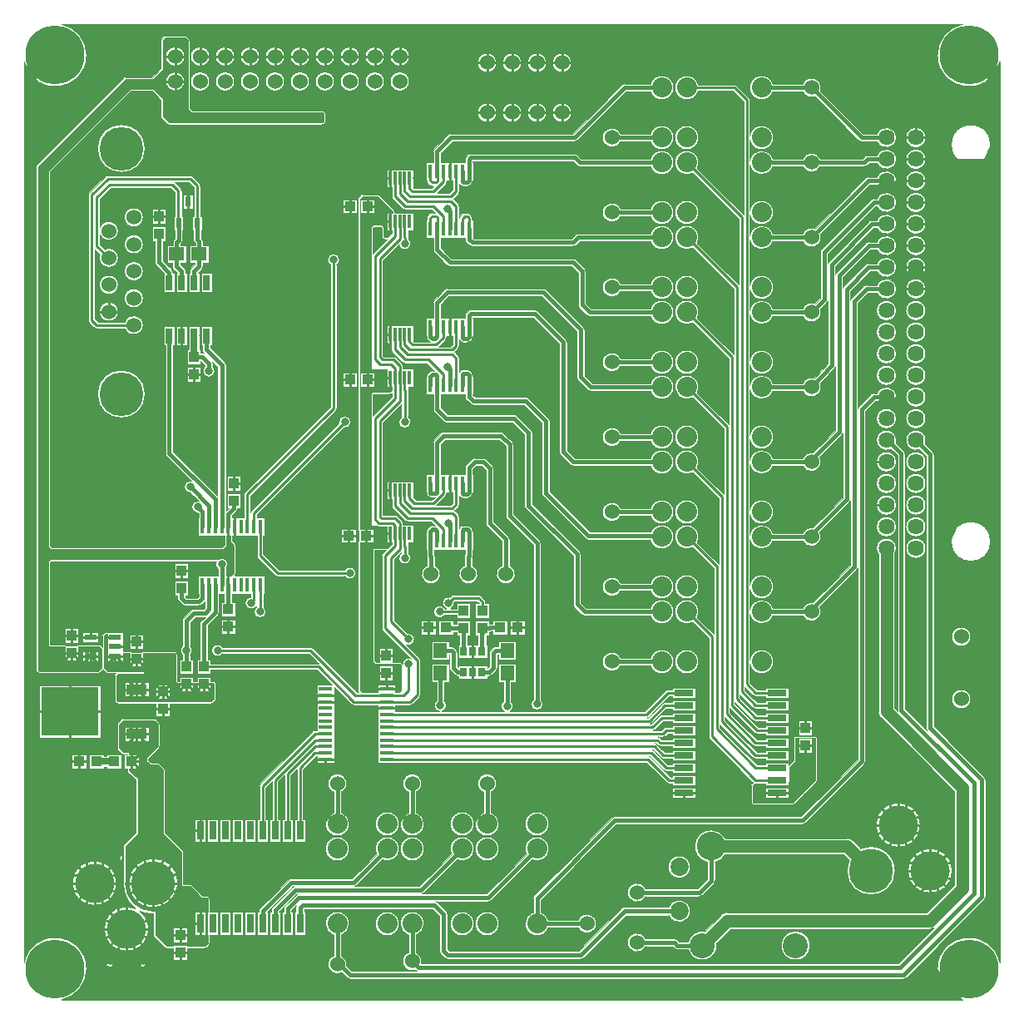
<source format=gtl>
G04 EasyPC Gerber Version 21.0.3 Build 4286 *
%FSLAX35Y35*%
%MOIN*%
%ADD81R,0.01181X0.05512*%
%ADD19R,0.01772X0.05807*%
%ADD23R,0.02362X0.04134*%
%ADD82R,0.02559X0.07677*%
%ADD83R,0.02756X0.03543*%
%ADD20R,0.02756X0.06004*%
%ADD18R,0.03937X0.04291*%
%ADD84R,0.05500X0.06000*%
%ADD10C,0.00004*%
%ADD11C,0.01000*%
%ADD25C,0.01500*%
%ADD26C,0.02500*%
%ADD24C,0.03200*%
%ADD27C,0.05000*%
%ADD70C,0.06000*%
%ADD80C,0.06400*%
%ADD85C,0.07300*%
%ADD79C,0.08000*%
%ADD29C,0.10000*%
%ADD86C,0.11500*%
%ADD14C,0.15748*%
%ADD21C,0.17500*%
%ADD13C,0.17717*%
%ADD12C,0.23622*%
%ADD78R,0.05512X0.01575*%
%ADD71R,0.04724X0.02362*%
%ADD77R,0.07677X0.02559*%
%ADD17R,0.04291X0.03937*%
%ADD15R,0.08268X0.03937*%
%ADD22R,0.06000X0.05500*%
%ADD16R,0.23031X0.19291*%
X0Y0D02*
D02*
D10*
X14325Y335600D02*
Y179100D01*
X21325*
X24325Y182100*
X19325*
X18325Y183100*
Y333600*
X51325Y366600*
X66989*
G75*
G02X69325Y373402I2335J3000*
G01*
G75*
G02X71660Y366600J-3802*
G01*
X73325*
X74325Y367600*
Y386100*
X73325Y387100*
X65325*
X64325Y386100*
Y374600*
X60325Y370600*
X49325*
X14325Y335600*
X65523Y379600D02*
G75*
G02X73127I3802D01*
G01*
G75*
G02X65523I-3802*
G01*
X74323Y367598D02*
G36*
Y379600D01*
X73127*
G75*
G02X65523I-3802*
G01*
X64325*
Y374600*
X60325Y370600*
X49325*
X14327Y335602*
Y179102*
X21327*
X24325Y182100*
X19325*
X18325Y183100*
Y333600*
X51325Y366600*
X66989*
G75*
G02X65523Y369600I2335J3000*
G01*
G75*
G02X69325Y373402I3802*
G01*
G75*
G02X73127Y369600J-3802*
G01*
G75*
G02X71660Y366600I-3802*
G01*
X73325*
X74323Y367598*
G37*
Y386102D02*
G36*
X73327Y387098D01*
X65323*
X64325Y386100*
Y379600*
X65523*
G75*
G02X73127I3802*
G01*
X74323*
Y386102*
G37*
X39825Y142100D02*
X38825Y143100D01*
X30596*
Y137652*
X25053*
Y143100*
X15325*
X14325Y142100*
Y133850*
X14825Y133350*
X38575*
X39825Y134600*
Y142100*
X32238Y141344D02*
X38569D01*
Y137376*
X32238*
Y141344*
X39823Y134598D02*
G36*
Y139360D01*
X38569*
Y137376*
X32238*
Y139360*
X30596*
Y137652*
X25053*
Y139360*
X14327*
Y133848*
X14823Y133352*
X38577*
X39823Y134598*
G37*
X25053Y143098D02*
G36*
X15323D01*
X14327Y142102*
Y139360*
X25053*
Y143098*
G37*
X30596D02*
G36*
Y139360D01*
X32238*
Y141344*
X38569*
Y139360*
X39823*
Y142102*
X38827Y143098*
X30596*
G37*
X60521Y36100D02*
X59825D01*
G75*
G02X55079Y37177I0J11000*
G01*
G75*
G02X49797Y21167I-5281J-7133*
G01*
G75*
G02Y38919J8876*
G01*
G75*
G02X53462Y38128J-8876*
G01*
G75*
G02X49097Y44669I6363J8973*
G01*
G75*
G02X48521Y48350I11478J3681*
G01*
Y48350*
Y48350*
Y63350*
G75*
G02X48757Y63920I804J0*
G01*
X48825Y63987*
Y66100*
X19825*
Y36100*
X41825Y14100*
X58825*
X60825Y16100*
Y26963*
X60757Y27031*
G75*
G02X60591Y27272I567J570*
G01*
G75*
G02X60521Y27600I734J328*
G01*
Y36100*
X53923Y17100D02*
G75*
G02X58727I2402D01*
G01*
G75*
G02X53923I-2402*
G01*
X40923D02*
G75*
G02X45727I2402D01*
G01*
G75*
G02X40923I-2402*
G01*
X25423Y58600D02*
G75*
G02X30227I2402D01*
G01*
G75*
G02X25423I-2402*
G01*
X28126Y48350D02*
G75*
G02X45878I8876D01*
G01*
G75*
G02X28126I-8876*
G01*
X33923Y34600D02*
G75*
G02X38727I2402D01*
G01*
G75*
G02X33923I-2402*
G01*
X43423Y58600D02*
G75*
G02X48227I2402D01*
G01*
G75*
G02X43423I-2402*
G01*
X60823Y16098D02*
G36*
Y17100D01*
X58727*
G75*
G02X53923I-2402*
G01*
X45727*
G75*
G02X40923I-2402*
G01*
X38825*
X41823Y14102*
X58827*
X60823Y16098*
G37*
X60521Y34600D02*
G36*
X57414D01*
G75*
G02X58673Y30043I-7617J-4557*
G01*
G75*
G02X49797Y21167I-8876*
G01*
G75*
G02X40921Y30043J8876*
G01*
G75*
G02X42180Y34600I8876*
G01*
X38727*
G75*
G02X33923I-2402*
G01*
X21325*
X38825Y17100*
X40923*
G75*
G02X45727I2402*
G01*
X53923*
G75*
G02X58727I2402*
G01*
X60823*
Y26965*
X60757Y27031*
G75*
G02X60591Y27272I565J569*
G01*
G75*
G02X60521Y27600I736J329*
G01*
Y34600*
G37*
X48521Y48350D02*
G36*
X45878D01*
G75*
G02X28126I-8876*
G01*
X19827*
Y36098*
X21325Y34600*
X33923*
G75*
G02X38727I2402*
G01*
X42180*
G75*
G02X49797Y38919I7617J-4557*
G01*
G75*
G02X53462Y38128I2J-8870*
G01*
G75*
G02X49097Y44669I6361J8972*
G01*
G75*
G02X48521Y48350I11476J3681*
G01*
Y48350*
Y48350*
G37*
X60521Y34600D02*
G36*
Y36100D01*
X59825*
G75*
G02X55079Y37177I0J10999*
G01*
G75*
G02X57414Y34600I-5281J-7133*
G01*
X60521*
G37*
X48521Y58600D02*
G36*
X48227D01*
G75*
G02X43423I-2402*
G01*
X30227*
G75*
G02X25423I-2402*
G01*
X19827*
Y48350*
X28126*
G75*
G02X45878I8876*
G01*
X48521*
Y58600*
G37*
X48825Y66098D02*
G36*
X19827D01*
Y58600*
X25423*
G75*
G02X30227I2402*
G01*
X43423*
G75*
G02X48227I2402*
G01*
X48521*
Y63350*
Y63351*
G75*
G02X48757Y63920I802*
G01*
X48825Y63987*
Y66098*
G37*
X61325Y38716D02*
Y27600D01*
X65825Y23100*
X68553*
Y23549*
X74096*
Y23100*
X81325*
X82325Y24100*
Y27608*
X82242*
Y36888*
X82325*
Y42100*
X81825Y42600*
X79825*
X75325Y47100*
X70203*
G75*
G02X61325Y38716I-9579J1250*
G01*
X77242Y36888D02*
X81407D01*
Y27608*
X77242*
Y36888*
X68553Y30549D02*
X74096D01*
Y24652*
X68553*
Y30549*
X82323Y24098D02*
G36*
Y27600D01*
X74096*
Y24652*
X68553*
Y27600*
X61327*
Y27598*
X65823Y23102*
X68553*
Y23549*
X74096*
Y23102*
X81327*
X82323Y24098*
G37*
X82242Y32248D02*
G36*
X81407D01*
Y27608*
X77242*
Y32248*
X61327*
Y27600*
X68553*
Y30549*
X74096*
Y27600*
X82323*
Y27608*
X82242*
Y32248*
G37*
X82323Y42102D02*
G36*
X81825Y42600D01*
X79825*
X75327Y47098*
X70203*
G75*
G02X61327Y38716I-9579J1252*
G01*
Y32248*
X77242*
Y36888*
X81407*
Y32248*
X82242*
Y36888*
X82323*
Y42102*
G37*
X71825Y60850D02*
X64325Y68350D01*
Y93850*
X62325Y95850*
X59325*
X57825Y97350*
Y98600*
X62325Y103100*
Y112100*
X60825Y113600*
X48325*
X46825Y111850*
Y102600*
X48325Y100850*
X50825*
Y99872*
X54774*
Y94329*
X50825*
Y93600*
X54325Y90100*
Y68350*
X49325Y63350*
Y48350*
G75*
G03X60575Y37100I11250*
G01*
X61825*
G75*
G03X71825Y47100J10000*
G01*
Y60850*
X49014Y110896D02*
X58888D01*
Y105352*
X49014*
Y110896*
X50764Y48350D02*
G75*
G02X70484I9860D01*
G01*
G75*
G02X50764I-9860*
G01*
X71823Y46902D02*
G36*
Y48350D01*
X70484*
G75*
G02X50764I-9860*
G01*
X49325*
Y48350*
G75*
G03X60364Y37102I11250*
G01*
X62023*
G75*
G03X71823Y46902I-198J9998*
G01*
G37*
X62325Y108124D02*
G36*
X58888D01*
Y105352*
X49014*
Y108124*
X46827*
Y102598*
X48325Y100850*
X50825*
Y99872*
X54774*
Y94329*
X50825*
Y93600*
X54325Y90100*
Y68350*
X49325Y63350*
Y48350*
X50764*
G75*
G02X70484I9860*
G01*
X71823*
Y60852*
X64325Y68350*
Y93850*
X62325Y95850*
X59325*
X57825Y97350*
Y98600*
X62325Y103100*
Y108124*
G37*
X60827Y113598D02*
G36*
X48323D01*
X46827Y111853*
Y108124*
X49014*
Y110896*
X58888*
Y108124*
X62325*
Y112100*
X60827Y113598*
G37*
X84825Y128100D02*
X84325Y128600D01*
X83596*
Y125152*
X78053*
Y128600*
X76596*
Y125152*
X71053*
Y128600*
X69825*
X69325Y129100*
Y140100*
X68825Y140600*
X56596*
Y135152*
X51053*
Y140600*
X48411*
Y137376*
X42081*
Y148100*
X41325*
X40825Y147600*
Y134600*
X42075Y133350*
X56325*
X56825Y132850*
Y132600*
X56325Y132100*
X46325*
X45825Y131600*
Y121600*
X46325Y121100*
X83825*
X84825Y122100*
Y128100*
X61553Y128049D02*
X67096D01*
Y122152*
X61553*
Y128049*
X49014Y128848D02*
X58888D01*
Y123305*
X49014*
Y128848*
X84823Y122098D02*
G36*
Y125100D01*
X67096*
Y122152*
X61553*
Y125100*
X58888*
Y123305*
X49014*
Y125100*
X45825*
Y121600*
X46323Y121102*
X83827*
X84823Y122098*
G37*
X42081Y148098D02*
G36*
X41323D01*
X40827Y147602*
Y134598*
X42075Y133350*
X56325*
X56825Y132850*
Y132600*
X56325Y132100*
X46325*
X45825Y131600*
Y125100*
X49014*
Y128848*
X58888*
Y125100*
X61553*
Y128049*
X67096*
Y125100*
X84823*
Y128102*
X84325Y128600*
X83596*
Y125152*
X78053*
Y128600*
X76596*
Y125152*
X71053*
Y128600*
X69825*
X69325Y129100*
Y140100*
X68825Y140600*
X56596*
Y135152*
X51053*
Y140600*
X48411*
Y137376*
X42081*
Y148098*
G37*
X91325Y187463D02*
X89825D01*
Y183600*
X88325Y182100*
X17325*
X14325Y179100*
Y141100*
X18325*
Y177100*
X19325Y178100*
X86656*
G75*
G02X89825Y174555I1330J-2000*
G01*
Y171738*
X91963*
X92825Y172600*
Y183600*
X91325Y185100*
Y187463*
G36*
X89825*
Y183600*
X88325Y182100*
X17325*
X14325Y179100*
Y141100*
X18325*
Y177100*
X19325Y178100*
X86656*
G75*
G02X89825Y174555I1330J-2000*
G01*
Y171738*
X91963*
X92825Y172600*
Y183600*
X91325Y185100*
Y187463*
G37*
X128825Y356600D02*
X128325Y357100D01*
X75825*
X74325Y358600*
Y368100*
X72819*
G75*
G02X65831I-3494J1500*
G01*
X60325*
Y366600*
X64325Y362600*
Y355600*
X66825Y353100*
X128325*
X128825Y353600*
Y356600*
G36*
X128325Y357100*
X75825*
X74325Y358600*
Y368100*
X72819*
G75*
G02X65831I-3494J1500*
G01*
X60325*
Y366600*
X64325Y362600*
Y355600*
X66825Y353100*
X128325*
X128825Y353600*
Y356600*
G37*
X148629Y244267D02*
Y235714D01*
X156054Y243140*
Y244693*
X155894Y244533*
G75*
G02X155325Y244296I-570J567*
G01*
X148658*
X148629Y244267*
G36*
Y235714*
X156054Y243140*
Y244693*
X155894Y244533*
G75*
G02X155325Y244296I-570J567*
G01*
X148658*
X148629Y244267*
G37*
Y310767D02*
Y300714D01*
X154211Y306296*
X153325*
G75*
G02X152756Y306533I0J804*
G01*
X152257Y307031*
G75*
G02X152021Y307600I567J570*
G01*
Y310767*
X151492Y311296*
X149158*
X148629Y310767*
G36*
Y300714*
X154211Y306296*
X153325*
G75*
G02X152756Y306533I0J804*
G01*
X152257Y307031*
G75*
G02X152021Y307600I567J570*
G01*
Y310767*
X151492Y311296*
X149158*
X148629Y310767*
G37*
X149129Y181767D02*
Y137433D01*
X149658Y136904*
X151053*
Y142549*
X156596*
Y136904*
X159325*
G75*
G02X159894Y136668I0J-804*
G01*
X160392Y136170*
G75*
G02X160423Y136137I-564J-575*
G01*
G75*
G02X163780Y138304I2402J-37*
G01*
X152406Y149678*
G75*
G02X152023Y150600I920J922*
G01*
Y179569*
G75*
G02X152406Y180491I1302*
G01*
X153711Y181796*
X149158*
X149129Y181767*
G36*
Y137433*
X149658Y136904*
X151053*
Y142549*
X156596*
Y136904*
X159325*
G75*
G02X159894Y136668I0J-804*
G01*
X160392Y136170*
G75*
G02X160423Y136137I-564J-575*
G01*
G75*
G02X163780Y138304I2402J-37*
G01*
X152406Y149678*
G75*
G02X152023Y150600I920J922*
G01*
Y179569*
G75*
G02X152406Y180491I1302*
G01*
X153711Y181796*
X149158*
X149129Y181767*
G37*
X149991Y191600D02*
X144325D01*
X143325Y190600*
Y190372*
X148774*
Y184829*
X143325*
Y125600*
X144007Y124918*
X150470*
Y127766*
X157589*
Y124918*
X159143*
X159825Y125600*
Y135600*
X159325Y136100*
X149325*
X148325Y137100*
Y182100*
X148825Y182600*
X154515*
X156054Y184140*
Y184880*
X153994*
Y191298*
X150825*
G75*
G02X149991Y191600J1302*
G01*
X151053Y135549D02*
X156596D01*
Y129652*
X151053*
Y135549*
X159823Y125598D02*
G36*
Y132600D01*
X156596*
Y129652*
X151053*
Y132600*
X143327*
Y125598*
X144005Y124920*
X150470*
Y127766*
X157589*
Y124920*
X159144*
X159823Y125598*
G37*
Y135602D02*
G36*
X159325Y136100D01*
X149325*
X148325Y137100*
Y182100*
X148825Y182600*
X154515*
X156054Y184140*
Y184880*
X153994*
Y191298*
X150825*
G75*
G02X149993Y191598I1J1305*
G01*
X144323*
X143327Y190602*
Y190372*
X148774*
Y184829*
X143327*
Y132600*
X151053*
Y135549*
X156596*
Y132600*
X159823*
Y135602*
G37*
X152825Y311100D02*
Y307600D01*
X153325Y307100*
X154325*
X156054Y308830*
Y309880*
X153994*
Y316998*
X156325*
Y317600*
X150325Y323600*
X144325*
X143325Y322600*
Y236600*
X143825Y236100*
X147325*
X147825Y236600*
Y247329*
X143376*
Y252872*
X147825*
Y311100*
X148825Y312100*
X151825*
X152825Y311100*
X143376Y322372D02*
X149274D01*
Y316829*
X143376*
Y322372*
X149274Y319600D02*
G36*
Y316829D01*
X143376*
Y319600*
X143327*
Y236598*
X143823Y236102*
X147327*
X147825Y236600*
Y247329*
X143376*
Y252872*
X147825*
Y311100*
X148825Y312100*
X151825*
X152825Y311100*
Y307600*
X153325Y307100*
X154325*
X156054Y308830*
Y309880*
X153994*
Y316998*
X156323*
Y317602*
X154325Y319600*
X149274*
G37*
X154325D02*
G36*
X150327Y323598D01*
X144323*
X143327Y322602*
Y319600*
X143376*
Y322372*
X149274*
Y319600*
X154325*
G37*
X156054Y245830D02*
Y247380D01*
X153994*
Y254100*
X144325*
X143325Y253100*
Y190372*
X147825*
Y244600*
X148325Y245100*
X155325*
X156054Y245830*
X143376Y252872D02*
X149274D01*
Y247329*
X143376*
Y252872*
X153994Y250100D02*
G36*
X149274D01*
Y247329*
X143376*
Y250100*
X143327*
Y190374*
X147825*
Y244600*
X148325Y245100*
X155325*
X156052Y245828*
Y247380*
X153994*
Y250100*
G37*
Y254098D02*
G36*
X144323D01*
X143327Y253102*
Y250100*
X143376*
Y252872*
X149274*
Y250100*
X153994*
Y254098*
G37*
X177685Y203619D02*
X173968Y199902D01*
X179785*
X180582Y200699*
Y204963*
X178068*
Y204541*
G75*
G02X177685Y203619I-1302*
G01*
G36*
X173968Y199902*
X179785*
X180582Y200699*
Y204963*
X178068*
Y204541*
G75*
G02X177685Y203619I-1302*
G01*
G37*
Y266119D02*
X174968Y263402D01*
X179785*
X180582Y264199*
Y267463*
X178068*
Y267041*
G75*
G02X177685Y266119I-1302*
G01*
G36*
X174968Y263402*
X179785*
X180582Y264199*
Y267463*
X178068*
Y267041*
G75*
G02X177685Y266119I-1302*
G01*
G37*
X177855Y328567D02*
X174348Y325060D01*
X179220*
X180365Y326205*
Y329963*
X178284*
Y329600*
G75*
G02X177855Y328567I-1459*
G01*
G36*
X174348Y325060*
X179220*
X180365Y326205*
Y329963*
X178284*
Y329600*
G75*
G02X177855Y328567I-1459*
G01*
G37*
X299627Y166107D02*
Y158094D01*
G75*
G02X308869Y158652I4698J-994*
G01*
X320854*
G75*
G02X324890Y160860I3471J-1552*
G01*
X339773Y175743*
Y201542*
G75*
G02X339422Y201003I-1448J559*
G01*
X327543Y189124*
G75*
G02X324325Y183298I-3219J-2024*
G01*
G75*
G02X320854Y185548J3802*
G01*
X308869*
G75*
G02X299627Y186107I-4544J1552*
G01*
Y168094*
G75*
G02X309127Y167100I4698J-994*
G01*
G75*
G02X299627Y166107I-4802*
G01*
G36*
Y158094*
G75*
G02X308869Y158652I4698J-994*
G01*
X320854*
G75*
G02X324890Y160860I3471J-1552*
G01*
X339773Y175743*
Y201542*
G75*
G02X339422Y201003I-1448J559*
G01*
X327543Y189124*
G75*
G02X324325Y183298I-3219J-2024*
G01*
G75*
G02X320854Y185548J3802*
G01*
X308869*
G75*
G02X299627Y186107I-4544J1552*
G01*
Y168094*
G75*
G02X309127Y167100I4698J-994*
G01*
G75*
G02X299627Y166107I-4802*
G01*
G37*
Y196107D02*
Y188094D01*
G75*
G02X308869Y188652I4698J-994*
G01*
X320854*
G75*
G02X324890Y190860I3471J-1552*
G01*
X336773Y202743*
Y228542*
G75*
G02X336420Y228001I-1449J558*
G01*
X327543Y219124*
G75*
G02X324325Y213298I-3219J-2024*
G01*
G75*
G02X320854Y215548J3802*
G01*
X308869*
G75*
G02X299627Y216107I-4544J1552*
G01*
Y198094*
G75*
G02X309127Y197100I4698J-994*
G01*
G75*
G02X299627Y196107I-4802*
G01*
G36*
Y188094*
G75*
G02X308869Y188652I4698J-994*
G01*
X320854*
G75*
G02X324890Y190860I3471J-1552*
G01*
X336773Y202743*
Y228542*
G75*
G02X336420Y228001I-1449J558*
G01*
X327543Y219124*
G75*
G02X324325Y213298I-3219J-2024*
G01*
G75*
G02X320854Y215548J3802*
G01*
X308869*
G75*
G02X299627Y216107I-4544J1552*
G01*
Y198094*
G75*
G02X309127Y197100I4698J-994*
G01*
G75*
G02X299627Y196107I-4802*
G01*
G37*
Y226107D02*
Y218094D01*
G75*
G02X308869Y218652I4698J-994*
G01*
X320854*
G75*
G02X324890Y220860I3471J-1552*
G01*
X333773Y229743*
Y255292*
G75*
G02X333470Y254803I-1448J559*
G01*
X327812Y248615*
G75*
G02X320854Y245548I-3487J-1514*
G01*
X308869*
G75*
G02X299627Y246107I-4544J1552*
G01*
Y228094*
G75*
G02X309127Y227100I4698J-994*
G01*
G75*
G02X299627Y226107I-4802*
G01*
G36*
Y218094*
G75*
G02X308869Y218652I4698J-994*
G01*
X320854*
G75*
G02X324890Y220860I3471J-1552*
G01*
X333773Y229743*
Y255292*
G75*
G02X333470Y254803I-1448J559*
G01*
X327812Y248615*
G75*
G02X320854Y245548I-3487J-1514*
G01*
X308869*
G75*
G02X299627Y246107I-4544J1552*
G01*
Y228094*
G75*
G02X309127Y227100I4698J-994*
G01*
G75*
G02X299627Y226107I-4802*
G01*
G37*
Y256107D02*
Y248094D01*
G75*
G02X308869Y248652I4698J-994*
G01*
X320854*
G75*
G02X325521Y250709I3470J-1552*
G01*
X330773Y256453*
Y281542*
G75*
G02X330422Y281003I-1448J559*
G01*
X327876Y278457*
G75*
G02X320854Y275548I-3552J-1357*
G01*
X308869*
G75*
G02X299627Y276107I-4544J1552*
G01*
Y258094*
G75*
G02X309127Y257100I4698J-994*
G01*
G75*
G02X299627Y256107I-4802*
G01*
G36*
Y248094*
G75*
G02X308869Y248652I4698J-994*
G01*
X320854*
G75*
G02X325521Y250709I3470J-1552*
G01*
X330773Y256453*
Y281542*
G75*
G02X330422Y281003I-1448J559*
G01*
X327876Y278457*
G75*
G02X320854Y275548I-3552J-1357*
G01*
X308869*
G75*
G02X299627Y276107I-4544J1552*
G01*
Y258094*
G75*
G02X309127Y257100I4698J-994*
G01*
G75*
G02X299627Y256107I-4802*
G01*
G37*
X325825Y106600D02*
X317825D01*
Y97100*
X315325Y94600*
Y89100*
X315069Y88844*
Y87518*
X305785*
Y88100*
X301325*
X300825Y87600*
Y80600*
X316825*
X325825Y89600*
Y106600*
X319053Y106549D02*
X324596D01*
Y100652*
X319053*
Y106549*
X305785Y86683D02*
X315069D01*
Y82518*
X305785*
Y86683*
X320825Y84600D02*
G36*
X315069D01*
Y82518*
X305785*
Y84600*
X300827*
Y80602*
X316827*
X320825Y84600*
G37*
X325823Y89598D02*
G36*
Y103600D01*
X324596*
Y100652*
X319053*
Y103600*
X317825*
Y97100*
X315325Y94600*
Y89100*
X315069Y88844*
Y87518*
X305785*
Y88100*
X301325*
X300827Y87602*
Y84600*
X305785*
Y86683*
X315069*
Y84600*
X320825*
X325823Y89598*
G37*
X317825Y106598D02*
G36*
Y103600D01*
X319053*
Y106549*
X324596*
Y103600*
X325823*
Y106598*
X317825*
G37*
X359825Y55600D02*
Y42344D01*
X364508*
G75*
G02X367142I1317J-2244*
G01*
X376149*
X381523Y47718*
Y68372*
X367794Y82100*
X348325*
X345825Y79600*
Y69600*
X359825Y55600*
X350154Y71657D02*
G75*
G02X367906I8876D01*
G01*
G75*
G02X350154I-8876*
G01*
X362949Y53350D02*
G75*
G02X380701I8876D01*
G01*
G75*
G02X362949I-8876*
G01*
X381521Y47716D02*
G36*
Y53350D01*
X380701*
G75*
G02X362949I-8876*
G01*
X359825*
Y42346*
X364511*
G75*
G02X367138I1313J-2246*
G01*
X376151*
X381521Y47716*
G37*
Y68374D02*
G36*
X378237Y71657D01*
X367906*
G75*
G02X350154I-8876*
G01*
X345827*
Y69598*
X359825Y55600*
Y53350*
X362949*
G75*
G02X380701I8876*
G01*
X381521*
Y68374*
G37*
X378237Y71657D02*
G36*
X367796Y82098D01*
X348323*
X345827Y79602*
Y71657*
X350154*
G75*
G02X367906I8876*
G01*
X378237*
G37*
X399723Y377503D02*
G75*
G02X374783Y380171I-12328J2668D01*
G01*
G75*
G02X384728Y392499I12613*
G01*
X23922*
G75*
G02X33867Y380171I-2668J-12328*
G01*
G75*
G02X8926Y377503I-12613*
G01*
Y16698*
G75*
G02X33867Y14030I12328J-2668*
G01*
G75*
G02X23922Y1702I-12613*
G01*
X384728*
G75*
G02X374783Y14030I2668J12328*
G01*
G75*
G02X399723Y16698I12613*
G01*
Y377503*
X380281Y185289D02*
G75*
G02X396085I7902D01*
G01*
G75*
G02X380281I-7902*
G01*
X380523Y122100D02*
G75*
G02X388127I3802D01*
G01*
G75*
G02X380523I-3802*
G01*
Y147100D02*
G75*
G02X388127I3802D01*
G01*
G75*
G02X380523I-3802*
G01*
X380281Y344344D02*
G75*
G02X396085I7902D01*
G01*
G75*
G02X380281I-7902*
G01*
X75523Y369600D02*
G75*
G02X83127I3802D01*
G01*
G75*
G02X75523I-3802*
G01*
Y379600D02*
G75*
G02X83127I3802D01*
G01*
G75*
G02X75523I-3802*
G01*
X85523Y369600D02*
G75*
G02X93127I3802D01*
G01*
G75*
G02X85523I-3802*
G01*
Y379600D02*
G75*
G02X93127I3802D01*
G01*
G75*
G02X85523I-3802*
G01*
X95523Y369600D02*
G75*
G02X103127I3802D01*
G01*
G75*
G02X95523I-3802*
G01*
Y379600D02*
G75*
G02X103127I3802D01*
G01*
G75*
G02X95523I-3802*
G01*
X105523Y369600D02*
G75*
G02X113127I3802D01*
G01*
G75*
G02X105523I-3802*
G01*
Y379600D02*
G75*
G02X113127I3802D01*
G01*
G75*
G02X105523I-3802*
G01*
X115523Y369600D02*
G75*
G02X123127I3802D01*
G01*
G75*
G02X115523I-3802*
G01*
Y379600D02*
G75*
G02X123127I3802D01*
G01*
G75*
G02X115523I-3802*
G01*
X125523Y369600D02*
G75*
G02X133127I3802D01*
G01*
G75*
G02X125523I-3802*
G01*
X268581Y126683D02*
X277864D01*
Y122518*
X268581*
Y123298*
X267276*
X258997Y115020*
G75*
G02X258414Y114682I-922J920*
G01*
X258785*
X264623Y120520*
G75*
G02X265545Y120902I922J-920*
G01*
X268581*
Y121683*
X277864*
Y117518*
X268581*
Y118298*
X266085*
X260247Y112461*
G75*
G02X259664Y112123I-922J920*
G01*
X260035*
X263432Y115520*
G75*
G02X264354Y115902I922J-920*
G01*
X268581*
Y116683*
X277864*
Y112518*
X268581*
Y113298*
X264894*
X261497Y109902*
G75*
G02X260914Y109564I-922J920*
G01*
X264285*
X265241Y110520*
G75*
G02X266163Y110902I922J-920*
G01*
X268581*
Y111683*
X277864*
Y107518*
X268581*
Y108298*
X266703*
X265747Y107343*
G75*
G02X264825Y106960I-922J920*
G01*
X262914*
G75*
G02X263497Y106622I-339J-1257*
G01*
X264217Y105902*
X268581*
Y106683*
X277864*
Y102518*
X268581*
Y103298*
X263677*
G75*
G02X262755Y103681J1302*
G01*
X262035Y104401*
X261664*
G75*
G02X262247Y104063I-339J-1257*
G01*
X265407Y100902*
X268581*
Y101683*
X277864*
Y97518*
X268581*
Y98298*
X264868*
G75*
G02X263946Y98681J1302*
G01*
X260785Y101842*
X260414*
G75*
G02X260997Y101504I-339J-1257*
G01*
X266598Y95902*
X268581*
Y96683*
X277864*
Y92518*
X268581*
Y93298*
X266059*
G75*
G02X265137Y93681J1302*
G01*
X259535Y99283*
X259164*
G75*
G02X259747Y98945I-339J-1257*
G01*
X267789Y90902*
X268581*
Y91683*
X277864*
Y87518*
X268581*
Y88298*
X267250*
G75*
G02X266328Y88681J1302*
G01*
X258285Y96724*
X157589*
Y96435*
X150470*
Y119755*
X140868*
G75*
G02X139946Y120138J1302*
G01*
X133179Y126905*
Y96435*
X126061*
Y99283*
X125848*
X120627Y94061*
Y74093*
X121407*
Y64813*
X117242*
Y74093*
X118023*
Y94000*
X115627Y91604*
Y74093*
X116407*
Y64813*
X112242*
Y74093*
X113023*
Y91559*
X110627Y89163*
Y74093*
X111407*
Y64813*
X107242*
Y74093*
X108023*
Y89119*
X105627Y86722*
Y74093*
X106407*
Y64813*
X102242*
Y74093*
X103023*
Y87262*
G75*
G02X103406Y88184I1302*
G01*
X124403Y109181*
G75*
G02X125325Y109564I922J-920*
G01*
X126061*
Y127766*
X132318*
X126285Y133798*
X83596*
Y132152*
X78053*
Y138049*
X79273*
Y152350*
G75*
G02X79730Y153450I1552*
G01*
X81328Y155048*
X77468*
X75377Y152957*
Y143433*
G75*
G02Y139767I-1552J-1833*
G01*
Y138049*
X76596*
Y132152*
X71053*
Y138049*
X72273*
Y139767*
G75*
G02Y143433I1552J1833*
G01*
Y153600*
G75*
G02X72730Y154700I1552*
G01*
X75725Y157696*
G75*
G02X76825Y158152I1100J-1096*
G01*
X80725*
X81316Y158743*
Y161397*
X79924Y160005*
G75*
G02X78825Y159548I-1100J1096*
G01*
X73258*
G75*
G02X72158Y160005J1552*
G01*
X70730Y161434*
G75*
G02X70273Y162533I1096J1100*
G01*
Y163652*
X69053*
Y169549*
X74596*
Y163652*
X73377*
Y163176*
X73901Y162652*
X78182*
X78757Y163228*
Y164329*
X78620*
Y171738*
X86434*
Y174267*
G75*
G02X85903Y177296I1552J1833*
G01*
X19658*
X19129Y176767*
Y143904*
X25053*
G75*
G02X25720Y143549J-804*
G01*
X29930*
G75*
G02X30596Y143904I667J-449*
G01*
X38825*
G75*
G02X39394Y143668I0J-804*
G01*
X40021Y143041*
Y147600*
G75*
G02X40257Y148170I804J0*
G01*
X40756Y148668*
G75*
G02X41325Y148904I570J-567*
G01*
X42081*
G75*
G02X42430Y148825J-804*
G01*
X48411*
Y141404*
X51053*
G75*
G02X51720Y141049J-804*
G01*
X55930*
G75*
G02X56596Y141404I667J-449*
G01*
X68825*
G75*
G02X69394Y141168I0J-804*
G01*
X69892Y140670*
G75*
G02X70129Y140100I-567J-570*
G01*
Y129433*
X70158Y129404*
X71053*
Y131049*
X76596*
Y129404*
X78053*
Y131049*
X83596*
Y129404*
X84325*
G75*
G02X84894Y129168I0J-804*
G01*
X85392Y128670*
G75*
G02X85629Y128100I-567J-570*
G01*
Y122100*
G75*
G02X85392Y121531I-804J0*
G01*
X84394Y120533*
G75*
G02X83825Y120296I-570J567*
G01*
X67096*
Y115152*
X61553*
Y120296*
X46325*
G75*
G02X45756Y120533I0J804*
G01*
X45257Y121031*
G75*
G02X45021Y121600I567J570*
G01*
Y131600*
G75*
G02X45257Y132170I804J0*
G01*
X45634Y132546*
X42075*
G75*
G02X41506Y132783I0J804*
G01*
X40325Y133963*
X39144Y132783*
G75*
G02X38575Y132546I-570J567*
G01*
X14825*
G75*
G02X14256Y132783I0J804*
G01*
X13757Y133281*
G75*
G02X13521Y133850I567J570*
G01*
Y335600*
G75*
G02X13757Y336170I804J0*
G01*
X48756Y371168*
G75*
G02X49325Y371404I570J-567*
G01*
X59992*
X63521Y374933*
Y386100*
G75*
G02X63757Y386670I804J0*
G01*
X64756Y387668*
G75*
G02X65325Y387904I570J-567*
G01*
X73325*
G75*
G02X73894Y387668I0J-804*
G01*
X74892Y386670*
G75*
G02X75129Y386100I-567J-570*
G01*
Y358933*
X76158Y357904*
X128325*
G75*
G02X128894Y357668I0J-804*
G01*
X129392Y357170*
G75*
G02X129629Y356600I-567J-570*
G01*
Y353600*
G75*
G02X129392Y353031I-804J0*
G01*
X128894Y352533*
G75*
G02X128325Y352296I-570J567*
G01*
X66825*
G75*
G02X66256Y352533I0J804*
G01*
X63757Y355031*
G75*
G02X63521Y355600I567J570*
G01*
Y362267*
X59992Y365796*
X51658*
X19129Y333267*
Y183433*
X19658Y182904*
X87992*
X89021Y183933*
Y187463*
X78620*
Y194872*
X78757*
Y196473*
X78524Y196707*
G75*
G02X75923Y199100I-199J2394*
G01*
G75*
G02X78824Y201450I2402*
G01*
X75524Y204750*
G75*
G02X72923Y207144I-199J2394*
G01*
G75*
G02X75844Y209489I2402*
G01*
X65808Y219524*
G75*
G02X65352Y220624I1096J1100*
G01*
Y263868*
X64722*
Y271478*
X69085*
Y263868*
X68456*
Y221267*
X86277Y203446*
Y255231*
X84213Y257295*
G75*
G02X84377Y256600I-1387J-694*
G01*
G75*
G02Y256597I-591J-2*
G01*
Y255433*
G75*
G02X85227Y253600I-1552J-1833*
G01*
G75*
G02X80423I-2402*
G01*
G75*
G02X81273Y255433I2402*
G01*
Y255957*
X79596Y257634*
Y256404*
X74053*
Y262297*
X74694*
Y267673*
G75*
G02X74722Y268026I2209*
G01*
Y271478*
X79085*
Y268026*
G75*
G02X79113Y267673I-2181J-353*
G01*
Y262297*
X79596*
Y260902*
X80072*
G75*
G02X80769Y260738I3J-1552*
G01*
X80616Y260892*
G75*
G02X80115Y262100I1209J1209*
G01*
Y263868*
X79722*
Y271478*
X84085*
Y263868*
X83534*
Y262809*
X89195Y257148*
G75*
G02X89696Y255939I-1209J-1209*
G01*
Y197666*
X90681Y198652*
X90053*
Y204549*
X95596*
Y198652*
X94377*
Y198600*
G75*
G02X93920Y197501I-1552*
G01*
X92097Y195678*
Y194872*
X96920*
Y204100*
G75*
G02X97303Y205022I1302*
G01*
X131523Y239242*
Y296082*
G75*
G02X130423Y298100I1302J2019*
G01*
G75*
G02X135227I2402*
G01*
G75*
G02X134127Y296082I-2402*
G01*
Y238703*
G75*
G02X133744Y237781I-1302*
G01*
X99524Y203561*
Y196896*
G75*
G02X99862Y197479I1257J-339*
G01*
X134977Y232594*
G75*
G02X134923Y233100I2348J506*
G01*
G75*
G02X139727I2402*
G01*
G75*
G02X136818Y230752I-2402*
G01*
X102083Y196018*
Y194872*
X105030*
Y187463*
X104643*
Y180124*
X110864Y173902*
X137306*
G75*
G02X141727Y172600I2019J-1302*
G01*
G75*
G02X137306Y171298I-2402*
G01*
X110325*
G75*
G02X109403Y171681J1302*
G01*
X102421Y178663*
G75*
G02X102039Y179585I920J922*
G01*
Y187463*
X92129*
Y185433*
X93392Y184170*
G75*
G02X93629Y183600I-567J-570*
G01*
Y172600*
G75*
G02X93392Y172031I-804J0*
G01*
X93100Y171738*
X105030*
Y164329*
X104784*
Y159008*
G75*
G02X105727Y157100I-1459J-1908*
G01*
G75*
G02X100923I-2402*
G01*
G75*
G02X101865Y159008I2402*
G01*
Y159333*
G75*
G02X97423Y160600I-2041J1267*
G01*
G75*
G02X99480Y162978I2402*
G01*
Y164329*
X92255*
Y161049*
X93344*
Y155152*
X87805*
Y161049*
X88836*
Y164329*
X86979*
Y156953*
G75*
G02X86522Y155853I-1552*
G01*
X82377Y151707*
Y138049*
X83596*
Y136402*
X126825*
G75*
G02X126936Y136398I1J-1300*
G01*
X123035Y140298*
X88343*
G75*
G02X83923Y141600I-2019J1302*
G01*
G75*
G02X88343Y142902I2402*
G01*
X123575*
G75*
G02X124497Y142520J-1302*
G01*
X142098Y124918*
X142870*
X142757Y125031*
G75*
G02X142521Y125600I567J570*
G01*
Y184829*
G75*
G02X142876Y185496I804*
G01*
Y189705*
G75*
G02X142521Y190372I449J667*
G01*
Y322600*
G75*
G02X142757Y323170I804J0*
G01*
X143756Y324168*
G75*
G02X144325Y324404I570J-567*
G01*
X150325*
G75*
G02X150894Y324168I0J-804*
G01*
X154892Y320170*
G75*
G02X154893Y320169I-469J-705*
G01*
G75*
G02X154894Y320168I-704J-470*
G01*
X156892Y318170*
G75*
G02X157129Y317600I-567J-570*
G01*
Y316998*
X164656*
Y309880*
X162753*
Y306532*
G75*
G02X163727Y304600I-1428J-1931*
G01*
G75*
G02X158934Y304369I-2402*
G01*
X152627Y298061*
Y259640*
X152864Y259402*
X156825*
G75*
G02X157747Y259020J-1302*
G01*
X160244Y256522*
G75*
G02X160627Y255600I-920J-922*
G01*
Y254498*
X164656*
Y247380*
X162753*
Y235032*
G75*
G02X163727Y233100I-1428J-1931*
G01*
G75*
G02X158923I-2402*
G01*
G75*
G02X159834Y234983I2402*
G01*
Y240268*
X152627Y233061*
Y195902*
X157325*
G75*
G02X158247Y195520J-1302*
G01*
X160244Y193522*
G75*
G02X160627Y192600I-920J-922*
G01*
Y191998*
X164656*
Y184880*
X162753*
Y180532*
G75*
G02X163727Y178600I-1428J-1931*
G01*
G75*
G02X158923I-2402*
G01*
G75*
G02X159834Y180483I2402*
G01*
Y180768*
X157127Y178061*
Y153640*
X162318Y148448*
G75*
G02X165227Y146100I507J-2348*
G01*
G75*
G02X161870Y143896I-2402*
G01*
X167244Y138522*
G75*
G02X167627Y137600I-920J-922*
G01*
Y123807*
G75*
G02X167244Y122885I-1302*
G01*
X164497Y120138*
G75*
G02X163575Y119755I-922J920*
G01*
X157589*
Y117241*
X175125*
G75*
G02X174023Y121433I450J2359*
G01*
Y128797*
X172022*
Y136404*
X179128*
Y128797*
X177127*
Y121433*
G75*
G02X176025Y117241I-1552J-1833*
G01*
X201176*
G75*
G02X200773Y121183I1148J2109*
G01*
Y128797*
X198774*
Y136404*
X205876*
Y128797*
X203877*
Y121183*
G75*
G02X203474Y117241I-1552J-1833*
G01*
X257535*
X265814Y125520*
G75*
G02X266736Y125902I922J-920*
G01*
X268581*
Y126683*
X135876Y190372D02*
X141774D01*
Y184829*
X135876*
Y190372*
X87805Y154049D02*
X93344D01*
Y148152*
X87805*
Y154049*
X259781Y248652D02*
G75*
G02X269127Y247100I4544J-1552D01*
G01*
G75*
G02X259781Y245548I-4802*
G01*
X235825*
G75*
G02X234725Y246005J1552*
G01*
X230730Y250001*
G75*
G02X230273Y251100I1096J1100*
G01*
Y269457*
X216182Y283548*
X178968*
X175759Y280339*
Y274872*
X185450*
Y275778*
G75*
G02X185907Y276877I1552*
G01*
X186725Y277696*
G75*
G02X187825Y278152I1100J-1096*
G01*
X213325*
G75*
G02X214424Y277696J-1552*
G01*
X225920Y266200*
G75*
G02X226377Y265100I-1096J-1100*
G01*
Y221743*
X229468Y218652*
X259781*
G75*
G02X269127Y217100I4544J-1552*
G01*
G75*
G02X259781Y215548I-4802*
G01*
X228825*
G75*
G02X227725Y216005J1552*
G01*
X223730Y220001*
G75*
G02X223273Y221100I1096J1100*
G01*
Y264457*
X212682Y275048*
X188554*
Y274872*
X188691*
Y267463*
X188554*
Y267278*
G75*
G02X188097Y266178I-1552*
G01*
X187424Y265505*
G75*
G02X186325Y265048I-1100J1096*
G01*
X184825*
G75*
G02X183725Y265505J1552*
G01*
X183348Y265883*
G75*
G02X183186Y266072I1096J1100*
G01*
Y263659*
G75*
G02X182803Y262737I-1302*
G01*
X181274Y261209*
G75*
G02X181357Y261132I-951J-1107*
G01*
X182857Y259632*
G75*
G02X183284Y258600I-1032J-1032*
G01*
G75*
G02Y258598I-482J-2*
G01*
Y253251*
G75*
G02X183348Y253318I1159J-1034*
G01*
X183725Y253696*
G75*
G02X184825Y254152I1100J-1096*
G01*
X186325*
G75*
G02X187424Y253696J-1552*
G01*
X188097Y253023*
G75*
G02X188554Y251923I-1096J-1100*
G01*
Y251738*
X188691*
Y244329*
X188554*
Y244066*
X189468Y243152*
X209825*
G75*
G02X210924Y242696J-1552*
G01*
X218920Y234700*
G75*
G02X219377Y233600I-1096J-1100*
G01*
Y205243*
X235468Y189152*
X259983*
G75*
G02X269127Y187100I4341J-2052*
G01*
G75*
G02X259639Y186048I-4802*
G01*
X234828*
G75*
G02X233728Y186503I-3J1552*
G01*
X216728Y203503*
G75*
G02X216273Y204600I1097J1098*
G01*
G75*
G02Y204601I586J0*
G01*
G75*
G02Y204604I591J1*
G01*
Y232957*
X209182Y240048*
X188825*
G75*
G02X187725Y240505J1552*
G01*
X185907Y242324*
G75*
G02X185450Y243423I1096J1100*
G01*
Y244329*
X175759*
Y238861*
X178468Y236152*
X205207*
G75*
G02X206306Y235696J-1552*
G01*
X211920Y230082*
G75*
G02X212377Y228982I-1096J-1100*
G01*
Y200243*
X231420Y181200*
G75*
G02X231877Y180100I-1096J-1100*
G01*
Y160743*
X233968Y158652*
X259781*
G75*
G02X269127Y157100I4544J-1552*
G01*
G75*
G02X259781Y155548I-4802*
G01*
X233325*
G75*
G02X232225Y156005J1552*
G01*
X229230Y159001*
G75*
G02X228773Y160100I1096J1100*
G01*
Y179457*
X209730Y198501*
G75*
G02X209273Y199600I1096J1100*
G01*
Y228339*
X204564Y233048*
X177828*
G75*
G02X176728Y233503I-3J1552*
G01*
X173109Y237121*
G75*
G02X172655Y238219I1097J1098*
G01*
G75*
G02Y238222I591J2*
G01*
Y244329*
X169959*
Y251738*
X170128*
G75*
G02X170552Y252523I1520J-315*
G01*
X171225Y253196*
G75*
G02X172325Y253652I1100J-1096*
G01*
X173175*
X170216Y256641*
X161356*
G75*
G02X160322Y257070J1459*
G01*
X156326Y261067*
G75*
G02X155897Y262100I1030J1034*
G01*
Y264703*
X153994*
Y271821*
X164656*
Y265611*
X164864Y265402*
X171338*
G75*
G02X171225Y265505I987J1199*
G01*
X170552Y266178*
G75*
G02X170096Y267278I1096J1100*
G01*
Y267463*
X169959*
Y274872*
X172655*
Y280979*
G75*
G02Y280981I596J1*
G01*
G75*
G02Y280982I610J0*
G01*
G75*
G02X173109Y282080I1552J0*
G01*
X177228Y286198*
G75*
G02X178328Y286652I1098J-1097*
G01*
X216825*
G75*
G02X217924Y286196J-1552*
G01*
X232920Y271200*
G75*
G02X233377Y270100I-1096J-1100*
G01*
Y251743*
X236468Y248652*
X259781*
Y228652D02*
G75*
G02X269127Y227100I4544J-1552D01*
G01*
G75*
G02X259781Y225548I-4802*
G01*
X247796*
G75*
G02X240523Y227100I-3471J1552*
G01*
G75*
G02X247796Y228652I3802*
G01*
X259781*
Y198652D02*
G75*
G02X269127Y197100I4544J-1552D01*
G01*
G75*
G02X259781Y195548I-4802*
G01*
X247796*
G75*
G02X240523Y197100I-3471J1552*
G01*
G75*
G02X247796Y198652I3802*
G01*
X259781*
Y168652D02*
G75*
G02X269127Y167100I4544J-1552D01*
G01*
G75*
G02X259781Y165548I-4802*
G01*
X247796*
G75*
G02X240523Y167100I-3471J1552*
G01*
G75*
G02X247796Y168652I3802*
G01*
X259781*
Y138652D02*
G75*
G02X269127Y137100I4544J-1552D01*
G01*
G75*
G02X259781Y135548I-4802*
G01*
X247796*
G75*
G02X240523Y137100I-3471J1552*
G01*
G75*
G02X247796Y138652I3802*
G01*
X259781*
X215877Y121933D02*
G75*
G02X216727Y120100I-1552J-1833D01*
G01*
G75*
G02X211923I-2402*
G01*
G75*
G02X212773Y121933I2402*
G01*
Y183957*
X202230Y194501*
G75*
G02X201773Y195600I1096J1100*
G01*
Y223457*
X199182Y226048*
X177468*
X175759Y224339*
Y212372*
X185450*
Y214778*
G75*
G02X185907Y215877I1552*
G01*
X188225Y218196*
G75*
G02X189325Y218652I1100J-1096*
G01*
X192825*
G75*
G02X193924Y218196J-1552*
G01*
X196420Y215700*
G75*
G02X196877Y214600I-1096J-1100*
G01*
Y193243*
X202920Y187200*
G75*
G02X203377Y186100I-1096J-1100*
G01*
Y175571*
G75*
G02X201825Y168298I-1552J-3471*
G01*
G75*
G02X200273Y175571J3802*
G01*
Y185457*
X194230Y191501*
G75*
G02X193773Y192600I1096J1100*
G01*
Y213957*
X192182Y215548*
X189968*
X188554Y214135*
Y212372*
X188691*
Y204963*
X188554*
Y204778*
G75*
G02X188097Y203678I-1552*
G01*
X187424Y203005*
G75*
G02X186325Y202548I-1100J1096*
G01*
X184825*
G75*
G02X183725Y203005J1552*
G01*
X183348Y203383*
G75*
G02X183186Y203572I1096J1100*
G01*
Y200159*
G75*
G02X182803Y199237I-1302*
G01*
X181274Y197709*
G75*
G02X181357Y197632I-951J-1107*
G01*
X182857Y196132*
G75*
G02X183284Y195100I-1032J-1032*
G01*
G75*
G02Y195098I-482J-2*
G01*
Y190751*
G75*
G02X183348Y190818I1159J-1034*
G01*
X183725Y191196*
G75*
G02X184825Y191652I1100J-1096*
G01*
X186325*
G75*
G02X187424Y191196J-1552*
G01*
X188097Y190523*
G75*
G02X188554Y189423I-1096J-1100*
G01*
Y189238*
X188691*
Y181829*
X188554*
Y179600*
G75*
G02X188377Y178880I-1552*
G01*
Y175571*
G75*
G02X186825Y168298I-1552J-3471*
G01*
G75*
G02X185273Y175571J3802*
G01*
Y179423*
G75*
G02X185450Y180143I1552*
G01*
Y181829*
X173200*
Y180143*
G75*
G02X173377Y179423I-1375J-720*
G01*
Y175571*
G75*
G02X171825Y168298I-1552J-3471*
G01*
G75*
G02X170273Y175571J3802*
G01*
Y178880*
G75*
G02X170096Y179600I1375J720*
G01*
Y181829*
X169959*
Y189238*
X170096*
Y189423*
G75*
G02X170552Y190523I1552*
G01*
X171225Y191196*
G75*
G02X172325Y191652I1100J-1096*
G01*
X173325*
G75*
G02X173435Y191648I0J-1551*
G01*
X171785Y193298*
X162325*
G75*
G02X161403Y193681J1302*
G01*
X156437Y198647*
G75*
G02X156054Y199569I920J922*
G01*
Y202203*
X153994*
Y209321*
X164656*
Y203048*
X165801Y201902*
X172285*
X173431Y203048*
X171648*
G75*
G02X170096Y204600J1552*
G01*
Y204963*
X169959*
Y212372*
X172655*
Y224982*
G75*
G02X173111Y226082I1552*
G01*
X175725Y228696*
G75*
G02X176825Y229152I1100J-1096*
G01*
X199825*
G75*
G02X200924Y228696J-1552*
G01*
X204420Y225200*
G75*
G02X204877Y224100I-1096J-1100*
G01*
Y196243*
X215420Y185700*
G75*
G02X215877Y184600I-1096J-1100*
G01*
Y121933*
X203628Y153620D02*
X209522D01*
Y148081*
X203628*
Y153620*
X193627Y160549D02*
X195096D01*
Y154652*
X189553*
Y160549*
X191023*
Y160561*
X190285Y161298*
X181364*
X181173Y161107*
G75*
G02X179793Y158402I-2348J-507*
G01*
X182053*
Y160549*
X187596*
Y154652*
X182053*
Y155798*
X177343*
G75*
G02X172923Y157100I-2019J1302*
G01*
G75*
G02X177343Y158402I2402*
G01*
X177856*
G75*
G02X179331Y162948I969J2198*
G01*
X179903Y163520*
G75*
G02X180825Y163902I922J-920*
G01*
X190825*
G75*
G02X191747Y163520J-1302*
G01*
X193244Y162022*
G75*
G02X193627Y161100I-920J-922*
G01*
Y160549*
X196628Y153620D02*
X202522D01*
Y148081*
X196628*
Y149298*
X196419*
G75*
G02X195575Y149048I-844J1302*
G01*
X195096*
Y147652*
X194034*
Y143809*
X194494*
Y138659*
X182656*
Y143809*
X183115*
Y147652*
X182053*
Y149048*
X180774*
Y148081*
X174876*
Y153620*
X180774*
Y152152*
X182053*
Y153549*
X187596*
Y147652*
X186534*
Y143809*
X190615*
Y147652*
X189553*
Y153549*
X195096*
Y152327*
G75*
G02X195575Y152402I478J-1476*
G01*
X196628*
Y153620*
X198774Y145404D02*
X205876D01*
Y137797*
X198774*
Y140048*
X198468*
X198377Y139957*
Y134600*
G75*
G02X197920Y133501I-1552*
G01*
X196291Y131871*
G75*
G02X195191Y131415I-1100J1096*
G01*
X194494*
Y130392*
X182656*
Y131415*
X182459*
G75*
G02X181359Y131871J1552*
G01*
X179730Y133501*
G75*
G02X179273Y134600I1096J1100*
G01*
Y140048*
X179128*
Y137797*
X172022*
Y145404*
X179128*
Y143152*
X180075*
G75*
G02X181174Y142696J-1552*
G01*
X181920Y141950*
G75*
G02X182377Y140850I-1096J-1100*
G01*
Y135243*
X182656Y134965*
Y135541*
X194494*
Y134519*
X194548*
X195273Y135243*
Y140597*
G75*
G02Y140600I596J1*
G01*
G75*
G02X195728Y141698I1552J0*
G01*
X196728Y142698*
G75*
G02X197828Y143152I1098J-1097*
G01*
X198774*
Y145404*
X167876Y153620D02*
X173774D01*
Y148081*
X167876*
Y153620*
X268581Y86683D02*
X277864D01*
Y82518*
X268581*
Y86683*
X159523Y62100D02*
G75*
G02X169127I4802D01*
G01*
G75*
G02X159523I-4802*
G01*
X165877Y76644D02*
G75*
G02X169127Y72100I-1552J-4544D01*
G01*
G75*
G02X159523I-4802*
G01*
G75*
G02X162773Y76644I4802*
G01*
Y84880*
G75*
G02X164325Y92152I1552J3471*
G01*
G75*
G02X165877Y84880J-3802*
G01*
Y76644*
X267212Y38839D02*
G75*
G02X275775Y37130I4111J-1709D01*
G01*
G75*
G02X267212Y35420I-4452*
G01*
X250033*
X245533Y30921*
Y30921*
X233036Y18394*
G75*
G02X231825Y17891I-1211J1207*
G01*
X178577*
G75*
G02X177366Y18392I-2J1709*
G01*
X175616Y20142*
G75*
G02X175115Y21350I1209J1209*
G01*
Y35142*
X172367Y37891*
X121034*
Y36888*
X121407*
Y27608*
X117242*
Y36888*
X117615*
Y38600*
G75*
G02X117808Y39389I1710J0*
G01*
X115877Y37457*
Y36888*
X116407*
Y27608*
X112242*
Y36888*
X112773*
Y38097*
G75*
G02Y38100I596J1*
G01*
G75*
G02X113228Y39198I1552J0*
G01*
X117728Y43698*
G75*
G02X118267Y44048I1098J-1097*
G01*
X117968*
X110877Y36957*
Y36888*
X111407*
Y27608*
X107242*
Y36888*
X107773*
Y37600*
G75*
G02X108230Y38700I1552*
G01*
X116225Y46696*
G75*
G02X116767Y47048I1100J-1096*
G01*
X116468*
X106307Y36888*
X106407*
Y27608*
X102242*
Y36888*
X102773*
Y37100*
G75*
G02X103230Y38200I1552*
G01*
X114725Y49696*
G75*
G02X115825Y50152I1100J-1096*
G01*
X140182*
X150014Y59985*
G75*
G02X149523Y62100I4311J2116*
G01*
G75*
G02X159127I4802*
G01*
G75*
G02X152209Y57790I-4802*
G01*
X141922Y47503*
G75*
G02X141383Y47152I-1098J1097*
G01*
X167182*
X180014Y59985*
G75*
G02X179523Y62100I4311J2116*
G01*
G75*
G02X189127I4802*
G01*
G75*
G02X182209Y57790I-4802*
G01*
X168924Y44505*
G75*
G02X168383Y44152I-1100J1096*
G01*
X194182*
X210014Y59985*
G75*
G02X209523Y62100I4311J2116*
G01*
G75*
G02X219127I4802*
G01*
G75*
G02X212209Y57790I-4802*
G01*
X195924Y41505*
G75*
G02X194825Y41048I-1100J1096*
G01*
X173983*
G75*
G02X174283Y40809I-909J-1447*
G01*
X178033Y37059*
G75*
G02X178534Y35850I-1209J-1209*
G01*
Y22059*
X179283Y21310*
X231115*
X243113Y33335*
G75*
G02X243116Y33339I622J-619*
G01*
X248116Y38339*
G75*
G02X249327Y38839I1209J-1209*
G01*
X267212*
X350636Y339991D02*
G75*
G02X358327Y338439I3689J-1552D01*
G01*
G75*
G02X350636Y336887I-4002*
G01*
X347468*
X346586Y336005*
G75*
G02X345486Y335548I-1100J1096*
G01*
X327796*
G75*
G02X320854I-3471J1552*
G01*
X308869*
G75*
G02X299627Y336107I-4544J1552*
G01*
Y318094*
G75*
G02X309127Y317100I4698J-994*
G01*
G75*
G02X299627Y316107I-4802*
G01*
Y308094*
G75*
G02X308869Y308652I4698J-994*
G01*
X320854*
G75*
G02X325681Y310652I3471J-1552*
G01*
X345902Y330873*
G75*
G02X347002Y331330I1100J-1096*
G01*
X350636*
G75*
G02X358327Y329778I3689J-1552*
G01*
G75*
G02X350636Y328226I-4002*
G01*
X347645*
X327876Y308457*
G75*
G02X320854Y305548I-3552J-1357*
G01*
X308869*
G75*
G02X299627Y306107I-4544J1552*
G01*
Y288094*
G75*
G02X309127Y287100I4698J-994*
G01*
G75*
G02X299627Y286107I-4802*
G01*
Y278094*
G75*
G02X308869Y278652I4698J-994*
G01*
X320854*
G75*
G02X325681Y280652I3471J-1552*
G01*
X327773Y282743*
Y301116*
G75*
G02X328230Y302216I1552*
G01*
X348225Y322211*
G75*
G02X349325Y322668I1100J-1096*
G01*
X350636*
G75*
G02X358327Y321116I3689J-1552*
G01*
G75*
G02X350636Y319564I-4002*
G01*
X349968*
X330877Y300473*
Y296763*
G75*
G02X331228Y297302I1448J-559*
G01*
X347478Y313552*
G75*
G02X348578Y314007I1098J-1097*
G01*
X350636*
G75*
G02X358327Y312455I3689J-1552*
G01*
G75*
G02X350636Y310903I-4002*
G01*
X349218*
X333877Y295562*
Y292352*
G75*
G02X334230Y292893I1449J-558*
G01*
X346225Y304889*
G75*
G02X347325Y305345I1100J-1096*
G01*
X350636*
G75*
G02X358327Y303793I3689J-1552*
G01*
G75*
G02X350636Y302241I-4002*
G01*
X347968*
X336877Y291150*
Y286940*
G75*
G02X337230Y287481I1449J-558*
G01*
X345975Y296227*
G75*
G02X347075Y296684I1100J-1096*
G01*
X350636*
G75*
G02X358327Y295132I3689J-1552*
G01*
G75*
G02X350636Y293580I-4002*
G01*
X347718*
X339877Y285739*
Y282029*
G75*
G02X340228Y282568I1448J-559*
G01*
X345228Y287568*
G75*
G02X346328Y288022I1098J-1097*
G01*
X350636*
G75*
G02X358327Y286470I3689J-1552*
G01*
G75*
G02X350636Y284919I-4002*
G01*
X346968*
X342877Y280828*
Y238722*
G75*
G02X343228Y239261I1448J-559*
G01*
X348228Y244261*
G75*
G02X349328Y244715I1098J-1097*
G01*
X350636*
G75*
G02X358327Y243163I3689J-1552*
G01*
G75*
G02X350636Y241611I-4002*
G01*
X349968*
X345877Y237520*
Y97100*
G75*
G02X345420Y96001I-1552*
G01*
X321924Y72505*
G75*
G02X320825Y72048I-1100J1096*
G01*
X246218*
X215877Y41707*
Y36644*
G75*
G02X218869Y33652I-1552J-4544*
G01*
X230854*
G75*
G02X238127Y32100I3471J-1552*
G01*
G75*
G02X230854Y30548I-3802*
G01*
X218869*
G75*
G02X209523Y32100I-4544J1552*
G01*
G75*
G02X212773Y36644I4802*
G01*
Y42350*
G75*
G02X213230Y43450I1552*
G01*
X244475Y74696*
G75*
G02X245575Y75152I1100J-1096*
G01*
X320182*
X342773Y97743*
Y174542*
G75*
G02X342422Y174003I-1448J559*
G01*
X327543Y159124*
G75*
G02X324325Y153298I-3219J-2024*
G01*
G75*
G02X320854Y155548J3802*
G01*
X308869*
G75*
G02X299627Y156107I-4544J1552*
G01*
Y138094*
G75*
G02X309127Y137100I4698J-994*
G01*
G75*
G02X299627Y136107I-4802*
G01*
Y128640*
X302364Y125902*
X305785*
Y126683*
X315069*
Y122518*
X305785*
Y123298*
X301825*
G75*
G02X300903Y123681J1302*
G01*
X297627Y126957*
Y125640*
X302364Y120902*
X305785*
Y121683*
X315069*
Y117518*
X305785*
Y118298*
X301825*
G75*
G02X300903Y118681J1302*
G01*
X295627Y123957*
Y122640*
X302364Y115902*
X305785*
Y116683*
X315069*
Y112518*
X305785*
Y113298*
X301825*
G75*
G02X300903Y113681J1302*
G01*
X293627Y120957*
Y120140*
X302864Y110902*
X305785*
Y111683*
X315069*
Y107518*
X305785*
Y108298*
X302325*
G75*
G02X301403Y108681J1302*
G01*
X291627Y118457*
Y116640*
X302364Y105902*
X305785*
Y106683*
X315069*
Y102518*
X305785*
Y103298*
X301825*
G75*
G02X300903Y103681J1302*
G01*
X289627Y114957*
Y113640*
X302364Y100902*
X305785*
Y101683*
X315069*
Y97518*
X305785*
Y98298*
X301825*
G75*
G02X300903Y98681J1302*
G01*
X287627Y111957*
Y110640*
X302364Y95902*
X305785*
Y96683*
X315069*
Y95481*
X317021Y97433*
Y106600*
G75*
G02X317825Y107404I804*
G01*
X325825*
G75*
G02X326629Y106600J-804*
G01*
Y89600*
G75*
G02X326392Y89031I-804J0*
G01*
X321394Y84033*
G75*
G02X321393Y84032I-705J469*
G01*
G75*
G02X321392Y84031I-470J704*
G01*
X317394Y80033*
G75*
G02X316825Y79796I-570J567*
G01*
X300825*
G75*
G02X300021Y80600J804*
G01*
Y87600*
G75*
G02X300257Y88170I804J0*
G01*
X300756Y88668*
G75*
G02X300841Y88743I570J-567*
G01*
X283406Y106178*
G75*
G02X283023Y107100I920J922*
G01*
Y146561*
X276672Y152911*
G75*
G02X269523Y157100I-2348J4189*
G01*
G75*
G02X279127I4802*
G01*
G75*
G02X278514Y154753I-4802*
G01*
X285023Y148244*
Y174561*
X276672Y182911*
G75*
G02X269523Y187100I-2348J4189*
G01*
G75*
G02X279127I4802*
G01*
G75*
G02X278514Y184753I-4802*
G01*
X287023Y176244*
Y202561*
X276672Y212911*
G75*
G02X269523Y217100I-2348J4189*
G01*
G75*
G02X279127I4802*
G01*
G75*
G02X278514Y214753I-4802*
G01*
X289023Y204244*
Y230561*
X276672Y242911*
G75*
G02X269523Y247100I-2348J4189*
G01*
G75*
G02X279127I4802*
G01*
G75*
G02X278514Y244753I-4802*
G01*
X291023Y232244*
Y258561*
X276672Y272911*
G75*
G02X269523Y277100I-2348J4189*
G01*
G75*
G02X279127I4802*
G01*
G75*
G02X278514Y274753I-4802*
G01*
X293023Y260244*
Y286561*
X276672Y302911*
G75*
G02X269523Y307100I-2348J4189*
G01*
G75*
G02X279127I4802*
G01*
G75*
G02X278514Y304753I-4802*
G01*
X295023Y288244*
Y314561*
X276672Y332911*
G75*
G02X269523Y337100I-2348J4189*
G01*
G75*
G02X279127I4802*
G01*
G75*
G02X278514Y334753I-4802*
G01*
X297023Y316244*
Y361561*
X292785Y365798*
X278947*
G75*
G02X269523Y367100I-4622J1302*
G01*
G75*
G02X278947Y368402I4802*
G01*
X293325*
G75*
G02X294247Y368020J-1302*
G01*
X299244Y363022*
G75*
G02X299627Y362100I-920J-922*
G01*
Y348094*
G75*
G02X309127Y347100I4698J-994*
G01*
G75*
G02X299627Y346107I-4802*
G01*
Y338094*
G75*
G02X308869Y338652I4698J-994*
G01*
X320854*
G75*
G02X327796I3471J-1552*
G01*
X344843*
X345725Y339534*
G75*
G02X346825Y339991I1100J-1096*
G01*
X350636*
X319053Y113549D02*
X324596D01*
Y107652*
X319053*
Y113549*
X350323Y251825D02*
G75*
G02X358327I4002D01*
G01*
G75*
G02X350323I-4002*
G01*
Y260486D02*
G75*
G02X358327I4002D01*
G01*
G75*
G02X350323I-4002*
G01*
Y269148D02*
G75*
G02X358327I4002D01*
G01*
G75*
G02X350323I-4002*
G01*
Y277809D02*
G75*
G02X358327I4002D01*
G01*
G75*
G02X350323I-4002*
G01*
X394080Y89770D02*
G75*
G02Y89769I-586J0D01*
G01*
G75*
G02Y89767I-591J-1*
G01*
Y42844*
G75*
G02X393623Y41744I-1552*
G01*
X362384Y10505*
G75*
G02X361285Y10048I-1100J1096*
G01*
X139325*
G75*
G02X138225Y10505J1552*
G01*
X136192Y12539*
G75*
G02X130523Y15850I-1867J3312*
G01*
G75*
G02X132773Y19321I3802*
G01*
Y27556*
G75*
G02X129523Y32100I1552J4544*
G01*
G75*
G02X139127I4802*
G01*
G75*
G02X135877Y27556I-4802*
G01*
Y19321*
G75*
G02X138046Y15074I-1552J-3470*
G01*
X139968Y13152*
X166267*
G75*
G02X165725Y13505I558J1449*
G01*
X165681Y13549*
G75*
G02X162773Y20571I-1357J3552*
G01*
Y27556*
G75*
G02X159523Y32100I1552J4544*
G01*
G75*
G02X169127I4802*
G01*
G75*
G02X165877Y27556I-4802*
G01*
Y20571*
G75*
G02X168007Y16152I-1552J-3471*
G01*
X359149*
X373504Y30507*
G75*
G02X371825Y30048I-1679J2843*
G01*
X291943*
X286283Y24389*
G75*
G02X274984Y21798I-5708J-1039*
G01*
X270575*
G75*
G02X269475Y22255J1552*
G01*
X268682Y23048*
X257796*
G75*
G02X250523Y24600I-3471J1552*
G01*
G75*
G02X257796Y26152I3802*
G01*
X269325*
G75*
G02X270424Y25696J-1552*
G01*
X271218Y24902*
X274984*
G75*
G02X281613Y29059I5591J-1552*
G01*
X288240Y35685*
G75*
G02X290579Y36652I2335J-2335*
G01*
X370457*
X376149Y42344*
X359825*
Y55600*
X345825Y69600*
Y79600*
X348325Y82100*
X367794*
X381523Y68372*
Y85233*
X351993Y114763*
G75*
G02X351023Y117100I2332J2338*
G01*
Y180272*
G75*
G02X350323Y182533I3302J2261*
G01*
G75*
G02X358327I4002*
G01*
G75*
G02X357627Y180272I-4002*
G01*
Y118468*
X358684Y117411*
G75*
G02X358652Y117726I1520J315*
G01*
Y219819*
X356177Y222293*
G75*
G02X350323Y225841I-1852J3547*
G01*
G75*
G02X358327I4002*
G01*
G75*
G02X358161Y224700I-4002*
G01*
X361299Y221561*
G75*
G02X361756Y220461I-1096J-1100*
G01*
Y118369*
X370585Y109539*
G75*
G02X370273Y110473I1240J934*
G01*
G75*
G02Y110474I586J0*
G01*
G75*
G02Y110476I591J1*
G01*
Y219509*
X367647Y222135*
G75*
G02X362134Y225841I-1511J3706*
G01*
G75*
G02X370138I4002*
G01*
G75*
G02X369842Y224330I-4002J0*
G01*
X372920Y221251*
G75*
G02X373377Y220152I-1096J-1100*
G01*
Y111116*
X393625Y90867*
G75*
G02X394080Y89770I-1097J-1098*
G01*
X312174Y23350D02*
G75*
G02X323778I5802D01*
G01*
G75*
G02X312174I-5802*
G01*
X350323Y191195D02*
G75*
G02X358327I4002D01*
G01*
G75*
G02X350323I-4002*
G01*
Y199856D02*
G75*
G02X358327I4002D01*
G01*
G75*
G02X350323I-4002*
G01*
Y208518D02*
G75*
G02X358327I4002D01*
G01*
G75*
G02X350323I-4002*
G01*
Y217179D02*
G75*
G02X358327I4002D01*
G01*
G75*
G02X350323I-4002*
G01*
Y234502D02*
G75*
G02X358327I4002D01*
G01*
G75*
G02X350323I-4002*
G01*
X344118Y62105D02*
G75*
G02X357863Y53350I4085J-8754D01*
G01*
G75*
G02X338543I-9660*
G01*
G75*
G02X339448Y57435I9661J0*
G01*
X337071Y59812*
X289777*
G75*
G02X285670Y56749I-5659J3302*
G01*
Y49394*
G75*
G02X285213Y48294I-1552*
G01*
X280424Y43505*
G75*
G02X279325Y43048I-1100J1096*
G01*
X257796*
G75*
G02X250523Y44600I-3471J1552*
G01*
G75*
G02X257796Y46152I3802*
G01*
X278682*
X282566Y50037*
Y56749*
G75*
G02X284118Y69666I1552J6365*
G01*
G75*
G02X289777Y66416J-6552*
G01*
X338439*
G75*
G02X340777Y65446J-3302*
G01*
X344118Y62105*
X266871Y54846D02*
G75*
G02X275775I4452D01*
G01*
G75*
G02X266871I-4452*
G01*
X179523Y32100D02*
G75*
G02X189127I4802D01*
G01*
G75*
G02X179523I-4802*
G01*
X189523D02*
G75*
G02X199127I4802D01*
G01*
G75*
G02X189523I-4802*
G01*
X149523D02*
G75*
G02X159127I4802D01*
G01*
G75*
G02X149523I-4802*
G01*
X179523Y72100D02*
G75*
G02X189127I4802D01*
G01*
G75*
G02X179523I-4802*
G01*
X189523Y62100D02*
G75*
G02X199127I4802D01*
G01*
G75*
G02X189523I-4802*
G01*
X195877Y76644D02*
G75*
G02X199127Y72100I-1552J-4544D01*
G01*
G75*
G02X189523I-4802*
G01*
G75*
G02X192773Y76644I4802*
G01*
Y84880*
G75*
G02X194325Y92152I1552J3471*
G01*
G75*
G02X195877Y84880J-3802*
G01*
Y76644*
X209523Y72100D02*
G75*
G02X219127I4802D01*
G01*
G75*
G02X209523I-4802*
G01*
X149523D02*
G75*
G02X159127I4802D01*
G01*
G75*
G02X149523I-4802*
G01*
X129523Y62100D02*
G75*
G02X139127I4802D01*
G01*
G75*
G02X129523I-4802*
G01*
X135877Y76644D02*
G75*
G02X139127Y72100I-1552J-4544D01*
G01*
G75*
G02X129523I-4802*
G01*
G75*
G02X132773Y76644I4802*
G01*
Y84880*
G75*
G02X134325Y92152I1552J3471*
G01*
G75*
G02X135877Y84880J-3802*
G01*
Y76644*
X87242Y36888D02*
X91407D01*
Y27608*
X87242*
Y36888*
Y74093D02*
X91407D01*
Y64813*
X87242*
Y74093*
X92242Y36888D02*
X96407D01*
Y27608*
X92242*
Y36888*
Y74093D02*
X96407D01*
Y64813*
X92242*
Y74093*
X97242Y36888D02*
X101407D01*
Y27608*
X97242*
Y36888*
Y74093D02*
X101407D01*
Y64813*
X97242*
Y74093*
X25053Y150549D02*
X30596D01*
Y144652*
X25053*
Y150549*
X32238Y148825D02*
X38569D01*
Y144856*
X32238*
Y148825*
X51053Y148049D02*
X56596D01*
Y142152*
X51053*
Y148049*
X69053Y176549D02*
X74596D01*
Y170652*
X69053*
Y176549*
X77242Y74093D02*
X81407D01*
Y64813*
X77242*
Y74093*
X82242D02*
X86407D01*
Y64813*
X82242*
Y74093*
X83129Y36888D02*
X86407D01*
Y27608*
X83129*
Y24100*
G75*
G02X82892Y23531I-804J0*
G01*
X81894Y22533*
G75*
G02X81325Y22296I-570J567*
G01*
X74096*
Y17652*
X68553*
Y22296*
X65825*
G75*
G02X65256Y22533I0J804*
G01*
X60825Y26963*
Y16100*
X58825Y14100*
X41825*
X19825Y36100*
Y66100*
X48825*
Y63987*
X53521Y68683*
Y89767*
X50257Y93031*
G75*
G02X50021Y93600I567J570*
G01*
Y94329*
X48876*
Y99872*
X50021*
Y100046*
X48326*
G75*
G02X47715Y100327I-1J804*
G01*
X46215Y102077*
G75*
G02X46021Y102600I610J524*
G01*
Y111850*
G75*
G02X46215Y112374I804J0*
G01*
X47715Y114124*
G75*
G02X48326Y114404I610J-523*
G01*
X60825*
G75*
G02X61394Y114168I0J-804*
G01*
X62892Y112670*
G75*
G02X63129Y112100I-567J-570*
G01*
Y103100*
G75*
G02X62892Y102531I-804J0*
G01*
X58629Y98267*
Y97683*
X59658Y96654*
X62325*
G75*
G02X62894Y96418I0J-804*
G01*
X64892Y94420*
G75*
G02X65129Y93850I-567J-570*
G01*
Y68683*
X72392Y61420*
G75*
G02X72629Y60850I-567J-570*
G01*
Y47904*
X75325*
G75*
G02X75894Y47668I0J-804*
G01*
X80158Y43404*
X81825*
G75*
G02X82394Y43168I0J-804*
G01*
X82892Y42670*
G75*
G02X83129Y42100I-567J-570*
G01*
Y36888*
X14860Y127549D02*
X39498D01*
Y106652*
X14860*
Y127549*
X27876Y99872D02*
X33774D01*
Y94329*
X27876*
Y99872*
X41876D02*
X47774D01*
Y94329*
X41876*
Y95048*
X40774*
Y94329*
X34876*
Y99872*
X40774*
Y99152*
X41876*
Y99872*
X90053Y211549D02*
X95596D01*
Y205652*
X90053*
Y211549*
X80456Y303998D02*
X82707D01*
Y296896*
X80534*
Y295600*
G75*
G02X80033Y294392I-1709*
G01*
X78613Y292971*
Y292833*
X79085*
Y285222*
X74722*
Y292833*
X75194*
Y293679*
G75*
G02X75695Y294888I1709*
G01*
X77115Y296309*
Y296896*
X75100*
Y303998*
X77352*
Y304879*
X77046Y305184*
G75*
G02X76592Y306281I1097J1098*
G01*
G75*
G02Y306282I586J0*
G01*
G75*
G02Y306285I591J1*
G01*
Y309900*
X76159*
Y315640*
X76842*
Y327242*
X74785Y329298*
X69191*
X71605Y326884*
G75*
G02X72034Y325850I-1030J-1034*
G01*
Y315640*
X72648*
Y309900*
X72215*
Y305863*
G75*
G02Y305861I-596J-1*
G01*
G75*
G02Y305860I-610J0*
G01*
G75*
G02X71761Y304763I-1552J0*
G01*
X71456Y304457*
Y303998*
X73707*
Y296896*
X71534*
Y296309*
X73112Y294730*
G75*
G02X73613Y293522I-1209J-1209*
G01*
Y292833*
X74085*
Y285222*
X69722*
Y292833*
X70175*
X68616Y294392*
G75*
G02X68115Y295600I1209J1209*
G01*
Y296896*
X66100*
Y303998*
X68352*
Y305097*
G75*
G02Y305100I596J1*
G01*
G75*
G02X68806Y306198I1552J0*
G01*
X69111Y306503*
Y309900*
X68679*
Y315640*
X69115*
Y325246*
X67470Y326891*
X43679*
X39284Y322496*
Y311320*
G75*
G02X46552Y309757I3466J-1563*
G01*
G75*
G02X39284Y308194I-3802*
G01*
Y304335*
X41154Y302408*
G75*
G02X46552Y298957I1596J-3451*
G01*
G75*
G02X38948I-3802*
G01*
G75*
G02X39176Y300254I3802J0*
G01*
X37127Y302367*
Y274496*
X38364Y273259*
X49178*
G75*
G02X56552Y271957I3572J-1302*
G01*
G75*
G02X49178Y270655I-3802*
G01*
X37825*
G75*
G02X36903Y271038J1302*
G01*
X34906Y273035*
G75*
G02X34523Y273957I920J922*
G01*
Y324100*
G75*
G02X34906Y325022I1302*
G01*
X41403Y331520*
G75*
G02X42325Y331902I922J-920*
G01*
X75325*
G75*
G02X76247Y331520J-1302*
G01*
X79063Y328704*
G75*
G02X79446Y327781I-920J-922*
G01*
Y315640*
X80128*
Y309900*
X79696*
Y306924*
X80001Y306619*
G75*
G02X80456Y305522I-1097J-1098*
G01*
G75*
G02Y305521I-586J0*
G01*
G75*
G02Y305519I-591J-1*
G01*
Y303998*
X79722Y292833D02*
X84085D01*
Y285222*
X79722*
Y292833*
X72419Y324301D02*
X76388D01*
Y318561*
X72419*
Y324301*
X69722Y271478D02*
X74085D01*
Y263868*
X69722*
Y271478*
X74053Y255297D02*
X79596D01*
Y249404*
X74053*
Y255297*
X48948Y282757D02*
G75*
G02X56552I3802D01*
G01*
G75*
G02X48948I-3802*
G01*
Y293557D02*
G75*
G02X56552I3802D01*
G01*
G75*
G02X48948I-3802*
G01*
Y304357D02*
G75*
G02X56552I3802D01*
G01*
G75*
G02X48948I-3802*
G01*
Y315157D02*
G75*
G02X56552I3802D01*
G01*
G75*
G02X48948I-3802*
G01*
X68456Y292833D02*
X69085D01*
Y285222*
X64722*
Y292833*
X64898*
X61728Y296003*
G75*
G02X61273Y297100I1097J1098*
G01*
G75*
G02Y297101I586J0*
G01*
G75*
G02Y297104I591J1*
G01*
Y305652*
X60053*
Y311549*
X65596*
Y305652*
X64377*
Y297743*
X68001Y294119*
G75*
G02X68456Y293022I-1097J-1098*
G01*
G75*
G02Y293021I-586J0*
G01*
G75*
G02Y293019I-591J-1*
G01*
Y292833*
X60053Y318549D02*
X65596D01*
Y312652*
X60053*
Y318549*
X38948Y277357D02*
G75*
G02X46552I3802D01*
G01*
G75*
G02X38948I-3802*
G01*
Y288157D02*
G75*
G02X46552I3802D01*
G01*
G75*
G02X38948I-3802*
G01*
X38198Y244357D02*
G75*
G02X57302I9552D01*
G01*
G75*
G02X38198I-9552*
G01*
Y342757D02*
G75*
G02X57302I9552D01*
G01*
G75*
G02X38198I-9552*
G01*
X125523Y379600D02*
G75*
G02X133127I3802D01*
G01*
G75*
G02X125523I-3802*
G01*
X135523Y369600D02*
G75*
G02X143127I3802D01*
G01*
G75*
G02X135523I-3802*
G01*
X136376Y252872D02*
X142274D01*
Y247329*
X136376*
Y252872*
Y322372D02*
X142274D01*
Y316829*
X136376*
Y322372*
X135523Y379600D02*
G75*
G02X143127I3802D01*
G01*
G75*
G02X135523I-3802*
G01*
X145523Y369600D02*
G75*
G02X153127I3802D01*
G01*
G75*
G02X145523I-3802*
G01*
Y379600D02*
G75*
G02X153127I3802D01*
G01*
G75*
G02X145523I-3802*
G01*
X259781Y368652D02*
G75*
G02X269127Y367100I4544J-1552D01*
G01*
G75*
G02X259781Y365548I-4802*
G01*
X249968*
X230424Y346005*
G75*
G02X229325Y345548I-1100J1096*
G01*
X180350*
X175759Y340957*
Y337372*
X185450*
Y338278*
G75*
G02X185907Y339377I1552*
G01*
X186725Y340196*
G75*
G02X187825Y340652I1100J-1096*
G01*
X229322*
G75*
G02X230422Y340198I3J-1552*
G01*
X231968Y338652*
X259781*
G75*
G02X269127Y337100I4544J-1552*
G01*
G75*
G02X259781Y335548I-4802*
G01*
X231328*
G75*
G02X230228Y336003I-3J1552*
G01*
X228682Y337548*
X188554*
Y337372*
X188691*
Y329963*
X188554*
Y329778*
G75*
G02X188097Y328678I-1552*
G01*
X187424Y328005*
G75*
G02X186325Y327548I-1100J1096*
G01*
X184825*
G75*
G02X183725Y328005J1552*
G01*
X183348Y328383*
G75*
G02X183284Y328450I1095J1101*
G01*
Y325603*
G75*
G02Y325601I-486J-1*
G01*
G75*
G02Y325600I-594J0*
G01*
G75*
G02X182857Y324569I-1459*
G01*
X180857Y322569*
G75*
G02X180774Y322492I-1033J1030*
G01*
X182803Y320463*
G75*
G02X183186Y319541I-920J-922*
G01*
Y315057*
G75*
G02X183524Y315641I1257J-339*
G01*
X184403Y316520*
G75*
G02X185325Y316902I922J-920*
G01*
X186325*
G75*
G02X187247Y316520J-1302*
G01*
X187921Y315845*
G75*
G02X188304Y314923I-920J-922*
G01*
Y314238*
X188691*
Y306929*
X188968Y306652*
X228182*
X229728Y308198*
G75*
G02X230828Y308652I1098J-1097*
G01*
X259781*
G75*
G02X269127Y307100I4544J-1552*
G01*
G75*
G02X259781Y305548I-4802*
G01*
X231468*
X229922Y304003*
G75*
G02X228822Y303548I-1098J1097*
G01*
X188325*
G75*
G02X187225Y304005J1552*
G01*
X185907Y305324*
G75*
G02X185450Y306423I1096J1100*
G01*
Y306829*
X175759*
Y302861*
X179968Y298652*
X228825*
G75*
G02X229924Y298196J-1552*
G01*
X233420Y294700*
G75*
G02X233877Y293600I-1096J-1100*
G01*
Y280743*
X235968Y278652*
X259781*
G75*
G02X269127Y277100I4544J-1552*
G01*
G75*
G02X259781Y275548I-4802*
G01*
X235325*
G75*
G02X234225Y276005J1552*
G01*
X231230Y279001*
G75*
G02X230773Y280100I1096J1100*
G01*
Y292957*
X228182Y295548*
X179325*
G75*
G02X178225Y296005J1552*
G01*
X173111Y301119*
G75*
G02X172655Y302219I1096J1100*
G01*
Y306829*
X169959*
Y314238*
X170188*
Y314923*
G75*
G02X170618Y315957I1459*
G01*
X171291Y316630*
G75*
G02X172325Y317060I1034J-1030*
G01*
X173524*
X172285Y318298*
X161356*
G75*
G02X160434Y318681J1302*
G01*
X156437Y322678*
G75*
G02X156054Y323600I920J922*
G01*
Y327203*
X153994*
Y334321*
X164656*
Y331195*
G75*
G02X164721Y330762I-1394J-433*
G01*
Y327268*
X164929Y327060*
X172220*
X172802Y327641*
X172325*
G75*
G02X171291Y328070J1459*
G01*
X170618Y328744*
G75*
G02X170188Y329778I1030J1034*
G01*
Y329963*
X169959*
Y337372*
X172655*
Y341597*
G75*
G02Y341600I596J1*
G01*
G75*
G02X173109Y342698I1552J0*
G01*
X178609Y348198*
G75*
G02X179710Y348652I1098J-1097*
G01*
X228682*
X248225Y368196*
G75*
G02X249325Y368652I1100J-1096*
G01*
X259781*
Y348652D02*
G75*
G02X269127Y347100I4544J-1552D01*
G01*
G75*
G02X259781Y345548I-4802*
G01*
X247796*
G75*
G02X240523Y347100I-3471J1552*
G01*
G75*
G02X247796Y348652I3802*
G01*
X259781*
Y318652D02*
G75*
G02X269127Y317100I4544J-1552D01*
G01*
G75*
G02X259781Y315548I-4802*
G01*
X247796*
G75*
G02X240523Y317100I-3471J1552*
G01*
G75*
G02X247796Y318652I3802*
G01*
X259781*
Y288652D02*
G75*
G02X269127Y287100I4544J-1552D01*
G01*
G75*
G02X259781Y285548I-4802*
G01*
X247796*
G75*
G02X240523Y287100I-3471J1552*
G01*
G75*
G02X247796Y288652I3802*
G01*
X259781*
Y258652D02*
G75*
G02X269127Y257100I4544J-1552D01*
G01*
G75*
G02X259781Y255548I-4802*
G01*
X247796*
G75*
G02X240523Y257100I-3471J1552*
G01*
G75*
G02X247796Y258652I3802*
G01*
X259781*
X155523Y369600D02*
G75*
G02X163127I3802D01*
G01*
G75*
G02X155523I-3802*
G01*
Y379600D02*
G75*
G02X163127I3802D01*
G01*
G75*
G02X155523I-3802*
G01*
X190523Y357100D02*
G75*
G02X198127I3802D01*
G01*
G75*
G02X190523I-3802*
G01*
Y377100D02*
G75*
G02X198127I3802D01*
G01*
G75*
G02X190523I-3802*
G01*
X200523Y357100D02*
G75*
G02X208127I3802D01*
G01*
G75*
G02X200523I-3802*
G01*
Y377100D02*
G75*
G02X208127I3802D01*
G01*
G75*
G02X200523I-3802*
G01*
X210523Y357100D02*
G75*
G02X218127I3802D01*
G01*
G75*
G02X210523I-3802*
G01*
Y377100D02*
G75*
G02X218127I3802D01*
G01*
G75*
G02X210523I-3802*
G01*
X220523Y357100D02*
G75*
G02X228127I3802D01*
G01*
G75*
G02X220523I-3802*
G01*
Y377100D02*
G75*
G02X228127I3802D01*
G01*
G75*
G02X220523I-3802*
G01*
X269523Y137100D02*
G75*
G02X279127I4802D01*
G01*
G75*
G02X269523I-4802*
G01*
Y167100D02*
G75*
G02X279127I4802D01*
G01*
G75*
G02X269523I-4802*
G01*
Y197100D02*
G75*
G02X279127I4802D01*
G01*
G75*
G02X269523I-4802*
G01*
Y227100D02*
G75*
G02X279127I4802D01*
G01*
G75*
G02X269523I-4802*
G01*
Y257100D02*
G75*
G02X279127I4802D01*
G01*
G75*
G02X269523I-4802*
G01*
Y287100D02*
G75*
G02X279127I4802D01*
G01*
G75*
G02X269523I-4802*
G01*
Y317100D02*
G75*
G02X279127I4802D01*
G01*
G75*
G02X269523I-4802*
G01*
Y347100D02*
G75*
G02X279127I4802D01*
G01*
G75*
G02X269523I-4802*
G01*
X350636Y348652D02*
G75*
G02X358327Y347100I3689J-1552D01*
G01*
G75*
G02X350636Y345548I-4002*
G01*
X344325*
G75*
G02X343225Y346005J1552*
G01*
X325681Y363549*
G75*
G02X320854Y365548I-1357J3552*
G01*
X308869*
G75*
G02X299523Y367100I-4544J1552*
G01*
G75*
G02X308869Y368652I4802*
G01*
X320854*
G75*
G02X327876Y365744I3471J-1552*
G01*
X344968Y348652*
X350636*
X362134Y182533D02*
G75*
G02X370138I4002D01*
G01*
G75*
G02X362134I-4002*
G01*
Y191195D02*
G75*
G02X370138I4002D01*
G01*
G75*
G02X362134I-4002*
G01*
Y199856D02*
G75*
G02X370138I4002D01*
G01*
G75*
G02X362134I-4002*
G01*
Y208518D02*
G75*
G02X370138I4002D01*
G01*
G75*
G02X362134I-4002*
G01*
Y217179D02*
G75*
G02X370138I4002D01*
G01*
G75*
G02X362134I-4002*
G01*
Y234502D02*
G75*
G02X370138I4002D01*
G01*
G75*
G02X362134I-4002*
G01*
Y243163D02*
G75*
G02X370138I4002D01*
G01*
G75*
G02X362134I-4002*
G01*
Y251825D02*
G75*
G02X370138I4002D01*
G01*
G75*
G02X362134I-4002*
G01*
Y260486D02*
G75*
G02X370138I4002D01*
G01*
G75*
G02X362134I-4002*
G01*
Y269148D02*
G75*
G02X370138I4002D01*
G01*
G75*
G02X362134I-4002*
G01*
Y277809D02*
G75*
G02X370138I4002D01*
G01*
G75*
G02X362134I-4002*
G01*
Y286470D02*
G75*
G02X370138I4002D01*
G01*
G75*
G02X362134I-4002*
G01*
Y295132D02*
G75*
G02X370138I4002D01*
G01*
G75*
G02X362134I-4002*
G01*
Y303793D02*
G75*
G02X370138I4002D01*
G01*
G75*
G02X362134I-4002*
G01*
Y312455D02*
G75*
G02X370138I4002D01*
G01*
G75*
G02X362134I-4002*
G01*
Y321116D02*
G75*
G02X370138I4002D01*
G01*
G75*
G02X362134I-4002*
G01*
Y329778D02*
G75*
G02X370138I4002D01*
G01*
G75*
G02X362134I-4002*
G01*
Y338439D02*
G75*
G02X370138I4002D01*
G01*
G75*
G02X362134I-4002*
G01*
Y347100D02*
G75*
G02X370138I4002D01*
G01*
G75*
G02X362134I-4002*
G01*
X12756Y23350D02*
G36*
X8928D01*
Y16707*
G75*
G02X12756Y23350I12326J-2677*
G01*
G37*
X162773D02*
G36*
X135877D01*
Y19321*
G75*
G02X138127Y15851I-1552J-3470*
G01*
G75*
G02X138046Y15074I-3803J0*
G01*
X139968Y13152*
X166267*
G75*
G02X165725Y13505I559J1450*
G01*
X165681Y13549*
G75*
G02X160523Y17100I-1357J3552*
G01*
G75*
G02X162773Y20571I3802*
G01*
Y23350*
G37*
X233151D02*
G36*
X178534D01*
Y22059*
X179283Y21310*
X231115*
X233151Y23350*
G37*
X366347D02*
G36*
X323778D01*
G75*
G02X312174I-5802*
G01*
X286377*
G75*
G02X274984Y21798I-5802J0*
G01*
X270575*
G75*
G02X269475Y22255I1J1554*
G01*
X268682Y23048*
X257796*
G75*
G02X250734Y23350I-3471J1552*
G01*
X237981*
X233036Y18394*
G75*
G02X231825Y17891I-1211J1208*
G01*
X178577*
G75*
G02X177366Y18392I-1J1711*
G01*
X175616Y20142*
G75*
G02X175115Y21350I1209J1209*
G01*
Y23350*
X165877*
Y20571*
G75*
G02X168127Y17100I-1552J-3471*
G01*
G75*
G02X168007Y16152I-3803*
G01*
X359149*
X366347Y23350*
G37*
X384719Y1704D02*
G36*
G75*
G02X374783Y14029I2676J12325D01*
G01*
G75*
G02Y14030I15038J0*
G01*
G75*
G02X378898Y23350I12613*
G01*
X375230*
X362384Y10505*
G75*
G02X361285Y10048I-1101J1098*
G01*
X139325*
G75*
G02X138225Y10505I1J1554*
G01*
X136192Y12539*
G75*
G02X130523Y15850I-1867J3312*
G01*
G75*
G02X132773Y19321I3803J0*
G01*
Y23350*
X82711*
X81894Y22533*
G75*
G02X81325Y22296I-569J565*
G01*
X74096*
Y17652*
X68553*
Y22296*
X65825*
G75*
G02X65256Y22533I0J802*
G01*
X64438Y23350*
X60825*
Y16100*
X58825Y14100*
X41825*
X32575Y23350*
X29752*
G75*
G02X33867Y14030I-8498J-9321*
G01*
G75*
G02X23931Y1704I-12613*
G01*
X384719*
G37*
X399721Y16707D02*
G36*
Y23350D01*
X395893*
G75*
G02X399721Y16707I-8498J-9321*
G01*
G37*
X23825Y32100D02*
G36*
X8928D01*
Y23350*
X12756*
G75*
G02X29752I8498J-9321*
G01*
X32575*
X23825Y32100*
G37*
X64438Y23350D02*
G36*
X60825Y26963D01*
Y23350*
X64438*
G37*
X129523Y32100D02*
G36*
X121407D01*
Y27608*
X117242*
Y32100*
X116407*
Y27608*
X112242*
Y32100*
X111407*
Y27608*
X107242*
Y32100*
X106407*
Y27608*
X102242*
Y32100*
X101407*
Y27608*
X97242*
Y32100*
X96407*
Y27608*
X92242*
Y32100*
X91407*
Y27608*
X87242*
Y32100*
X86407*
Y27608*
X83129*
Y24100*
Y24100*
G75*
G02X82892Y23531I-802*
G01*
X82711Y23350*
X132773*
Y27556*
G75*
G02X129523Y32100I1552J4544*
G01*
G37*
X159523D02*
G36*
X159127D01*
G75*
G02X149523I-4802*
G01*
X139127*
G75*
G02X135877Y27556I-4802*
G01*
Y23350*
X162773*
Y27556*
G75*
G02X159523Y32100I1552J4544*
G01*
G37*
X175115D02*
G36*
X169127D01*
G75*
G02X165877Y27556I-4802*
G01*
Y23350*
X175115*
Y32100*
G37*
X241881D02*
G36*
X238127D01*
G75*
G02X230854Y30548I-3802J0*
G01*
X218869*
G75*
G02X209523Y32100I-4544J1552*
G01*
X199127*
G75*
G02X189523I-4802*
G01*
X189127*
G75*
G02X179523I-4802*
G01*
X178534*
Y23350*
X233151*
X241881Y32100*
G37*
X366347Y23350D02*
G36*
X373504Y30507D01*
G75*
G02X371825Y30048I-1680J2848*
G01*
X291943*
X286283Y24389*
G75*
G02X286377Y23350I-5709J-1039*
G01*
X312174*
G75*
G02X323778I5802*
G01*
X366347*
G37*
X284655Y32100D02*
G36*
X246713D01*
X245533Y30921*
Y30921*
X237981Y23350*
X250734*
G75*
G02X250523Y24600I3590J1250*
G01*
Y24600*
G75*
G02X257796Y26152I3802J0*
G01*
X269325*
G75*
G02X270424Y25696I-1J-1554*
G01*
X271218Y24902*
X274984*
G75*
G02X281613Y29059I5591J-1552*
G01*
X284655Y32100*
G37*
X395893Y23350D02*
G36*
X399721D01*
Y32100*
X383980*
X375230Y23350*
X378898*
G75*
G02X395893I8498J-9321*
G01*
G37*
X23825Y32100D02*
G36*
X19825Y36100D01*
Y54846*
X8928*
Y32100*
X23825*
G37*
X144876Y54846D02*
G36*
X72629D01*
Y47904*
X75325*
G75*
G02X75894Y47668I0J-802*
G01*
X80158Y43404*
X81825*
G75*
G02X82394Y43168I0J-802*
G01*
X82892Y42670*
G75*
G02X83129Y42101I-565J-569*
G01*
Y42100*
Y36888*
X86407*
Y32100*
X87242*
Y36888*
X91407*
Y32100*
X92242*
Y36888*
X96407*
Y32100*
X97242*
Y36888*
X101407*
Y32100*
X102242*
Y36888*
X102773*
Y37100*
G75*
G02X103230Y38200I1554J-1*
G01*
X114725Y49696*
G75*
G02X115825Y50152I1101J-1098*
G01*
X140182*
X144876Y54846*
G37*
X107242Y32100D02*
G36*
Y36888D01*
X107773*
Y37600*
G75*
G02X108230Y38700I1554J-1*
G01*
X116225Y46696*
G75*
G02X116767Y47048I1100J-1097*
G01*
X116468*
X106307Y36888*
X106407*
Y32100*
X107242*
G37*
X112242D02*
G36*
Y36888D01*
X112773*
Y38097*
Y38100*
Y38100*
G75*
G02X113228Y39198I1551*
G01*
X117728Y43698*
G75*
G02X118267Y44048I1100J-1101*
G01*
X117968*
X110877Y36957*
Y36888*
X111407*
Y32100*
X112242*
G37*
X117242D02*
G36*
Y36888D01*
X117615*
Y38600*
G75*
G02X117808Y39389I1711*
G01*
X115877Y37457*
Y36888*
X116407*
Y32100*
X117242*
G37*
X175115D02*
G36*
Y35142D01*
X172367Y37891*
X121034*
Y36888*
X121407*
Y32100*
X129523*
G75*
G02X139127I4802*
G01*
X149523*
G75*
G02X159127I4802*
G01*
X159523*
G75*
G02X169127I4802*
G01*
X175115*
G37*
X359825Y54846D02*
G36*
X357746D01*
G75*
G02X357863Y53350I-9544J-1496*
G01*
G75*
G02X338543I-9660*
G01*
G75*
G02Y53351I9023J0*
G01*
G75*
G02X338659Y54846I9659J0*
G01*
X285670*
Y49394*
G75*
G02X285213Y48294I-1554J1*
G01*
X280424Y43505*
G75*
G02X279325Y43048I-1101J1098*
G01*
X257796*
G75*
G02X250523Y44600I-3471J1552*
G01*
Y44600*
G75*
G02X257796Y46152I3802J0*
G01*
X278682*
X282566Y50037*
Y54846*
X275775*
G75*
G02X266871I-4452*
G01*
X229016*
X215877Y41707*
Y36644*
G75*
G02X218869Y33652I-1553J-4545*
G01*
X230854*
G75*
G02X238127Y32100I3471J-1552*
G01*
X241881*
X243113Y33335*
X243116Y33339*
X248116Y38339*
G75*
G02X249327Y38839I1209J-1210*
G01*
X267212*
G75*
G02X275775Y37130I4111J-1709*
G01*
G75*
G02X267212Y35420I-4452*
G01*
X250033*
X246713Y32100*
X284655*
X288240Y35685*
G75*
G02X290579Y36652I2335J-2335*
G01*
X370457*
X376149Y42344*
X359825*
Y54846*
G37*
X174876D02*
G36*
X149266D01*
X141922Y47503*
G75*
G02X141383Y47152I-1100J1101*
G01*
X167182*
X174876Y54846*
G37*
X204876D02*
G36*
X179266D01*
X168924Y44505*
G75*
G02X168383Y44152I-1100J1097*
G01*
X194182*
X204876Y54846*
G37*
X224626D02*
G36*
X209266D01*
X195924Y41505*
G75*
G02X194825Y41048I-1101J1098*
G01*
X173983*
G75*
G02X174283Y40809I-926J-1469*
G01*
X178033Y37059*
G75*
G02X178534Y35850I-1209J-1209*
G01*
Y32100*
X179523*
G75*
G02X189127I4802*
G01*
X189523*
G75*
G02X199127I4802*
G01*
X209523*
G75*
G02X212773Y36644I4802*
G01*
Y42350*
G75*
G02X213230Y43450I1554J-1*
G01*
X224626Y54846*
G37*
X394080D02*
G36*
Y42844D01*
G75*
G02X393623Y41744I-1554J1*
G01*
X383980Y32100*
X399721*
Y54846*
X394080*
G37*
X19825D02*
G36*
Y62100D01*
X8928*
Y54846*
X19825*
G37*
X149523Y62100D02*
G36*
X139127D01*
G75*
G02X129523I-4802*
G01*
X71711*
X72392Y61420*
G75*
G02X72629Y60851I-565J-569*
G01*
Y60850*
Y54846*
X144876*
X150014Y59985*
G75*
G02X149523Y62100I4307J2115*
G01*
G37*
X353325Y62100D02*
G36*
X352296D01*
G75*
G02X357746Y54846I-4094J-8750*
G01*
X359825*
Y55600*
X353325Y62100*
G37*
X179523D02*
G36*
X169127D01*
G75*
G02X159523I-4802*
G01*
X159127*
G75*
G02X152209Y57790I-4802*
G01*
X149266Y54846*
X174876*
X180014Y59985*
G75*
G02X179523Y62100I4307J2115*
G01*
G37*
X209523Y62100D02*
G36*
X199127D01*
G75*
G02X189523I-4802*
G01*
X189127*
G75*
G02X182209Y57790I-4802*
G01*
X179266Y54846*
X204876*
X210014Y59985*
G75*
G02X209523Y62100I4307J2115*
G01*
G37*
X231880Y62100D02*
G36*
X219127D01*
G75*
G02X212209Y57790I-4802*
G01*
X209266Y54846*
X224626*
X231880Y62100*
G37*
X277645D02*
G36*
X236270D01*
X229016Y54846*
X266871*
G75*
G02X275775I4452*
G01*
X282566*
Y56749*
G75*
G02X277645Y62100I1552J6365*
G01*
G37*
X338659Y54846D02*
G36*
G75*
G02X339448Y57435I9541J-1495D01*
G01*
X337071Y59812*
X289777*
G75*
G02X285670Y56749I-5661J3304*
G01*
Y54846*
X338659*
G37*
X394080Y62100D02*
G36*
Y54846D01*
X399721*
Y62100*
X394080*
G37*
X19825D02*
G36*
Y66100D01*
X48825*
Y63987*
X53521Y68683*
Y72100*
X8928*
Y62100*
X19825*
G37*
X241880Y72100D02*
G36*
X219127D01*
G75*
G02X209523I-4802*
G01*
X199127*
G75*
G02X189523I-4802*
G01*
X189127*
G75*
G02X179523I-4802*
G01*
X169127*
G75*
G02X159523I-4802*
G01*
X159127*
G75*
G02X149523I-4802*
G01*
X139127*
G75*
G02X129523I-4802*
G01*
X121407*
Y64813*
X117242*
Y72100*
X116407*
Y64813*
X112242*
Y72100*
X111407*
Y64813*
X107242*
Y72100*
X106407*
Y64813*
X102242*
Y72100*
X101407*
Y64813*
X97242*
Y72100*
X96407*
Y64813*
X92242*
Y72100*
X91407*
Y64813*
X87242*
Y72100*
X86407*
Y64813*
X82242*
Y72100*
X81407*
Y64813*
X77242*
Y72100*
X65129*
Y68683*
X71711Y62100*
X129523*
G75*
G02X139127I4802*
G01*
X149523*
G75*
G02X159127I4802*
G01*
X159523*
G75*
G02X169127I4802*
G01*
X179523*
G75*
G02X189127I4802*
G01*
X189523*
G75*
G02X199127I4802*
G01*
X209523*
G75*
G02X219127I4802*
G01*
X231880*
X241880Y72100*
G37*
X353325Y62100D02*
G36*
X345825Y69600D01*
Y72100*
X321222*
G75*
G02X320825Y72048I-398J1503*
G01*
X246218*
X236270Y62100*
X277645*
G75*
G02X277566Y63114I6473J1015*
G01*
G75*
G02X284118Y69666I6552*
G01*
G75*
G02X289777Y66416I0J-6553*
G01*
X338439*
G75*
G02X340777Y65446I0J-3301*
G01*
X344118Y62105*
G75*
G02X352296Y62100I4085J-8755*
G01*
X353325*
G37*
X381523Y72100D02*
G36*
X377794D01*
X381523Y68372*
Y72100*
G37*
X394080D02*
G36*
Y62100D01*
X399721*
Y72100*
X394080*
G37*
X53521Y84600D02*
G36*
X8928D01*
Y72100*
X53521*
Y84600*
G37*
X102242Y72100D02*
G36*
Y74093D01*
X103023*
Y84600*
X65129*
Y72100*
X77242*
Y74093*
X81407*
Y72100*
X82242*
Y74093*
X86407*
Y72100*
X87242*
Y74093*
X91407*
Y72100*
X92242*
Y74093*
X96407*
Y72100*
X97242*
Y74093*
X101407*
Y72100*
X102242*
G37*
X107242D02*
G36*
Y74093D01*
X108023*
Y84600*
X105627*
Y74093*
X106407*
Y72100*
X107242*
G37*
X112242D02*
G36*
Y74093D01*
X113023*
Y84600*
X110627*
Y74093*
X111407*
Y72100*
X112242*
G37*
X117242D02*
G36*
Y74093D01*
X118023*
Y84600*
X115627*
Y74093*
X116407*
Y72100*
X117242*
G37*
X129523D02*
G36*
G75*
G02X132773Y76644I4802D01*
G01*
Y84600*
X120627*
Y74093*
X121407*
Y72100*
X129523*
G37*
X159523D02*
G36*
G75*
G02X162773Y76644I4802D01*
G01*
Y84600*
X135877*
Y76644*
G75*
G02X139127Y72100I-1552J-4544*
G01*
X149523*
G75*
G02X159127I4802*
G01*
X159523*
G37*
X381523Y84600D02*
G36*
X334020D01*
X321924Y72505*
G75*
G02X321222Y72100I-1100J1098*
G01*
X345825*
Y79600*
X348325Y82100*
X367794*
X377794Y72100*
X381523*
Y84600*
G37*
X189523Y72100D02*
G36*
G75*
G02X192773Y76644I4802D01*
G01*
Y84600*
X165877*
Y76644*
G75*
G02X169127Y72100I-1552J-4544*
G01*
X179523*
G75*
G02X189127I4802*
G01*
X189523*
G37*
X329630Y84600D02*
G36*
X321961D01*
X321394Y84033*
G75*
G02X321393Y84032I-2J1*
G01*
G75*
G02X321392Y84031I-2J2*
G01*
X317394Y80033*
G75*
G02X316825Y79796I-569J565*
G01*
X300825*
G75*
G02X300021Y80600J804*
G01*
Y84600*
X277864*
Y82518*
X268581*
Y84600*
X195877*
Y76644*
G75*
G02X199127Y72100I-1552J-4544*
G01*
X209523*
G75*
G02X219127I4802*
G01*
X241880*
X244475Y74696*
G75*
G02X245575Y75152I1101J-1098*
G01*
X320182*
X329630Y84600*
G37*
X394080D02*
G36*
Y72100D01*
X399721*
Y84600*
X394080*
G37*
X53521D02*
G36*
Y89767D01*
X50257Y93031*
G75*
G02X50021Y93600I565J569*
G01*
Y93600*
Y94329*
X48876*
Y97100*
X47774*
Y94329*
X41876*
Y95048*
X40774*
Y94329*
X34876*
Y97100*
X33774*
Y94329*
X27876*
Y97100*
X8928*
Y84600*
X53521*
G37*
X112322Y97100D02*
G36*
X59212D01*
X59658Y96654*
X62325*
G75*
G02X62894Y96418I0J-802*
G01*
X64892Y94420*
G75*
G02X65129Y93851I-565J-569*
G01*
Y93850*
Y84600*
X103023*
Y87262*
G75*
G02X103406Y88184I1304J0*
G01*
X112322Y97100*
G37*
X108023Y84600D02*
G36*
Y89119D01*
X105627Y86722*
Y84600*
X108023*
G37*
X113023D02*
G36*
Y91559D01*
X110627Y89163*
Y84600*
X113023*
G37*
X118023D02*
G36*
Y94000D01*
X115627Y91604*
Y84600*
X118023*
G37*
X300021D02*
G36*
Y87600D01*
Y87601*
G75*
G02X300257Y88170I802*
G01*
X300756Y88668*
G75*
G02X300841Y88743I585J-584*
G01*
X292483Y97100*
X265400*
X266598Y95902*
X268581*
Y96683*
X277864*
Y92518*
X268581*
Y93298*
X266059*
G75*
G02X265137Y93681I0J1304*
G01*
X261718Y97100*
X261591*
X267789Y90902*
X268581*
Y91683*
X277864*
Y87518*
X268581*
Y88298*
X267250*
G75*
G02X266328Y88681I0J1304*
G01*
X258285Y96724*
X157589*
Y96435*
X150470*
Y97100*
X133179*
Y96435*
X126061*
Y97100*
X123666*
X120627Y94061*
Y84600*
X132773*
Y84880*
G75*
G02X130522Y88350I1552J3471*
G01*
G75*
G02X134325Y92152I3802*
G01*
G75*
G02X138127Y88350J-3802*
G01*
G75*
G02X135877Y84880I-3802*
G01*
Y84600*
X162773*
Y84880*
G75*
G02X160522Y88350I1552J3471*
G01*
G75*
G02X164325Y92152I3802*
G01*
G75*
G02X168127Y88350J-3802*
G01*
G75*
G02X165877Y84880I-3802*
G01*
Y84600*
X192773*
Y84880*
G75*
G02X190522Y88350I1552J3471*
G01*
G75*
G02X194325Y92152I3802*
G01*
G75*
G02X198127Y88350J-3802*
G01*
G75*
G02X195877Y84880I-3802*
G01*
Y84600*
X268581*
Y86683*
X277864*
Y84600*
X300021*
G37*
X381523D02*
G36*
Y85233D01*
X369655Y97100*
X345877*
G75*
G02X345420Y96001I-1554J1*
G01*
X334020Y84600*
X381523*
G37*
X316688Y97100D02*
G36*
X301166D01*
X302364Y95902*
X305785*
Y96683*
X315069*
Y95481*
X316688Y97100*
G37*
X342130D02*
G36*
X326629D01*
Y89600*
Y89600*
G75*
G02X326392Y89031I-802*
G01*
X321961Y84600*
X329630*
X342130Y97100*
G37*
X394080Y84600D02*
G36*
X399721D01*
Y97100*
X387392*
X393625Y90867*
G75*
G02X394080Y89770I-1096J-1097*
G01*
Y89769*
Y89767*
Y84600*
G37*
X46021Y110600D02*
G36*
X39498D01*
Y106652*
X14860*
Y110600*
X8928*
Y97100*
X27876*
Y99872*
X33774*
Y97100*
X34876*
Y99872*
X40774*
Y99152*
X41876*
Y99872*
X47774*
Y97100*
X48876*
Y99872*
X50021*
Y100046*
X48326*
G75*
G02X47715Y100327I-1J803*
G01*
X46215Y102077*
G75*
G02X46021Y102600I609J523*
G01*
Y102600*
Y110600*
G37*
X126061D02*
G36*
X63129D01*
Y103100*
Y103100*
G75*
G02X62892Y102531I-802*
G01*
X58629Y98267*
Y97683*
X59212Y97100*
X112322*
X124403Y109181*
G75*
G02X125325Y109564I922J-921*
G01*
X126061*
Y110600*
G37*
Y97100D02*
G36*
Y99283D01*
X125848*
X123666Y97100*
X126061*
G37*
X150470Y110600D02*
G36*
X133179D01*
Y97100*
X150470*
Y110600*
G37*
X369655Y97100D02*
G36*
X356155Y110600D01*
X345877*
Y97100*
X369655*
G37*
X261591D02*
G36*
X261718D01*
X259535Y99283*
X259164*
G75*
G02X259747Y98945I-341J-1261*
G01*
X261591Y97100*
G37*
X265330Y110600D02*
G36*
X262196D01*
X261497Y109902*
G75*
G02X260914Y109564I-924J923*
G01*
X264285*
X265241Y110520*
G75*
G02X265330Y110600I922J-920*
G01*
G37*
X292483Y97100D02*
G36*
X283406Y106178D01*
G75*
G02X283023Y107100I921J922*
G01*
Y110600*
X277864*
Y107518*
X268581*
Y108298*
X266703*
X265747Y107343*
G75*
G02X264825Y106960I-922J921*
G01*
X262914*
G75*
G02X263497Y106622I-341J-1261*
G01*
X264217Y105902*
X268581*
Y106683*
X277864*
Y102518*
X268581*
Y103298*
X263677*
G75*
G02X262755Y103681I0J1304*
G01*
X262035Y104401*
X261664*
G75*
G02X262247Y104063I-341J-1261*
G01*
X265407Y100902*
X268581*
Y101683*
X277864*
Y97518*
X268581*
Y98298*
X264868*
G75*
G02X263946Y98681I0J1304*
G01*
X260785Y101842*
X260414*
G75*
G02X260997Y101504I-341J-1261*
G01*
X265400Y97100*
X292483*
G37*
X342773Y110600D02*
G36*
X324596D01*
Y107652*
X319053*
Y110600*
X315069*
Y107518*
X305785*
Y108298*
X302325*
G75*
G02X301403Y108681I0J1304*
G01*
X299483Y110600*
X297666*
X302364Y105902*
X305785*
Y106683*
X315069*
Y102518*
X305785*
Y103298*
X301825*
G75*
G02X300903Y103681I0J1304*
G01*
X293983Y110600*
X292666*
X302364Y100902*
X305785*
Y101683*
X315069*
Y97518*
X305785*
Y98298*
X301825*
G75*
G02X300903Y98681I0J1304*
G01*
X288983Y110600*
X287666*
X301166Y97100*
X316688*
X317021Y97433*
Y106600*
G75*
G02X317825Y107404I804*
G01*
X325825*
G75*
G02X326629Y106600J-804*
G01*
Y97100*
X342130*
X342773Y97743*
Y110600*
G37*
X370273D02*
G36*
X369524D01*
X370585Y109539*
G75*
G02X370273Y110473I1243J935*
G01*
Y110474*
Y110476*
Y110600*
G37*
X387392Y97100D02*
G36*
X399721D01*
Y110600*
X373892*
X387392Y97100*
G37*
X14860Y122100D02*
G36*
X8928D01*
Y110600*
X14860*
Y122100*
G37*
X126061D02*
G36*
X85629D01*
Y122100*
G75*
G02X85392Y121531I-802*
G01*
X84394Y120533*
G75*
G02X83825Y120296I-569J565*
G01*
X67096*
Y115152*
X61553*
Y120296*
X46325*
G75*
G02X45756Y120533I0J802*
G01*
X45257Y121031*
G75*
G02X45021Y121600I565J569*
G01*
Y121600*
Y122100*
X39498*
Y110600*
X46021*
Y111850*
Y111851*
G75*
G02X46215Y112374I803*
G01*
X47715Y114124*
G75*
G02X48326Y114404I610J-522*
G01*
X60825*
G75*
G02X61394Y114168I0J-802*
G01*
X62892Y112670*
G75*
G02X63129Y112101I-565J-569*
G01*
Y112100*
Y110600*
X126061*
Y122100*
G37*
X150470Y110600D02*
G36*
Y119755D01*
X140868*
G75*
G02X139946Y120138I0J1304*
G01*
X137983Y122100*
X133179*
Y110600*
X150470*
G37*
X174023Y122100D02*
G36*
X166459D01*
X164497Y120138*
G75*
G02X163575Y119755I-922J921*
G01*
X157589*
Y117241*
X175125*
G75*
G02X173173Y119600I450J2359*
G01*
G75*
G02X174023Y121433I2402*
G01*
Y122100*
G37*
X200773D02*
G36*
X177127D01*
Y121433*
G75*
G02X177976Y119600I-1552J-1833*
G01*
G75*
G02X176025Y117241I-2402*
G01*
X201176*
G75*
G02X199922Y119350I1148J2109*
G01*
G75*
G02X200773Y121183I2401J0*
G01*
Y122100*
G37*
X356155Y110600D02*
G36*
X351993Y114763D01*
G75*
G02X351023Y117100I2333J2339*
G01*
Y122100*
X345877*
Y110600*
X356155*
G37*
X262395Y122100D02*
G36*
X215877D01*
Y121933*
G75*
G02X216727Y120100I-1552J-1833*
G01*
G75*
G02X211923I-2402*
G01*
G75*
G02X212773Y121933I2402*
G01*
Y122100*
X203877*
Y121183*
G75*
G02X204727Y119350I-1552J-1833*
G01*
G75*
G02X203474Y117241I-2402*
G01*
X257535*
X262395Y122100*
G37*
X283023D02*
G36*
X266078D01*
X258997Y115020*
G75*
G02X258414Y114682I-924J923*
G01*
X258785*
X264623Y120520*
G75*
G02X265545Y120902I922J-921*
G01*
X268581*
Y121683*
X277864*
Y117518*
X268581*
Y118298*
X266085*
X260247Y112461*
G75*
G02X259664Y112123I-924J923*
G01*
X260035*
X263432Y115520*
G75*
G02X264354Y115902I922J-921*
G01*
X268581*
Y116683*
X277864*
Y112518*
X268581*
Y113298*
X264894*
X262196Y110600*
X265330*
G75*
G02X266163Y110902I834J-1002*
G01*
X268581*
Y111683*
X277864*
Y110600*
X283023*
Y122100*
G37*
X287666Y110600D02*
G36*
X288983D01*
X287627Y111957*
Y110640*
X287666Y110600*
G37*
X292666D02*
G36*
X293983D01*
X289627Y114957*
Y113640*
X292666Y110600*
G37*
X299483D02*
G36*
X291627Y118457D01*
Y116640*
X297666Y110600*
X299483*
G37*
X342773Y122100D02*
G36*
X301166D01*
X302364Y120902*
X305785*
Y121683*
X315069*
Y117518*
X305785*
Y118298*
X301825*
G75*
G02X300903Y118681I0J1304*
G01*
X297483Y122100*
X296166*
X302364Y115902*
X305785*
Y116683*
X315069*
Y112518*
X305785*
Y113298*
X301825*
G75*
G02X300903Y113681I0J1304*
G01*
X293627Y120957*
Y120140*
X302864Y110902*
X305785*
Y111683*
X315069*
Y110600*
X319053*
Y113549*
X324596*
Y110600*
X342773*
Y122100*
G37*
X358652D02*
G36*
X357627D01*
Y118468*
X358684Y117411*
G75*
G02X358652Y117726I1555J319*
G01*
Y122100*
G37*
X370273Y110600D02*
G36*
Y122100D01*
X361756*
Y118369*
X369524Y110600*
X370273*
G37*
X373892D02*
G36*
X399721D01*
Y122100*
X388127*
G75*
G02X380523I-3802*
G01*
X373377*
Y111116*
X373892Y110600*
G37*
X45021Y122100D02*
G36*
Y131600D01*
Y131601*
G75*
G02X45257Y132170I802*
G01*
X45634Y132546*
X42075*
G75*
G02X41506Y132783I0J802*
G01*
X40325Y133963*
X39144Y132783*
G75*
G02X38575Y132546I-569J565*
G01*
X14825*
G75*
G02X14256Y132783I0J802*
G01*
X13757Y133281*
G75*
G02X13521Y133850I565J569*
G01*
Y133850*
Y137100*
X8928*
Y122100*
X14860*
Y127549*
X39498*
Y122100*
X45021*
G37*
X126061D02*
G36*
Y127766D01*
X132318*
X126285Y133798*
X83596*
Y132152*
X78053*
Y137100*
X76596*
Y132152*
X71053*
Y137100*
X70129*
Y129433*
X70158Y129404*
X71053*
Y131049*
X76596*
Y129404*
X78053*
Y131049*
X83596*
Y129404*
X84325*
G75*
G02X84894Y129168I0J-802*
G01*
X85392Y128670*
G75*
G02X85629Y128101I-565J-569*
G01*
Y128100*
Y122100*
X126061*
G37*
X126233Y137100D02*
G36*
X83596D01*
Y136402*
X126825*
G75*
G02X126936Y136398I0J-1309*
G01*
X126233Y137100*
G37*
X142521D02*
G36*
X129916D01*
X142098Y124918*
X142870*
X142757Y125031*
G75*
G02X142521Y125600I565J569*
G01*
Y125600*
Y137100*
G37*
X137983Y122100D02*
G36*
X133179Y126905D01*
Y122100*
X137983*
G37*
X358652Y137100D02*
G36*
X357627D01*
Y122100*
X358652*
Y137100*
G37*
X195273D02*
G36*
X182377D01*
Y135243*
X182656Y134965*
Y135541*
X194494*
Y134519*
X194548*
X195273Y135243*
Y137100*
G37*
X212773D02*
G36*
X198377D01*
Y134600*
G75*
G02X197920Y133501I-1554J1*
G01*
X196291Y131871*
G75*
G02X195191Y131415I-1101J1098*
G01*
X194494*
Y130392*
X182656*
Y131415*
X182459*
G75*
G02X181359Y131871I1J1554*
G01*
X179730Y133501*
G75*
G02X179273Y134600I1098J1101*
G01*
Y137100*
X167627*
Y123807*
G75*
G02X167244Y122885I-1304J0*
G01*
X166459Y122100*
X174023*
Y128797*
X172022*
Y136404*
X179128*
Y128797*
X177127*
Y122100*
X200773*
Y128797*
X198774*
Y136404*
X205876*
Y128797*
X203877*
Y122100*
X212773*
Y137100*
G37*
X296166Y122100D02*
G36*
X297483D01*
X295627Y123957*
Y122640*
X296166Y122100*
G37*
X283023Y137100D02*
G36*
X279127D01*
G75*
G02X269523I-4802*
G01*
X269127*
G75*
G02X259781Y135548I-4802*
G01*
X247796*
G75*
G02X240523Y137100I-3471J1552*
G01*
Y137100*
X215877*
Y122100*
X262395*
X265814Y125520*
G75*
G02X266736Y125902I922J-921*
G01*
X268581*
Y126683*
X277864*
Y122518*
X268581*
Y123298*
X267276*
X266078Y122100*
X283023*
Y137100*
G37*
X342773D02*
G36*
X309127D01*
G75*
G02X299627Y136107I-4802*
G01*
Y128640*
X302364Y125902*
X305785*
Y126683*
X315069*
Y122518*
X305785*
Y123298*
X301825*
G75*
G02X300903Y123681I0J1304*
G01*
X297627Y126957*
Y125640*
X301166Y122100*
X342773*
Y137100*
G37*
X351023D02*
G36*
X345877D01*
Y122100*
X351023*
Y137100*
G37*
X370273D02*
G36*
X361756D01*
Y122100*
X370273*
Y137100*
G37*
X373377D02*
G36*
Y122100D01*
X380523*
G75*
G02X388127I3802*
G01*
X399721*
Y137100*
X373377*
G37*
X13521D02*
G36*
Y147100D01*
X8928*
Y137100*
X13521*
G37*
X40021Y147100D02*
G36*
X38569D01*
Y144856*
X32238*
Y147100*
X30596*
Y144652*
X25053*
Y147100*
X19129*
Y143904*
X25053*
G75*
G02X25720Y143549I0J-804*
G01*
X29930*
G75*
G02X30596Y143904I667J-449*
G01*
X38825*
G75*
G02X39394Y143668I0J-802*
G01*
X40021Y143041*
Y147100*
G37*
X71053Y137100D02*
G36*
Y138049D01*
X72273*
Y139767*
G75*
G02X71423Y141600I1552J1833*
G01*
G75*
G02X72273Y143433I2402*
G01*
Y147100*
X56596*
Y142152*
X51053*
Y147100*
X48411*
Y141404*
X51053*
G75*
G02X51720Y141049I0J-804*
G01*
X55930*
G75*
G02X56596Y141404I667J-449*
G01*
X68825*
G75*
G02X69394Y141168I0J-802*
G01*
X69892Y140670*
G75*
G02X70129Y140101I-565J-569*
G01*
Y140100*
Y137100*
X71053*
G37*
X78053D02*
G36*
Y138049D01*
X79273*
Y147100*
X75377*
Y143433*
G75*
G02X76227Y141600I-1552J-1833*
G01*
G75*
G02X75377Y139767I-2402*
G01*
Y138049*
X76596*
Y137100*
X78053*
G37*
X142521D02*
G36*
Y147100D01*
X82377*
Y138049*
X83596*
Y137100*
X126233*
X123035Y140298*
X88343*
G75*
G02X83923Y141600I-2019J1302*
G01*
G75*
G02X88343Y142902I2402*
G01*
X123575*
G75*
G02X124497Y142520I0J-1304*
G01*
X129916Y137100*
X142521*
G37*
X358652Y147100D02*
G36*
X357627D01*
Y137100*
X358652*
Y147100*
G37*
X190615D02*
G36*
X186534D01*
Y143809*
X190615*
Y147100*
G37*
X212773D02*
G36*
X194034D01*
Y143809*
X194494*
Y138659*
X182656*
Y143809*
X183115*
Y147100*
X165009*
G75*
G02X165227Y146100I-2184J-1000*
G01*
Y146100*
G75*
G02X161870Y143896I-2402*
G01*
X167244Y138522*
G75*
G02X167627Y137600I-921J-922*
G01*
Y137100*
X179273*
Y140048*
X179128*
Y137797*
X172022*
Y145404*
X179128*
Y143152*
X180075*
G75*
G02X181174Y142696I-1J-1554*
G01*
X181920Y141950*
G75*
G02X182377Y140850I-1098J-1101*
G01*
Y137100*
X195273*
Y140597*
Y140600*
Y140600*
G75*
G02X195728Y141698I1551*
G01*
X196728Y142698*
G75*
G02X197828Y143152I1098J-1098*
G01*
X198774*
Y145404*
X205876*
Y137797*
X198774*
Y140048*
X198468*
X198377Y139957*
Y137100*
X212773*
Y147100*
G37*
X283023Y137100D02*
G36*
Y146561D01*
X282483Y147100*
X215877*
Y137100*
X240523*
G75*
G02X247796Y138652I3802J0*
G01*
X259781*
G75*
G02X269127Y137100I4544J-1552*
G01*
X269523*
G75*
G02X279127I4802*
G01*
X283023*
G37*
X342773Y147100D02*
G36*
X299627D01*
Y138094*
G75*
G02X309127Y137100I4698J-994*
G01*
X342773*
Y147100*
G37*
X351023D02*
G36*
X345877D01*
Y137100*
X351023*
Y147100*
G37*
X370273D02*
G36*
X361756D01*
Y137100*
X370273*
Y147100*
G37*
X373377D02*
G36*
Y137100D01*
X399721*
Y147100*
X388127*
G75*
G02X380523I-3802*
G01*
X373377*
G37*
X13521Y151100D02*
G36*
X8928D01*
Y147100*
X13521*
Y151100*
G37*
X72273D02*
G36*
X19129D01*
Y147100*
X25053*
Y150549*
X30596*
Y147100*
X32238*
Y148825*
X38569*
Y147100*
X40021*
Y147600*
Y147601*
G75*
G02X40257Y148170I802*
G01*
X40756Y148668*
G75*
G02X41325Y148904I569J-565*
G01*
X42081*
G75*
G02X42430Y148825J-804*
G01*
X48411*
Y147100*
X51053*
Y148049*
X56596*
Y147100*
X72273*
Y151100*
G37*
X79273D02*
G36*
X75377D01*
Y147100*
X79273*
Y151100*
G37*
X142521Y147100D02*
G36*
Y151100D01*
X93344*
Y148152*
X87805*
Y151100*
X82377*
Y147100*
X142521*
G37*
X358652Y151100D02*
G36*
X357627D01*
Y147100*
X358652*
Y151100*
G37*
X174876D02*
G36*
X173774D01*
Y148081*
X167876*
Y151100*
X159666*
X162318Y148448*
G75*
G02X165009Y147100I506J-2348*
G01*
X183115*
Y147652*
X182053*
Y149048*
X180774*
Y148081*
X174876*
Y151100*
G37*
X189553D02*
G36*
X187596D01*
Y147652*
X186534*
Y147100*
X190615*
Y147652*
X189553*
Y151100*
G37*
X212773D02*
G36*
X209522D01*
Y148081*
X203628*
Y151100*
X202522*
Y148081*
X196628*
Y149298*
X196419*
G75*
G02X195575Y149048I-844J1302*
G01*
X195096*
Y147652*
X194034*
Y147100*
X212773*
Y151100*
G37*
X282483Y147100D02*
G36*
X278483Y151100D01*
X215877*
Y147100*
X282483*
G37*
X285023Y151100D02*
G36*
X282166D01*
X285023Y148244*
Y151100*
G37*
X342773D02*
G36*
X299627D01*
Y147100*
X342773*
Y151100*
G37*
X351023D02*
G36*
X345877D01*
Y147100*
X351023*
Y151100*
G37*
X370273D02*
G36*
X361756D01*
Y147100*
X370273*
Y151100*
G37*
X373377D02*
G36*
Y147100D01*
X380523*
G75*
G02X388127I3802*
G01*
X399721*
Y151100*
X373377*
G37*
X13521Y159277D02*
G36*
X8928D01*
Y151100*
X13521*
Y159277*
G37*
X81316D02*
G36*
X19129D01*
Y151100*
X72273*
Y153600*
G75*
G02X72730Y154700I1554J-1*
G01*
X75725Y157696*
G75*
G02X76825Y158152I1101J-1098*
G01*
X80725*
X81316Y158743*
Y159277*
G37*
X79273Y151100D02*
G36*
Y152350D01*
G75*
G02X79730Y153450I1554J-1*
G01*
X81328Y155048*
X77468*
X75377Y152957*
Y151100*
X79273*
G37*
X142521D02*
G36*
Y159277D01*
X104784*
Y159008*
G75*
G02X105727Y157101I-1459J-1907*
G01*
Y157100*
G75*
G02X100923I-2402*
G01*
Y157101*
G75*
G02X101865Y159008I2401*
G01*
Y159277*
X101829*
G75*
G02X97820I-2004J1324*
G01*
X93344*
Y155152*
X87805*
Y159277*
X86979*
Y156953*
G75*
G02X86522Y155853I-1554J1*
G01*
X82377Y151707*
Y151100*
X87805*
Y154049*
X93344*
Y151100*
X142521*
G37*
X358652Y159277D02*
G36*
X357627D01*
Y151100*
X358652*
Y159277*
G37*
X176820D02*
G36*
X176341D01*
G75*
G02X177343Y158402I-1016J-2176*
G01*
X177856*
G75*
G02X176820Y159277I969J2198*
G01*
G37*
X182053D02*
G36*
X180829D01*
G75*
G02X179793Y158402I-2004J1324*
G01*
X182053*
Y159277*
G37*
X212773D02*
G36*
X195096D01*
Y154652*
X189553*
Y159277*
X187596*
Y154652*
X182053*
Y155798*
X177343*
G75*
G02X172923Y157100I-2019J1302*
G01*
G75*
G02X174309Y159277I2402*
G01*
X157127*
Y153640*
X159666Y151100*
X167876*
Y153620*
X173774*
Y151100*
X174876*
Y153620*
X180774*
Y152152*
X182053*
Y153549*
X187596*
Y151100*
X189553*
Y153549*
X195096*
Y152327*
G75*
G02X195575Y152402I477J-1467*
G01*
X196628*
Y153620*
X202522*
Y151100*
X203628*
Y153620*
X209522*
Y151100*
X212773*
Y159277*
G37*
X260044D02*
G36*
X233343D01*
X233968Y158652*
X259781*
G75*
G02X260044Y159277I4544J-1552*
G01*
G37*
X278483Y151100D02*
G36*
X276672Y152911D01*
G75*
G02X269523Y157100I-2348J4189*
G01*
Y157100*
G75*
G02X270044Y159277I4802J0*
G01*
X268605*
G75*
G02X269127Y157100I-4280J-2177*
G01*
G75*
G02X259781Y155548I-4802*
G01*
X233325*
G75*
G02X232225Y156005I1J1554*
G01*
X229230Y159001*
G75*
G02X229009Y159277I1098J1101*
G01*
X215877*
Y151100*
X278483*
G37*
X285023Y159277D02*
G36*
X278605D01*
G75*
G02X279127Y157100I-4281J-2177*
G01*
G75*
G02X278514Y154753I-4807J1*
G01*
X282166Y151100*
X285023*
Y159277*
G37*
X342773D02*
G36*
X327696D01*
X327543Y159124*
G75*
G02X328127Y157100I-3219J-2024*
G01*
G75*
G02X324325Y153298I-3802*
G01*
G75*
G02X320854Y155548I0J3803*
G01*
X308869*
G75*
G02X299627Y156107I-4544J1552*
G01*
Y151100*
X342773*
Y159277*
G37*
X351023D02*
G36*
X345877D01*
Y151100*
X351023*
Y159277*
G37*
X370273D02*
G36*
X361756D01*
Y151100*
X370273*
Y159277*
G37*
X373377D02*
G36*
Y151100D01*
X399721*
Y159277*
X373377*
G37*
X13521Y167100D02*
G36*
X8928D01*
Y159277*
X13521*
Y167100*
G37*
X81316Y159277D02*
G36*
Y161397D01*
X79924Y160005*
G75*
G02X78825Y159548I-1101J1098*
G01*
X73258*
G75*
G02X72158Y160005I1J1554*
G01*
X70730Y161434*
G75*
G02X70273Y162533I1098J1101*
G01*
Y163652*
X69053*
Y167100*
X19129*
Y159277*
X81316*
G37*
X78620Y167100D02*
G36*
X74596D01*
Y163652*
X73377*
Y163176*
X73901Y162652*
X78182*
X78757Y163228*
Y164329*
X78620*
Y167100*
G37*
X87805Y159277D02*
G36*
Y161049D01*
X88836*
Y164329*
X86979*
Y159277*
X87805*
G37*
X97820D02*
G36*
G75*
G02X97423Y160600I2004J1324D01*
G01*
G75*
G02X99480Y162978I2402*
G01*
Y164329*
X92255*
Y161049*
X93344*
Y159277*
X97820*
G37*
X101865D02*
G36*
Y159333D01*
G75*
G02X101829Y159277I-2041J1264*
G01*
X101865*
G37*
X142521Y167100D02*
G36*
X105030D01*
Y164329*
X104784*
Y159277*
X142521*
Y167100*
G37*
X358652D02*
G36*
X357627D01*
Y159277*
X358652*
Y167100*
G37*
X189553Y159277D02*
G36*
Y160549D01*
X191023*
Y160561*
X190285Y161298*
X181364*
X181173Y161107*
G75*
G02X181227Y160600I-2349J-506*
G01*
G75*
G02X180829Y159277I-2402*
G01*
X182053*
Y160549*
X187596*
Y159277*
X189553*
G37*
X212773Y167100D02*
G36*
X157127D01*
Y159277*
X174309*
G75*
G02X176341I1016J-2177*
G01*
X176820*
G75*
G02X176423Y160600I2004J1324*
G01*
G75*
G02X179331Y162948I2402*
G01*
X179903Y163520*
G75*
G02X180825Y163902I922J-921*
G01*
X190825*
G75*
G02X191747Y163520I0J-1304*
G01*
X193244Y162022*
G75*
G02X193627Y161100I-921J-922*
G01*
Y160549*
X195096*
Y159277*
X212773*
Y167100*
G37*
X229009Y159277D02*
G36*
G75*
G02X228773Y160100I1318J824D01*
G01*
Y167100*
X215877*
Y159277*
X229009*
G37*
X285023Y167100D02*
G36*
X279127D01*
G75*
G02X269523I-4802*
G01*
X269127*
G75*
G02X259781Y165548I-4802*
G01*
X247796*
G75*
G02X240523Y167100I-3471J1552*
G01*
Y167100*
X231877*
Y160743*
X233343Y159277*
X260044*
G75*
G02X268605I4280J-2176*
G01*
X270044*
G75*
G02X278605I4280J-2176*
G01*
X285023*
Y167100*
G37*
X342773D02*
G36*
X335519D01*
X327696Y159277*
X342773*
Y167100*
G37*
X351023D02*
G36*
X345877D01*
Y159277*
X351023*
Y167100*
G37*
X370273D02*
G36*
X361756D01*
Y159277*
X370273*
Y167100*
G37*
X373377D02*
G36*
Y159277D01*
X399721*
Y167100*
X373377*
G37*
X13521Y173600D02*
G36*
X8928D01*
Y167100*
X13521*
Y173600*
G37*
X78620Y167100D02*
G36*
Y171738D01*
X86434*
Y173600*
X74596*
Y170652*
X69053*
Y173600*
X19129*
Y167100*
X69053*
Y169549*
X74596*
Y167100*
X78620*
G37*
X142521Y173600D02*
G36*
X141509D01*
G75*
G02X141727Y172600I-2184J-1000*
G01*
G75*
G02X137306Y171298I-2402*
G01*
X110325*
G75*
G02X109403Y171681I0J1304*
G01*
X107483Y173600*
X93629*
Y172600*
Y172600*
G75*
G02X93392Y172031I-802*
G01*
X93100Y171738*
X105030*
Y167100*
X142521*
Y173600*
G37*
X358652D02*
G36*
X357627D01*
Y167100*
X358652*
Y173600*
G37*
X212773D02*
G36*
X205318D01*
G75*
G02X205627Y172100I-3494J-1501*
G01*
G75*
G02X201825Y168298I-3802*
G01*
G75*
G02X198023Y172100J3802*
G01*
G75*
G02X198331Y173600I3802J-1*
G01*
X190318*
G75*
G02X190627Y172100I-3494J-1501*
G01*
G75*
G02X186825Y168298I-3802*
G01*
G75*
G02X183023Y172100J3802*
G01*
G75*
G02X183331Y173600I3802J-1*
G01*
X175318*
G75*
G02X175627Y172100I-3494J-1501*
G01*
G75*
G02X171825Y168298I-3802*
G01*
G75*
G02X168023Y172100J3802*
G01*
G75*
G02X168331Y173600I3802J-1*
G01*
X157127*
Y167100*
X212773*
Y173600*
G37*
X228773D02*
G36*
X215877D01*
Y167100*
X228773*
Y173600*
G37*
X285023D02*
G36*
X231877D01*
Y167100*
X240523*
G75*
G02X247796Y168652I3802J0*
G01*
X259781*
G75*
G02X269127Y167100I4544J-1552*
G01*
X269523*
G75*
G02X279127I4802*
G01*
X285023*
Y173600*
G37*
X342773D02*
G36*
X342019D01*
X335519Y167100*
X342773*
Y173600*
G37*
X351023D02*
G36*
X345877D01*
Y167100*
X351023*
Y173600*
G37*
X370273D02*
G36*
X361756D01*
Y167100*
X370273*
Y173600*
G37*
X373377D02*
G36*
Y167100D01*
X399721*
Y173600*
X373377*
G37*
X13521Y185289D02*
G36*
X8928D01*
Y173600*
X13521*
Y185289*
G37*
X86434Y173600D02*
G36*
Y174267D01*
G75*
G02X85584Y176101I1553J1833*
G01*
G75*
G02X85903Y177296I2402J0*
G01*
X19658*
X19129Y176767*
Y173600*
X69053*
Y176549*
X74596*
Y173600*
X86434*
G37*
X89021Y185289D02*
G36*
X19129D01*
Y183433*
X19658Y182904*
X87992*
X89021Y183933*
Y185289*
G37*
X107483Y173600D02*
G36*
X102421Y178663D01*
G75*
G02X102039Y179585I921J922*
G01*
Y185289*
X92273*
X93392Y184170*
G75*
G02X93629Y183601I-565J-569*
G01*
Y183600*
Y173600*
X107483*
G37*
X142666Y185289D02*
G36*
X141774D01*
Y184829*
X135876*
Y185289*
X104643*
Y180124*
X110864Y173902*
X137306*
G75*
G02X141509Y173600I2019J-1302*
G01*
X142521*
Y184829*
G75*
G02X142666Y185289I804J0*
G01*
G37*
X358652D02*
G36*
X357227D01*
G75*
G02X358327Y182533I-2902J-2756*
G01*
G75*
G02X357627Y180272I-4004J1*
G01*
Y173600*
X358652*
Y185289*
G37*
X169959D02*
G36*
X164656D01*
Y184880*
X162753*
Y180532*
G75*
G02X163727Y178600I-1430J-1932*
G01*
G75*
G02X158923I-2402*
G01*
G75*
G02X159834Y180483I2402*
G01*
Y180768*
X157127Y178061*
Y173600*
X168331*
G75*
G02X170273Y175571I3494J-1500*
G01*
Y178880*
G75*
G02X170096Y179600I1372J719*
G01*
Y181829*
X169959*
Y185289*
G37*
X183331Y173600D02*
G36*
G75*
G02X185273Y175571I3494J-1500D01*
G01*
Y179423*
G75*
G02Y179424I1880J0*
G01*
G75*
G02X185450Y180143I1549*
G01*
Y181829*
X173200*
Y180143*
G75*
G02X173377Y179424I-1372J-719*
G01*
G75*
G02Y179423I-1880J0*
G01*
Y175571*
G75*
G02X175318Y173600I-1552J-3470*
G01*
X183331*
G37*
X198331D02*
G36*
G75*
G02X200273Y175571I3494J-1500D01*
G01*
Y185289*
X188691*
Y181829*
X188554*
Y179600*
G75*
G02X188377Y178880I-1549J-1*
G01*
Y175571*
G75*
G02X190318Y173600I-1552J-3470*
G01*
X198331*
G37*
X212773D02*
G36*
Y183957D01*
X211441Y185289*
X203377*
Y175571*
G75*
G02X205318Y173600I-1552J-3470*
G01*
X212773*
G37*
X228773D02*
G36*
Y179457D01*
X222941Y185289*
X215715*
G75*
G02X215877Y184600I-1393J-690*
G01*
Y173600*
X228773*
G37*
X285023D02*
G36*
Y174561D01*
X276672Y182911*
G75*
G02X269877Y185289I-2348J4189*
G01*
X268772*
G75*
G02X259877I-4447J1811*
G01*
X227331*
X231420Y181200*
G75*
G02X231877Y180100I-1098J-1101*
G01*
Y173600*
X285023*
G37*
X342773D02*
G36*
Y174542D01*
G75*
G02X342422Y174003I-1452J561*
G01*
X342019Y173600*
X342773*
G37*
X287023Y185289D02*
G36*
X278772D01*
G75*
G02X278514Y184753I-4453J1813*
G01*
X287023Y176244*
Y185289*
G37*
X351023Y173600D02*
G36*
Y180272D01*
G75*
G02X350323Y182533I3304J2262*
G01*
G75*
G02X351423Y185289I4002*
G01*
X345877*
Y173600*
X351023*
G37*
X370273Y185289D02*
G36*
X369038D01*
G75*
G02X370138Y182533I-2902J-2756*
G01*
G75*
G02X362134I-4002*
G01*
G75*
G02X363234Y185289I4002*
G01*
X361756*
Y173600*
X370273*
Y185289*
G37*
X373377D02*
G36*
Y173600D01*
X399721*
Y185289*
X396085*
G75*
G02X380281I-7902*
G01*
X373377*
G37*
X13521Y191195D02*
G36*
X8928D01*
Y185289*
X13521*
Y191195*
G37*
X78620D02*
G36*
X19129D01*
Y185289*
X89021*
Y187463*
X78620*
Y191195*
G37*
X102039Y185289D02*
G36*
Y187463D01*
X92129*
Y185433*
X92273Y185289*
X102039*
G37*
X142521Y191195D02*
G36*
X105030D01*
Y187463*
X104643*
Y185289*
X135876*
Y190372*
X141774*
Y185289*
X142666*
G75*
G02X142876Y185496I659J-461*
G01*
Y189705*
G75*
G02X142521Y190372I449J667*
G01*
Y191195*
G37*
X358652D02*
G36*
X358327D01*
G75*
G02X350323I-4002*
G01*
X345877*
Y185289*
X351423*
G75*
G02X357227I2902J-2756*
G01*
X358652*
Y191195*
G37*
X183724D02*
G36*
X183284D01*
Y190751*
G75*
G02X183348Y190818I1134J-1011*
G01*
X183724Y191195*
G37*
X169959Y185289D02*
G36*
Y189238D01*
X170096*
Y189423*
G75*
G02X170552Y190523I1554J-1*
G01*
X171224Y191195*
X164656*
Y185289*
X169959*
G37*
X200273D02*
G36*
Y185457D01*
X194535Y191195*
X187425*
X188097Y190523*
G75*
G02X188554Y189423I-1098J-1101*
G01*
Y189238*
X188691*
Y185289*
X200273*
G37*
X211441D02*
G36*
X205535Y191195D01*
X198925*
X202920Y187200*
G75*
G02X203377Y186100I-1098J-1101*
G01*
Y185289*
X211441*
G37*
X222941D02*
G36*
X217035Y191195D01*
X209925*
X215420Y185700*
G75*
G02X215715Y185289I-1098J-1101*
G01*
X222941*
G37*
X261816Y191195D02*
G36*
X233425D01*
X235468Y189152*
X259983*
G75*
G02X261816Y191195I4342J-2052*
G01*
G37*
X259877Y185289D02*
G36*
G75*
G02X259639Y186048I4448J1810D01*
G01*
X234828*
G75*
G02X233728Y186503I-3J1552*
G01*
X229036Y191195*
X221425*
X227331Y185289*
X259877*
G37*
X269877D02*
G36*
G75*
G02X269523Y187100I4447J1810D01*
G01*
Y187100*
G75*
G02X271816Y191195I4802*
G01*
X266834*
G75*
G02X269127Y187100I-2509J-4094*
G01*
G75*
G02X268772Y185289I-4802J0*
G01*
X269877*
G37*
X287023Y191195D02*
G36*
X276833D01*
G75*
G02X279127Y187100I-2509J-4094*
G01*
G75*
G02X278772Y185289I-4807J1*
G01*
X287023*
Y191195*
G37*
X370273D02*
G36*
X370138D01*
G75*
G02X362134I-4002*
G01*
X361756*
Y185289*
X363234*
G75*
G02X369038I2902J-2756*
G01*
X370273*
Y191195*
G37*
X380281Y185289D02*
G36*
G75*
G02X382933Y191195I7902D01*
G01*
X373377*
Y185289*
X380281*
G37*
X396085D02*
G36*
X399721D01*
Y191195*
X393433*
G75*
G02X396085Y185289I-5250J-5906*
G01*
G37*
X13521Y197100D02*
G36*
X8928D01*
Y191195*
X13521*
Y197100*
G37*
X78620Y191195D02*
G36*
Y194872D01*
X78757*
Y196473*
X78524Y196707*
G75*
G02X76994Y197100I-199J2393*
G01*
X19129*
Y191195*
X78620*
G37*
X96920Y197100D02*
G36*
X93520D01*
X92097Y195678*
Y194872*
X96920*
Y197100*
G37*
X99598D02*
G36*
X99524D01*
Y196896*
G75*
G02X99598Y197100I1261J-341*
G01*
G37*
X142521Y191195D02*
G36*
Y197100D01*
X103166*
X102083Y196018*
Y194872*
X105030*
Y191195*
X142521*
G37*
X358652Y197100D02*
G36*
X357227D01*
G75*
G02X351423I-2902J2756*
G01*
X345877*
Y191195*
X350323*
G75*
G02X358327I4002*
G01*
X358652*
Y197100*
G37*
X171224Y191195D02*
G36*
X171225Y191196D01*
G75*
G02X172325Y191652I1101J-1098*
G01*
X173325*
G75*
G02X173435Y191648I9J-1291*
G01*
X171785Y193298*
X162325*
G75*
G02X161403Y193681I0J1304*
G01*
X157983Y197100*
X152627*
Y195902*
X157325*
G75*
G02X158247Y195520I0J-1304*
G01*
X160244Y193522*
G75*
G02X160627Y192600I-921J-922*
G01*
Y191998*
X164656*
Y191195*
X171224*
G37*
X194535D02*
G36*
X194230Y191501D01*
G75*
G02X193773Y192600I1098J1101*
G01*
Y197100*
X181889*
X182857Y196132*
G75*
G02X183284Y195101I-1030J-1031*
G01*
G75*
G02Y195100I-1456J0*
G01*
Y195100*
Y195098*
Y191195*
X183724*
X183725Y191196*
G75*
G02X184825Y191652I1101J-1098*
G01*
X186325*
G75*
G02X187424Y191196I-1J-1554*
G01*
X187425Y191195*
X194535*
G37*
X205535D02*
G36*
X202230Y194501D01*
G75*
G02X201773Y195600I1098J1101*
G01*
Y197100*
X196877*
Y193243*
X198925Y191195*
X205535*
G37*
X217035D02*
G36*
X211130Y197100D01*
X204877*
Y196243*
X209925Y191195*
X217035*
G37*
X229036D02*
G36*
X223130Y197100D01*
X215520*
X221425Y191195*
X229036*
G37*
X287023Y197100D02*
G36*
X279127D01*
G75*
G02X269523I-4802*
G01*
X269127*
G75*
G02X259781Y195548I-4802*
G01*
X247796*
G75*
G02X240523Y197100I-3471J1552*
G01*
Y197100*
X227520*
X233425Y191195*
X261816*
G75*
G02X266834I2509J-4094*
G01*
X271816*
G75*
G02X276833I2509J-4094*
G01*
X287023*
Y197100*
G37*
X370273D02*
G36*
X369038D01*
G75*
G02X363234I-2902J2756*
G01*
X361756*
Y191195*
X362134*
G75*
G02X370138I4002*
G01*
X370273*
Y197100*
G37*
X373377D02*
G36*
Y191195D01*
X382933*
G75*
G02X393433I5250J-5906*
G01*
X399721*
Y197100*
X373377*
G37*
X13521Y208518D02*
G36*
X8928D01*
Y197100*
X13521*
Y208518*
G37*
X76994Y197100D02*
G36*
G75*
G02X75923Y199100I1330J2000D01*
G01*
G75*
G02X78824Y201450I2402*
G01*
X75524Y204750*
G75*
G02X72923Y207144I-199J2394*
G01*
G75*
G02X73355Y208518I2402*
G01*
X19129*
Y197100*
X76994*
G37*
X86277Y208518D02*
G36*
X81205D01*
X86277Y203446*
Y208518*
G37*
X100798D02*
G36*
X95596D01*
Y205652*
X90053*
Y208518*
X89696*
Y197666*
X90681Y198652*
X90053*
Y204549*
X95596*
Y198652*
X94377*
Y198600*
G75*
G02X93920Y197501I-1554J1*
G01*
X93520Y197100*
X96920*
Y204100*
G75*
G02X97303Y205022I1304J0*
G01*
X100798Y208518*
G37*
X110901D02*
G36*
X104481D01*
X99524Y203561*
Y197100*
X99598*
G75*
G02X99862Y197479I1187J-546*
G01*
X110901Y208518*
G37*
X142521D02*
G36*
X114583D01*
X103166Y197100*
X142521*
Y208518*
G37*
X358652D02*
G36*
X358327D01*
G75*
G02X350323I-4002*
G01*
X345877*
Y197100*
X351423*
G75*
G02X350323Y199856I2902J2756*
G01*
G75*
G02X358327I4002*
G01*
G75*
G02X357227Y197100I-4002*
G01*
X358652*
Y208518*
G37*
X157983Y197100D02*
G36*
X156437Y198647D01*
G75*
G02X156054Y199569I921J922*
G01*
Y202203*
X153994*
Y208518*
X152627*
Y197100*
X157983*
G37*
X169959Y208518D02*
G36*
X164656D01*
Y203048*
X165801Y201902*
X172285*
X173431Y203048*
X171648*
G75*
G02X170096Y204600J1552*
G01*
Y204963*
X169959*
Y208518*
G37*
X193773D02*
G36*
X188691D01*
Y204963*
X188554*
Y204778*
G75*
G02X188097Y203678I-1554J1*
G01*
X187424Y203005*
G75*
G02X186325Y202548I-1101J1098*
G01*
X184825*
G75*
G02X183725Y203005I1J1554*
G01*
X183348Y203383*
G75*
G02X183186Y203572I1093J1097*
G01*
Y200159*
G75*
G02X182803Y199237I-1304J0*
G01*
X181274Y197709*
G75*
G02X181357Y197632I-1054J-1217*
G01*
X181889Y197100*
X193773*
Y208518*
G37*
X201773D02*
G36*
X196877D01*
Y197100*
X201773*
Y208518*
G37*
X211130Y197100D02*
G36*
X209730Y198501D01*
G75*
G02X209273Y199600I1098J1101*
G01*
Y208518*
X204877*
Y197100*
X211130*
G37*
X223130D02*
G36*
X216728Y203503D01*
G75*
G02X216273Y204600I1096J1097*
G01*
Y204601*
Y204604*
Y208518*
X212377*
Y200243*
X215520Y197100*
X223130*
G37*
X287023D02*
G36*
Y202561D01*
X281066Y208518*
X219377*
Y205243*
X227520Y197100*
X240523*
G75*
G02X247796Y198652I3802J0*
G01*
X259781*
G75*
G02X269127Y197100I4544J-1552*
G01*
X269523*
G75*
G02X279127I4802*
G01*
X287023*
G37*
X289023Y208518D02*
G36*
X284749D01*
X289023Y204244*
Y208518*
G37*
X370273D02*
G36*
X370138D01*
G75*
G02X362134I-4002*
G01*
X361756*
Y197100*
X363234*
G75*
G02X362134Y199856I2902J2756*
G01*
G75*
G02X370138I4002*
G01*
G75*
G02X369038Y197100I-4002*
G01*
X370273*
Y208518*
G37*
X373377D02*
G36*
Y197100D01*
X399721*
Y208518*
X373377*
G37*
X13521Y217179D02*
G36*
X8928D01*
Y208518*
X13521*
Y217179*
G37*
X73355Y208518D02*
G36*
G75*
G02X75844Y209489I1970J-1374D01*
G01*
X68154Y217179*
X19129*
Y208518*
X73355*
G37*
X86277Y217179D02*
G36*
X72543D01*
X81205Y208518*
X86277*
Y217179*
G37*
X109460D02*
G36*
X89696D01*
Y208518*
X90053*
Y211549*
X95596*
Y208518*
X100798*
X109460Y217179*
G37*
X119562D02*
G36*
X113143D01*
X104481Y208518*
X110901*
X119562Y217179*
G37*
X142521D02*
G36*
X123245D01*
X114583Y208518*
X142521*
Y217179*
G37*
X358652D02*
G36*
X358327D01*
G75*
G02X350323I-4002*
G01*
X345877*
Y208518*
X350323*
G75*
G02X358327I4002*
G01*
X358652*
Y217179*
G37*
X169959Y208518D02*
G36*
Y212372D01*
X172655*
Y217179*
X152627*
Y208518*
X153994*
Y209321*
X164656*
Y208518*
X169959*
G37*
X187209Y217179D02*
G36*
X175759D01*
Y212372*
X185450*
Y214778*
G75*
G02X185907Y215877I1554J-1*
G01*
X187209Y217179*
G37*
X193773Y208518D02*
G36*
Y213957D01*
X192182Y215548*
X189968*
X188554Y214135*
Y212372*
X188691*
Y208518*
X193773*
G37*
X201773Y217179D02*
G36*
X194941D01*
X196420Y215700*
G75*
G02X196877Y214600I-1098J-1101*
G01*
Y208518*
X201773*
Y217179*
G37*
X209273D02*
G36*
X204877D01*
Y208518*
X209273*
Y217179*
G37*
X216273D02*
G36*
X212377D01*
Y208518*
X216273*
Y217179*
G37*
X281066Y208518D02*
G36*
X276672Y212911D01*
G75*
G02X269523Y217100I-2348J4189*
G01*
Y217100*
G75*
G02X269524Y217179I4805J-9*
G01*
X269126*
G75*
G02X269127Y217100I-4804J-87*
G01*
G75*
G02X259781Y215548I-4802*
G01*
X228825*
G75*
G02X227725Y216005I1J1554*
G01*
X226551Y217179*
X219377*
Y208518*
X281066*
G37*
X289023Y217179D02*
G36*
X279126D01*
G75*
G02X279127Y217100I-4804J-87*
G01*
G75*
G02X278514Y214753I-4807J1*
G01*
X284749Y208518*
X289023*
Y217179*
G37*
X370273D02*
G36*
X370138D01*
G75*
G02X362134I-4002*
G01*
X361756*
Y208518*
X362134*
G75*
G02X370138I4002*
G01*
X370273*
Y217179*
G37*
X373377D02*
G36*
Y208518D01*
X399721*
Y217179*
X373377*
G37*
X13521Y227100D02*
G36*
X8928D01*
Y217179*
X13521*
Y227100*
G37*
X68154Y217179D02*
G36*
X65808Y219524D01*
G75*
G02X65352Y220624I1098J1101*
G01*
Y227100*
X19129*
Y217179*
X68154*
G37*
X86277Y227100D02*
G36*
X68456D01*
Y221267*
X72543Y217179*
X86277*
Y227100*
G37*
X119381D02*
G36*
X89696D01*
Y217179*
X109460*
X119381Y227100*
G37*
X129483D02*
G36*
X123064D01*
X113143Y217179*
X119562*
X129483Y227100*
G37*
X142521D02*
G36*
X133166D01*
X123245Y217179*
X142521*
Y227100*
G37*
X358652Y217179D02*
G36*
Y219819D01*
X356177Y222293*
G75*
G02X350323Y225841I-1852J3547*
G01*
G75*
G02X350526Y227100I4002J0*
G01*
X345877*
Y217179*
X350323*
G75*
G02X358327I4002*
G01*
X358652*
G37*
X174130Y227100D02*
G36*
X152627D01*
Y217179*
X172655*
Y224982*
G75*
G02X173111Y226082I1554J-1*
G01*
X174130Y227100*
G37*
X201773Y217179D02*
G36*
Y223457D01*
X199182Y226048*
X177468*
X175759Y224339*
Y217179*
X187209*
X188225Y218196*
G75*
G02X189325Y218652I1101J-1098*
G01*
X192825*
G75*
G02X193924Y218196I-1J-1554*
G01*
X194941Y217179*
X201773*
G37*
X209273Y227100D02*
G36*
X202520D01*
X204420Y225200*
G75*
G02X204877Y224100I-1098J-1101*
G01*
Y217179*
X209273*
Y227100*
G37*
X216273D02*
G36*
X212377D01*
Y217179*
X216273*
Y227100*
G37*
X226551Y217179D02*
G36*
X223730Y220001D01*
G75*
G02X223273Y221100I1098J1101*
G01*
Y227100*
X219377*
Y217179*
X226551*
G37*
X289023Y227100D02*
G36*
X279127D01*
G75*
G02X269523I-4802*
G01*
X269127*
G75*
G02X259781Y225548I-4802*
G01*
X247796*
G75*
G02X240523Y227100I-3471J1552*
G01*
Y227100*
X226377*
Y221743*
X229468Y218652*
X259781*
G75*
G02X269126Y217179I4544J-1552*
G01*
X269524*
G75*
G02X279126I4801J-79*
G01*
X289023*
Y227100*
G37*
X370273Y217179D02*
G36*
Y219509D01*
X367647Y222135*
G75*
G02X362134Y225841I-1511J3706*
G01*
G75*
G02X362337Y227100I4002J0*
G01*
X358123*
G75*
G02X358327Y225841I-3798J-1260*
G01*
G75*
G02X358161Y224700I-4000*
G01*
X361299Y221561*
G75*
G02X361756Y220461I-1098J-1101*
G01*
Y217179*
X362134*
G75*
G02X370138I4002*
G01*
X370273*
G37*
X373377D02*
G36*
X399721D01*
Y227100*
X369934*
G75*
G02X370138Y225841I-3798J-1260*
G01*
G75*
G02X369842Y224330I-4007J0*
G01*
X372920Y221251*
G75*
G02X373377Y220152I-1098J-1101*
G01*
Y217179*
G37*
X13521Y234502D02*
G36*
X8928D01*
Y227100*
X13521*
Y234502*
G37*
X65352D02*
G36*
X19129D01*
Y227100*
X65352*
Y234502*
G37*
X86277D02*
G36*
X68456D01*
Y227100*
X86277*
Y234502*
G37*
X126783D02*
G36*
X89696D01*
Y227100*
X119381*
X126783Y234502*
G37*
X135374D02*
G36*
X130465D01*
X123064Y227100*
X129483*
X134977Y232594*
G75*
G02X134923Y233098I2331J504*
G01*
G75*
G02Y233100I2333J1*
G01*
G75*
G02X135374Y234502I2402*
G01*
G37*
X142521D02*
G36*
X139276D01*
G75*
G02X139727Y233100I-1951J-1402*
G01*
G75*
G02X136818Y230752I-2402J0*
G01*
X133166Y227100*
X142521*
Y234502*
G37*
X369934Y227100D02*
G36*
X399721D01*
Y234502*
X370138*
G75*
G02X362134I-4002*
G01*
X358327*
G75*
G02X350323I-4002*
G01*
X345877*
Y227100*
X350526*
G75*
G02X358123I3798J-1260*
G01*
X362337*
G75*
G02X369934I3798J-1260*
G01*
G37*
X209273D02*
G36*
Y228339D01*
X204564Y233048*
X177828*
G75*
G02X176728Y233503I-3J1552*
G01*
X175729Y234502*
X163275*
G75*
G02X163727Y233100I-1952J-1403*
G01*
G75*
G02X158923I-2402*
G01*
G75*
G02X159374Y234502I2402J0*
G01*
X154068*
X152627Y233061*
Y227100*
X174130*
X175725Y228696*
G75*
G02X176825Y229152I1101J-1098*
G01*
X199825*
G75*
G02X200924Y228696I-1J-1554*
G01*
X202520Y227100*
X209273*
G37*
X216273D02*
G36*
Y232957D01*
X214728Y234502*
X207500*
X211920Y230082*
G75*
G02X212377Y228982I-1098J-1101*
G01*
Y227100*
X216273*
G37*
X223273Y234502D02*
G36*
X219088D01*
G75*
G02X219377Y233600I-1266J-903*
G01*
Y227100*
X223273*
Y234502*
G37*
X289023Y227100D02*
G36*
Y230561D01*
X285082Y234502*
X226377*
Y227100*
X240523*
G75*
G02X247796Y228652I3802J0*
G01*
X259781*
G75*
G02X269127Y227100I4544J-1552*
G01*
X269523*
G75*
G02X279127I4802*
G01*
X289023*
G37*
X291023Y234502D02*
G36*
X288765D01*
X291023Y232244*
Y234502*
G37*
X13521Y243163D02*
G36*
X8928D01*
Y234502*
X13521*
Y243163*
G37*
X65352D02*
G36*
X57227D01*
G75*
G02X38273I-9477J1194*
G01*
X19129*
Y234502*
X65352*
Y243163*
G37*
X86277D02*
G36*
X68456D01*
Y234502*
X86277*
Y243163*
G37*
X131523D02*
G36*
X89696D01*
Y234502*
X126783*
X131523Y239242*
Y243163*
G37*
X142521D02*
G36*
X134127D01*
Y238703*
G75*
G02X133744Y237781I-1304J0*
G01*
X130465Y234502*
X135374*
G75*
G02X139276I1951J-1402*
G01*
X142521*
Y243163*
G37*
X159374Y234502D02*
G36*
G75*
G02X159834Y234983I1950J-1402D01*
G01*
Y240268*
X154068Y234502*
X159374*
G37*
X175729D02*
G36*
X173109Y237121D01*
G75*
G02X172655Y238219I1096J1097*
G01*
Y238219*
Y238222*
Y243163*
X162753*
Y235032*
G75*
G02X163275Y234502I-1430J-1932*
G01*
X175729*
G37*
X214728D02*
G36*
X209182Y240048D01*
X188825*
G75*
G02X187725Y240505I1J1554*
G01*
X185907Y242324*
G75*
G02X185472Y243163I1098J1100*
G01*
X175759*
Y238861*
X178468Y236152*
X205207*
G75*
G02X206306Y235696I-1J-1554*
G01*
X207500Y234502*
X214728*
G37*
X223273Y243163D02*
G36*
X189457D01*
X189468Y243152*
X209825*
G75*
G02X210924Y242696I-1J-1554*
G01*
X218920Y234700*
G75*
G02X219088Y234502I-1098J-1100*
G01*
X223273*
Y243163*
G37*
X285082Y234502D02*
G36*
X276672Y242911D01*
G75*
G02X271575Y243163I-2348J4189*
G01*
X267074*
G75*
G02X261576I-2749J3937*
G01*
X226377*
Y234502*
X285082*
G37*
X291023D02*
G36*
Y243163D01*
X280103*
X288765Y234502*
X291023*
G37*
X347130Y243163D02*
G36*
X342877D01*
Y238722*
G75*
G02X343228Y239261I1452J-561*
G01*
X347130Y243163*
G37*
X358327D02*
G36*
G75*
G02X350636Y241611I-4002J0D01*
G01*
X349968*
X345877Y237520*
Y234502*
X350323*
G75*
G02X358327I4002*
G01*
X362134*
G75*
G02X370138I4002*
G01*
X399721*
Y243163*
X370138*
G75*
G02X362134I-4002*
G01*
X358327*
G37*
X13521Y251825D02*
G36*
X8928D01*
Y243163*
X13521*
Y251825*
G37*
X38273Y243163D02*
G36*
G75*
G02X38198Y244357I9478J1193D01*
G01*
G75*
G02X41794Y251825I9552*
G01*
X19129*
Y243163*
X38273*
G37*
X65352Y251825D02*
G36*
X53706D01*
G75*
G02X57302Y244357I-5956J-7468*
G01*
G75*
G02X57227Y243163I-9553J0*
G01*
X65352*
Y251825*
G37*
X86277D02*
G36*
X84443D01*
G75*
G02X81207I-1618J1776*
G01*
X79596*
Y249404*
X74053*
Y251825*
X68456*
Y243163*
X86277*
Y251825*
G37*
X131523D02*
G36*
X89696D01*
Y243163*
X131523*
Y251825*
G37*
X142521D02*
G36*
X142274D01*
Y247329*
X136376*
Y251825*
X134127*
Y243163*
X142521*
Y251825*
G37*
X170148D02*
G36*
X164656D01*
Y247380*
X162753*
Y243163*
X172655*
Y244329*
X169959*
Y251738*
X170128*
G75*
G02X170148Y251825I1520J-314*
G01*
G37*
X185472Y243163D02*
G36*
G75*
G02X185450Y243423I1532J261D01*
G01*
Y244329*
X175759*
Y243163*
X185472*
G37*
X223273Y251825D02*
G36*
X188554D01*
Y251738*
X188691*
Y244329*
X188554*
Y244066*
X189457Y243163*
X223273*
Y251825*
G37*
X261576Y243163D02*
G36*
G75*
G02X259781Y245548I2749J3937D01*
G01*
X235825*
G75*
G02X234725Y246005I1J1554*
G01*
X230730Y250001*
G75*
G02X230273Y251100I1098J1101*
G01*
Y251825*
X226377*
Y243163*
X261576*
G37*
X263466Y251825D02*
G36*
X233377D01*
Y251743*
X236468Y248652*
X259781*
G75*
G02X263466Y251825I4544J-1552*
G01*
G37*
X291023D02*
G36*
X275184D01*
G75*
G02X279127Y247100I-859J-4724*
G01*
G75*
G02X278514Y244753I-4807J1*
G01*
X280103Y243163*
X291023*
Y251825*
G37*
X271575Y243163D02*
G36*
G75*
G02X269523Y247100I2749J3937D01*
G01*
Y247100*
G75*
G02X273465Y251825I4802*
G01*
X265184*
G75*
G02X269127Y247100I-859J-4724*
G01*
G75*
G02X267074Y243163I-4802*
G01*
X271575*
G37*
X342877Y251825D02*
G36*
Y243163D01*
X347130*
X348228Y244261*
G75*
G02X349328Y244715I1098J-1098*
G01*
X350636*
G75*
G02X358327Y243163I3689J-1552*
G01*
X362134*
G75*
G02X370138I4002*
G01*
X399721*
Y251825*
X370138*
G75*
G02X362134I-4002*
G01*
X358327*
G75*
G02X350323I-4002*
G01*
X342877*
G37*
X13521Y260486D02*
G36*
X8928D01*
Y251825*
X13521*
Y260486*
G37*
X65352D02*
G36*
X19129D01*
Y251825*
X41794*
G75*
G02X53706I5956J-7468*
G01*
X65352*
Y260486*
G37*
X74053D02*
G36*
X68456D01*
Y251825*
X74053*
Y255297*
X79596*
Y251825*
X81207*
G75*
G02X80423Y253600I1618J1776*
G01*
G75*
G02X81273Y255433I2402*
G01*
Y255957*
X79596Y257634*
Y256404*
X74053*
Y260486*
G37*
X86277Y251825D02*
G36*
Y255231D01*
X84213Y257295*
G75*
G02X84377Y256600I-1393J-696*
G01*
Y256600*
Y256597*
Y255433*
G75*
G02X85227Y253600I-1552J-1833*
G01*
G75*
G02X84443Y251825I-2402*
G01*
X86277*
G37*
X131523Y260486D02*
G36*
X85857D01*
X89195Y257148*
G75*
G02X89696Y255939I-1209J-1209*
G01*
Y251825*
X131523*
Y260486*
G37*
X142521Y251825D02*
G36*
Y260486D01*
X134127*
Y251825*
X136376*
Y252872*
X142274*
Y251825*
X142521*
G37*
X170148D02*
G36*
G75*
G02X170552Y252523I1500J-402D01*
G01*
X171225Y253196*
G75*
G02X172325Y253652I1101J-1098*
G01*
X173175*
X170216Y256641*
X161356*
G75*
G02X160322Y257070I0J1460*
G01*
X156907Y260486*
X152627*
Y259640*
X152864Y259402*
X156825*
G75*
G02X157747Y259020I0J-1304*
G01*
X160244Y256522*
G75*
G02X160627Y255600I-921J-922*
G01*
Y254498*
X164656*
Y251825*
X170148*
G37*
X223273Y260486D02*
G36*
X182003D01*
X182857Y259632*
G75*
G02X183284Y258601I-1030J-1031*
G01*
G75*
G02Y258600I-1456J0*
G01*
Y258600*
Y258598*
Y253251*
G75*
G02X183348Y253318I1134J-1011*
G01*
X183725Y253696*
G75*
G02X184825Y254152I1101J-1098*
G01*
X186325*
G75*
G02X187424Y253696I-1J-1554*
G01*
X188097Y253023*
G75*
G02X188554Y251923I-1098J-1101*
G01*
Y251825*
X223273*
Y260486*
G37*
X291023Y251825D02*
G36*
Y258561D01*
X289098Y260486*
X277730*
G75*
G02X279127Y257100I-3405J-3386*
G01*
G75*
G02X269523I-4802*
G01*
G75*
G02X270920Y260486I4802*
G01*
X267730*
G75*
G02X269127Y257100I-3405J-3386*
G01*
G75*
G02X259781Y255548I-4802*
G01*
X247796*
G75*
G02X240523Y257100I-3471J1552*
G01*
Y257100*
G75*
G02X242596Y260486I3802J0*
G01*
X233377*
Y251825*
X263466*
G75*
G02X265184I859J-4725*
G01*
X273465*
G75*
G02X275184I859J-4724*
G01*
X291023*
G37*
X230273Y260486D02*
G36*
X226377D01*
Y251825*
X230273*
Y260486*
G37*
X260920D02*
G36*
X246054D01*
G75*
G02X247796Y258652I-1729J-3386*
G01*
X259781*
G75*
G02X260920Y260486I4544J-1552*
G01*
G37*
X293023D02*
G36*
X292780D01*
X293023Y260244*
Y260486*
G37*
X342877D02*
G36*
Y251825D01*
X350323*
G75*
G02X358327I4002*
G01*
X362134*
G75*
G02X370138I4002*
G01*
X399721*
Y260486*
X370138*
G75*
G02X362134I-4002*
G01*
X358327*
G75*
G02X350323I-4002*
G01*
X342877*
G37*
X13521Y269148D02*
G36*
X8928D01*
Y260486*
X13521*
Y269148*
G37*
X64722D02*
G36*
X55312D01*
G75*
G02X50188I-2562J2809*
G01*
X19129*
Y260486*
X65352*
Y263868*
X64722*
Y269148*
G37*
X74053Y260486D02*
G36*
Y262297D01*
X74694*
Y267673*
G75*
G02X74722Y268026I2210*
G01*
Y269148*
X74085*
Y263868*
X69722*
Y269148*
X69085*
Y263868*
X68456*
Y260486*
X74053*
G37*
X79722Y269148D02*
G36*
X79085D01*
Y268026*
G75*
G02X79113Y267673I-2181J-353*
G01*
Y262297*
X79596*
Y260902*
X80072*
G75*
G02X80769Y260738I2J-1556*
G01*
X80616Y260892*
G75*
G02X80115Y262100I1209J1209*
G01*
Y263868*
X79722*
Y269148*
G37*
X131523D02*
G36*
X84085D01*
Y263868*
X83534*
Y262809*
X85857Y260486*
X131523*
Y269148*
G37*
X142521D02*
G36*
X134127D01*
Y260486*
X142521*
Y269148*
G37*
X156907Y260486D02*
G36*
X156326Y261067D01*
G75*
G02X155897Y262100I1031J1034*
G01*
Y264703*
X153994*
Y269148*
X152627*
Y260486*
X156907*
G37*
X169959Y269148D02*
G36*
X164656D01*
Y265611*
X164864Y265402*
X171338*
G75*
G02X171225Y265505I951J1159*
G01*
X170552Y266178*
G75*
G02X170096Y267278I1098J1101*
G01*
Y267463*
X169959*
Y269148*
G37*
X223273Y260486D02*
G36*
Y264457D01*
X218583Y269148*
X188691*
Y267463*
X188554*
Y267278*
G75*
G02X188097Y266178I-1554J1*
G01*
X187424Y265505*
G75*
G02X186325Y265048I-1101J1098*
G01*
X184825*
G75*
G02X183725Y265505I1J1554*
G01*
X183348Y265883*
G75*
G02X183186Y266072I1093J1097*
G01*
Y263659*
G75*
G02X182803Y262737I-1304J0*
G01*
X181274Y261209*
G75*
G02X181357Y261132I-1054J-1217*
G01*
X182003Y260486*
X223273*
G37*
X289098D02*
G36*
X280436Y269148D01*
X233377*
Y260486*
X242596*
G75*
G02X246054I1729J-3386*
G01*
X260920*
G75*
G02X267730I3405J-3386*
G01*
X270920*
G75*
G02X277730I3405J-3386*
G01*
X289098*
G37*
X230273Y269148D02*
G36*
X222972D01*
X225920Y266200*
G75*
G02X226377Y265100I-1098J-1101*
G01*
Y260486*
X230273*
Y269148*
G37*
X293023D02*
G36*
X284119D01*
X292780Y260486*
X293023*
Y269148*
G37*
X342877D02*
G36*
Y260486D01*
X350323*
G75*
G02X358327I4002*
G01*
X362134*
G75*
G02X370138I4002*
G01*
X399721*
Y269148*
X370138*
G75*
G02X362134I-4002*
G01*
X358327*
G75*
G02X350323I-4002*
G01*
X342877*
G37*
X13521Y277809D02*
G36*
X8928D01*
Y269148*
X13521*
Y277809*
G37*
X50188Y269148D02*
G36*
G75*
G02X49178Y270655I2562J2809D01*
G01*
X37825*
G75*
G02X36903Y271038I0J1304*
G01*
X34906Y273035*
G75*
G02X34523Y273957I921J922*
G01*
Y277809*
X19129*
Y269148*
X50188*
G37*
X131523Y277809D02*
G36*
X46525D01*
G75*
G02X46552Y277357I-3775J-450*
G01*
G75*
G02X38948I-3802*
G01*
G75*
G02X38975Y277809I3802J2*
G01*
X37127*
Y274496*
X38364Y273259*
X49178*
G75*
G02X56552Y271957I3572J-1302*
G01*
G75*
G02X55312Y269148I-3802*
G01*
X64722*
Y271478*
X69085*
Y269148*
X69722*
Y271478*
X74085*
Y269148*
X74722*
Y271478*
X79085*
Y269148*
X79722*
Y271478*
X84085*
Y269148*
X131523*
Y277809*
G37*
X142521D02*
G36*
X134127D01*
Y269148*
X142521*
Y277809*
G37*
X169959Y269148D02*
G36*
Y274872D01*
X172655*
Y277809*
X152627*
Y269148*
X153994*
Y271821*
X164656*
Y269148*
X169959*
G37*
X186851Y277809D02*
G36*
X175759D01*
Y274872*
X185450*
Y275778*
G75*
G02X185907Y276877I1554J-1*
G01*
X186725Y277696*
G75*
G02X186851Y277809I1100J-1096*
G01*
G37*
X280436Y269148D02*
G36*
X276672Y272911D01*
G75*
G02X269523Y277100I-2348J4189*
G01*
Y277100*
G75*
G02X269576Y277809I4802J-1*
G01*
X269074*
G75*
G02X269127Y277100I-4750J-710*
G01*
G75*
G02X259781Y275548I-4802*
G01*
X235325*
G75*
G02X234225Y276005I1J1554*
G01*
X232421Y277809*
X226311*
X232920Y271200*
G75*
G02X233377Y270100I-1098J-1101*
G01*
Y269148*
X280436*
G37*
X218583D02*
G36*
X212682Y275048D01*
X188554*
Y274872*
X188691*
Y269148*
X218583*
G37*
X230273D02*
G36*
Y269457D01*
X221921Y277809*
X214298*
G75*
G02X214424Y277696I-974J-1209*
G01*
X222972Y269148*
X230273*
G37*
X293023Y277809D02*
G36*
X279074D01*
G75*
G02X279127Y277100I-4750J-710*
G01*
G75*
G02X278514Y274753I-4807J1*
G01*
X284119Y269148*
X293023*
Y277809*
G37*
X342877D02*
G36*
Y269148D01*
X350323*
G75*
G02X358327I4002*
G01*
X362134*
G75*
G02X370138I4002*
G01*
X399721*
Y277809*
X370138*
G75*
G02X362134I-4002*
G01*
X358327*
G75*
G02X350323I-4002*
G01*
X342877*
G37*
X13521Y282757D02*
G36*
X8928D01*
Y277809*
X13521*
Y282757*
G37*
X34523D02*
G36*
X19129D01*
Y277809*
X34523*
Y282757*
G37*
X131523D02*
G36*
X56552D01*
G75*
G02X48948I-3802*
G01*
X37127*
Y277809*
X38975*
G75*
G02X46525I3775J-452*
G01*
X131523*
Y282757*
G37*
X142521D02*
G36*
X134127D01*
Y277809*
X142521*
Y282757*
G37*
X173787D02*
G36*
X152627D01*
Y277809*
X172655*
Y280979*
Y280981*
Y280982*
G75*
G02X173109Y282080I1551*
G01*
X173787Y282757*
G37*
X221921Y277809D02*
G36*
X216973Y282757D01*
X178176*
X175759Y280339*
Y277809*
X186851*
G75*
G02X187825Y278152I974J-1211*
G01*
X213325*
G75*
G02X214298Y277809I-1J-1555*
G01*
X221921*
G37*
X232421D02*
G36*
X231230Y279001D01*
G75*
G02X230773Y280100I1098J1101*
G01*
Y282757*
X221363*
X226311Y277809*
X232421*
G37*
X293023D02*
G36*
Y282757D01*
X276373*
G75*
G02X272277I-2048J4343*
G01*
X266373*
G75*
G02X262277I-2048J4343*
G01*
X233877*
Y280743*
X235968Y278652*
X259781*
G75*
G02X269074Y277809I4544J-1552*
G01*
X269576*
G75*
G02X279074I4749J-709*
G01*
X293023*
G37*
X327773Y282757D02*
G36*
X306373D01*
G75*
G02X302277I-2048J4343*
G01*
X299627*
Y278094*
G75*
G02X308869Y278652I4698J-993*
G01*
X320854*
G75*
G02X325681Y280652I3470J-1552*
G01*
X327773Y282743*
Y282757*
G37*
X340417D02*
G36*
X339877D01*
Y282029*
G75*
G02X340228Y282568I1452J-561*
G01*
X340417Y282757*
G37*
X367628D02*
G36*
G75*
G02X364644I-1492J3713D01*
G01*
X355817*
G75*
G02X352833I-1492J3714*
G01*
X344806*
X342877Y280828*
Y277809*
X350323*
G75*
G02X358327I4002*
G01*
X362134*
G75*
G02X370138I4002*
G01*
X399721*
Y282757*
X367628*
G37*
X13521Y289028D02*
G36*
X8928D01*
Y282757*
X13521*
Y289028*
G37*
X34523D02*
G36*
X19129D01*
Y282757*
X34523*
Y289028*
G37*
X131523D02*
G36*
X84085D01*
Y285222*
X79722*
Y289028*
X79085*
Y285222*
X74722*
Y289028*
X74085*
Y285222*
X69722*
Y289028*
X69085*
Y285222*
X64722*
Y289028*
X46451*
G75*
G02X46552Y288157I-3701J-871*
G01*
G75*
G02X38948I-3802*
G01*
G75*
G02X39049Y289028I3802J-1*
G01*
X37127*
Y282757*
X48948*
G75*
G02X56552I3802*
G01*
X131523*
Y289028*
G37*
X142521D02*
G36*
X134127D01*
Y282757*
X142521*
Y289028*
G37*
X230773D02*
G36*
X152627D01*
Y282757*
X173787*
X177228Y286198*
G75*
G02X178328Y286652I1098J-1098*
G01*
X216825*
G75*
G02X217924Y286196I-1J-1554*
G01*
X221363Y282757*
X230773*
Y289028*
G37*
X216973Y282757D02*
G36*
X216182Y283548D01*
X178968*
X178176Y282757*
X216973*
G37*
X262277D02*
G36*
G75*
G02X259781Y285548I2048J4344D01*
G01*
X247796*
G75*
G02X240523Y287100I-3471J1552*
G01*
Y287100*
G75*
G02X241048Y289028I3802J0*
G01*
X233877*
Y282757*
X262277*
G37*
X259927Y289028D02*
G36*
X247602D01*
G75*
G02X247796Y288652I-3278J-1926*
G01*
X259781*
G75*
G02X259927Y289028I4544J-1553*
G01*
G37*
X327773Y282757D02*
G36*
Y289028D01*
X308723*
G75*
G02X309127Y287100I-4398J-1927*
G01*
G75*
G02X306373Y282757I-4802*
G01*
X327773*
G37*
X269926Y289028D02*
G36*
X268723D01*
G75*
G02X269127Y287100I-4398J-1927*
G01*
G75*
G02X266373Y282757I-4802*
G01*
X272277*
G75*
G02X269523Y287100I2048J4343*
G01*
G75*
G02X269926Y289028I4802J0*
G01*
G37*
X293023Y282757D02*
G36*
Y286561D01*
X290556Y289028*
X278723*
G75*
G02X279127Y287100I-4398J-1927*
G01*
G75*
G02X276373Y282757I-4802*
G01*
X293023*
G37*
X295023Y289028D02*
G36*
X294239D01*
X295023Y288244*
Y289028*
G37*
X302277Y282757D02*
G36*
G75*
G02X299627Y286107I2048J4343D01*
G01*
Y282757*
X302277*
G37*
X299926Y289028D02*
G36*
X299627D01*
Y288094*
G75*
G02X299926Y289028I4698J-993*
G01*
G37*
X338776D02*
G36*
X336877D01*
Y286940*
G75*
G02X337230Y287481I1450J-559*
G01*
X338776Y289028*
G37*
X351246D02*
G36*
X343165D01*
X339877Y285739*
Y282757*
X340417*
X345228Y287568*
G75*
G02X346328Y288022I1098J-1098*
G01*
X350636*
G75*
G02X351246Y289028I3689J-1552*
G01*
G37*
X352833Y282757D02*
G36*
G75*
G02X350636Y284919I1492J3714D01*
G01*
X346968*
X344806Y282757*
X352833*
G37*
X363057Y289028D02*
G36*
X357403D01*
G75*
G02X358327Y286470I-3078J-2557*
G01*
G75*
G02X355817Y282757I-4002J0*
G01*
X364644*
G75*
G02X362134Y286470I1492J3713*
G01*
G75*
G02X363057Y289028I4002*
G01*
G37*
X369214D02*
G36*
G75*
G02X370138Y286470I-3078J-2557D01*
G01*
G75*
G02X367628Y282757I-4002*
G01*
X399721*
Y289028*
X369214*
G37*
X13521Y293557D02*
G36*
X8928D01*
Y289028*
X13521*
Y293557*
G37*
X34523D02*
G36*
X19129D01*
Y289028*
X34523*
Y293557*
G37*
X64722Y289028D02*
G36*
Y292833D01*
X64898*
X64173Y293557*
X56552*
G75*
G02X48948I-3802*
G01*
X37127*
Y289028*
X39049*
G75*
G02X46451I3701J-870*
G01*
X64722*
G37*
X69722D02*
G36*
Y292833D01*
X70175*
X69450Y293557*
X68360*
G75*
G02X68456Y293022I-1456J-535*
G01*
Y293021*
Y293019*
Y292833*
X69085*
Y289028*
X69722*
G37*
X75194Y293557D02*
G36*
X73613D01*
G75*
G02X73613Y293522I-1710J-37*
G01*
Y292833*
X74085*
Y289028*
X74722*
Y292833*
X75194*
Y293557*
G37*
X131523D02*
G36*
X79199D01*
X78613Y292971*
Y292833*
X79085*
Y289028*
X79722*
Y292833*
X84085*
Y289028*
X131523*
Y293557*
G37*
X142521D02*
G36*
X134127D01*
Y289028*
X142521*
Y293557*
G37*
X230173D02*
G36*
X152627D01*
Y289028*
X230773*
Y292957*
X230173Y293557*
G37*
X290556Y289028D02*
G36*
X286027Y293557D01*
X233877*
Y289028*
X241048*
G75*
G02X247602I3278J-1928*
G01*
X259927*
G75*
G02X268723I4398J-1927*
G01*
X269926*
G75*
G02X278723I4398J-1927*
G01*
X290556*
G37*
X327773D02*
G36*
Y293557D01*
X299627*
Y289028*
X299926*
G75*
G02X308723I4398J-1927*
G01*
X327773*
G37*
X295023Y293557D02*
G36*
X289709D01*
X294239Y289028*
X295023*
Y293557*
G37*
X334894D02*
G36*
X333877D01*
Y292352*
G75*
G02X334230Y292893I1450J-559*
G01*
X334894Y293557*
G37*
X339283D02*
G36*
X336877Y291150D01*
Y289028*
X338776*
X343305Y293557*
X339283*
G37*
X369815D02*
G36*
G75*
G02X362457I-3679J1575D01*
G01*
X358004*
G75*
G02X350646I-3679J1575*
G01*
X347695*
X343165Y289028*
X351246*
G75*
G02X357403I3079J-2557*
G01*
X363057*
G75*
G02X369214I3078J-2557*
G01*
X399721*
Y293557*
X369815*
G37*
X13521Y304357D02*
G36*
X8928D01*
Y293557*
X13521*
Y304357*
G37*
X34523D02*
G36*
X19129D01*
Y293557*
X34523*
Y304357*
G37*
X64173Y293557D02*
G36*
X61728Y296003D01*
G75*
G02X61273Y297100I1096J1097*
G01*
Y297101*
Y297104*
Y304357*
X56552*
G75*
G02X48948I-3802*
G01*
X39284*
Y304335*
X41154Y302408*
G75*
G02X46552Y298957I1596J-3451*
G01*
G75*
G02X38948I-3802*
G01*
G75*
G02Y298958I5013J0*
G01*
G75*
G02X39176Y300254I3795*
G01*
X37127Y302367*
Y293557*
X48948*
G75*
G02X56552I3802*
G01*
X64173*
G37*
X69450D02*
G36*
X68616Y294392D01*
G75*
G02X68115Y295600I1209J1209*
G01*
Y296896*
X66100*
Y303998*
X68352*
Y304357*
X64377*
Y297743*
X68001Y294119*
G75*
G02X68360Y293557I-1096J-1097*
G01*
X69450*
G37*
X77352Y304357D02*
G36*
X71456D01*
Y303998*
X73707*
Y296896*
X71534*
Y296309*
X73112Y294730*
G75*
G02X73613Y293557I-1209J-1209*
G01*
X75194*
Y293679*
G75*
G02X75695Y294888I1710J0*
G01*
X77115Y296309*
Y296896*
X75100*
Y303998*
X77352*
Y304357*
G37*
X142521D02*
G36*
X80456D01*
Y303998*
X82707*
Y296896*
X80534*
Y295600*
G75*
G02X80033Y294392I-1710J0*
G01*
X79199Y293557*
X131523*
Y296082*
G75*
G02X130423Y298100I1303J2019*
G01*
G75*
G02X135227I2402*
G01*
G75*
G02X134127Y296082I-2403J0*
G01*
Y293557*
X142521*
Y304357*
G37*
X230173Y293557D02*
G36*
X228182Y295548D01*
X179325*
G75*
G02X178225Y296005I1J1554*
G01*
X173111Y301119*
G75*
G02X172655Y302219I1098J1101*
G01*
Y304357*
X163715*
G75*
G02X158935I-2389J244*
G01*
X158923*
X152627Y298061*
Y293557*
X230173*
G37*
X286027D02*
G36*
X276672Y302911D01*
G75*
G02X270383Y304357I-2348J4189*
G01*
X268266*
G75*
G02X260384I-3941J2743*
G01*
X230276*
X229922Y304003*
G75*
G02X228822Y303548I-1098J1098*
G01*
X188325*
G75*
G02X187225Y304005I1J1554*
G01*
X186873Y304357*
X175759*
Y302861*
X179968Y298652*
X228825*
G75*
G02X229924Y298196I-1J-1554*
G01*
X233420Y294700*
G75*
G02X233877Y293600I-1098J-1101*
G01*
Y293557*
X286027*
G37*
X330371Y304357D02*
G36*
X326957D01*
G75*
G02X321693I-2632J2743*
G01*
X308266*
G75*
G02X300383I-3941J2743*
G01*
X299627*
Y293557*
X327773*
Y301116*
G75*
G02X328230Y302216I1554J-1*
G01*
X330371Y304357*
G37*
X295023D02*
G36*
X278909D01*
X289709Y293557*
X295023*
Y304357*
G37*
X345694D02*
G36*
X342672D01*
X333877Y295562*
Y293557*
X334894*
X345694Y304357*
G37*
X334761D02*
G36*
X330877Y300473D01*
Y296763*
G75*
G02X331228Y297302I1452J-561*
G01*
X338283Y304357*
X334761*
G37*
X350646Y293557D02*
G36*
G75*
G02X350636Y293580I3680J1600D01*
G01*
X347718*
X347695Y293557*
X350646*
G37*
X358287Y304357D02*
G36*
G75*
G02X358327Y303793I-3962J-563D01*
G01*
G75*
G02X350636Y302241I-4002J0*
G01*
X347968*
X339283Y293557*
X343305*
X345975Y296227*
G75*
G02X347075Y296684I1101J-1098*
G01*
X350636*
G75*
G02X358327Y295132I3689J-1552*
G01*
G75*
G02X358004Y293557I-4002*
G01*
X362457*
G75*
G02X362134Y295132I3679J1575*
G01*
G75*
G02X370138I4002*
G01*
G75*
G02X369815Y293557I-4002*
G01*
X399721*
Y304357*
X370098*
G75*
G02X370138Y303793I-3962J-563*
G01*
G75*
G02X362134I-4002*
G01*
G75*
G02X362174Y304357I4002J1*
G01*
X358287*
G37*
X13521Y315157D02*
G36*
X8928D01*
Y304357*
X13521*
Y315157*
G37*
X34523D02*
G36*
X19129D01*
Y304357*
X34523*
Y315157*
G37*
X68679D02*
G36*
X65596D01*
Y312652*
X60053*
Y315157*
X56552*
G75*
G02X48948I-3802*
G01*
X39284*
Y311320*
G75*
G02X46552Y309757I3466J-1563*
G01*
G75*
G02X39284Y308194I-3802*
G01*
Y304357*
X48948*
G75*
G02X56552I3802*
G01*
X61273*
Y305652*
X60053*
Y311549*
X65596*
Y305652*
X64377*
Y304357*
X68352*
Y305097*
Y305100*
Y305100*
G75*
G02X68806Y306198I1551*
G01*
X69111Y306503*
Y309900*
X68679*
Y315157*
G37*
X77352Y304357D02*
G36*
Y304879D01*
X77046Y305184*
G75*
G02X76592Y306281I1096J1097*
G01*
Y306282*
Y306285*
Y309900*
X76159*
Y315157*
X72648*
Y309900*
X72215*
Y305863*
Y305861*
Y305860*
G75*
G02X71761Y304763I-1551*
G01*
X71456Y304457*
Y304357*
X77352*
G37*
X142521Y315157D02*
G36*
X80128D01*
Y309900*
X79696*
Y306924*
X80001Y306619*
G75*
G02X80456Y305522I-1096J-1097*
G01*
Y305521*
Y305519*
Y304357*
X142521*
Y315157*
G37*
X158935Y304357D02*
G36*
G75*
G02X158934Y304369I2396J254D01*
G01*
X158923Y304357*
X158935*
G37*
X170207Y315157D02*
G36*
X164656D01*
Y309880*
X162753*
Y306532*
G75*
G02X163727Y304600I-1430J-1932*
G01*
G75*
G02X163715Y304357I-2402J-2*
G01*
X172655*
Y306829*
X169959*
Y314238*
X170188*
Y314923*
G75*
G02X170207Y315157I1461J0*
G01*
G37*
X186873Y304357D02*
G36*
X185907Y305324D01*
G75*
G02X185450Y306423I1098J1101*
G01*
Y306829*
X175759*
Y304357*
X186873*
G37*
X183217Y315157D02*
G36*
X183186D01*
Y315057*
G75*
G02X183217Y315157I1261J-339*
G01*
G37*
X294427D02*
G36*
X278716D01*
G75*
G02X269933I-4391J1943*
G01*
X268716*
G75*
G02X259934I-4391J1943*
G01*
X247593*
G75*
G02X241057I-3268J1943*
G01*
X188283*
G75*
G02X188304Y314923I-1282J-235*
G01*
Y314238*
X188691*
Y306929*
X188968Y306652*
X228182*
X229728Y308198*
G75*
G02X230828Y308652I1098J-1098*
G01*
X259781*
G75*
G02X269127Y307100I4544J-1552*
G01*
G75*
G02X268266Y304357I-4802*
G01*
X270383*
G75*
G02X269523Y307100I3941J2743*
G01*
Y307100*
G75*
G02X279127I4802*
G01*
G75*
G02X278514Y304753I-4807J1*
G01*
X278909Y304357*
X295023*
Y314561*
X294427Y315157*
G37*
X260384Y304357D02*
G36*
G75*
G02X259781Y305548I3941J2744D01*
G01*
X231468*
X230276Y304357*
X260384*
G37*
X330187Y315157D02*
G36*
X308716D01*
G75*
G02X299933I-4391J1943*
G01*
X299627*
Y308094*
G75*
G02X308869Y308652I4698J-993*
G01*
X320854*
G75*
G02X325681Y310652I3470J-1552*
G01*
X330187Y315157*
G37*
X300383Y304357D02*
G36*
G75*
G02X299627Y306107I3941J2743D01*
G01*
Y304357*
X300383*
G37*
X321693D02*
G36*
G75*
G02X320854Y305548I2632J2744D01*
G01*
X308869*
G75*
G02X308266Y304357I-4544J1552*
G01*
X321693*
G37*
X341171Y315157D02*
G36*
X334576D01*
X327876Y308457*
G75*
G02X328127Y307100I-3552J-1357*
G01*
G75*
G02X326957Y304357I-3802*
G01*
X330371*
X341171Y315157*
G37*
X351373D02*
G36*
X345561D01*
X334761Y304357*
X338283*
X347478Y313552*
G75*
G02X348578Y314007I1098J-1098*
G01*
X350636*
G75*
G02X351373Y315157I3689J-1552*
G01*
G37*
X357276D02*
G36*
G75*
G02X358327Y312455I-2952J-2703D01*
G01*
G75*
G02X350636Y310903I-4002J0*
G01*
X349218*
X342672Y304357*
X345694*
X346225Y304889*
G75*
G02X347325Y305345I1101J-1098*
G01*
X350636*
G75*
G02X358287Y304357I3689J-1552*
G01*
X362174*
G75*
G02X370098I3962J-564*
G01*
X399721*
Y315157*
X369088*
G75*
G02X370138Y312455I-2952J-2702*
G01*
G75*
G02X362134I-4002*
G01*
G75*
G02X363184Y315157I4002J0*
G01*
X357276*
G37*
X13521Y321431D02*
G36*
X8928D01*
Y315157*
X13521*
Y321431*
G37*
X34523D02*
G36*
X19129D01*
Y315157*
X34523*
Y321431*
G37*
X68679Y315157D02*
G36*
Y315640D01*
X69115*
Y321431*
X39284*
Y315157*
X48948*
G75*
G02X56552I3802*
G01*
X60053*
Y318549*
X65596*
Y315157*
X68679*
G37*
X76159D02*
G36*
Y315640D01*
X76842*
Y321431*
X76388*
Y318561*
X72419*
Y321431*
X72034*
Y315640*
X72648*
Y315157*
X76159*
G37*
X142521D02*
G36*
Y321431D01*
X142274*
Y316829*
X136376*
Y321431*
X79446*
Y315640*
X80128*
Y315157*
X142521*
G37*
X170207D02*
G36*
G75*
G02X170618Y315957I1441J-235D01*
G01*
X171291Y316630*
G75*
G02X172325Y317060I1034J-1031*
G01*
X173524*
X172285Y318298*
X161356*
G75*
G02X160434Y318681I0J1304*
G01*
X157684Y321431*
X153631*
X154892Y320170*
G75*
G02X154893Y320169I-1J-2*
G01*
G75*
G02X154894Y320168I-2J-2*
G01*
X156892Y318170*
G75*
G02X157129Y317601I-565J-569*
G01*
Y317600*
Y316998*
X164656*
Y315157*
X170207*
G37*
X262250Y321431D02*
G36*
X181835D01*
X182803Y320463*
G75*
G02X183186Y319541I-921J-922*
G01*
Y315157*
X183217*
G75*
G02X183524Y315641I1230J-441*
G01*
X184403Y316520*
G75*
G02X185325Y316902I922J-921*
G01*
X186325*
G75*
G02X187247Y316520I0J-1304*
G01*
X187921Y315845*
G75*
G02X188283Y315157I-921J-922*
G01*
X241057*
G75*
G02X240523Y317100I3268J1943*
G01*
Y317100*
G75*
G02X247796Y318652I3802J0*
G01*
X259781*
G75*
G02X262250Y321431I4544J-1552*
G01*
G37*
X259934Y315157D02*
G36*
G75*
G02X259781Y315548I4392J1944D01*
G01*
X247796*
G75*
G02X247593Y315157I-3471J1550*
G01*
X259934*
G37*
X336461Y321431D02*
G36*
X306400D01*
G75*
G02X309127Y317100I-2075J-4331*
G01*
G75*
G02X308716Y315157I-4802J0*
G01*
X330187*
X336461Y321431*
G37*
X269933Y315157D02*
G36*
G75*
G02X269523Y317100I4391J1943D01*
G01*
G75*
G02X272250Y321431I4802*
G01*
X266399*
G75*
G02X269127Y317100I-2074J-4331*
G01*
G75*
G02X268716Y315157I-4802J0*
G01*
X269933*
G37*
X294427D02*
G36*
X288153Y321431D01*
X276399*
G75*
G02X279127Y317100I-2074J-4331*
G01*
G75*
G02X278716Y315157I-4802J0*
G01*
X294427*
G37*
X297023Y321431D02*
G36*
X291835D01*
X297023Y316244*
Y321431*
G37*
X302250D02*
G36*
X299627D01*
Y318094*
G75*
G02X302250Y321431I4698J-994*
G01*
G37*
X299933Y315157D02*
G36*
G75*
G02X299627Y316107I4392J1943D01*
G01*
Y315157*
X299933*
G37*
X347445Y321431D02*
G36*
X340850D01*
X334576Y315157*
X341171*
X347445Y321431*
G37*
X358314D02*
G36*
G75*
G02X358327Y321116I-3990J-317D01*
G01*
G75*
G02X350636Y319564I-4002J0*
G01*
X349968*
X345561Y315157*
X351373*
G75*
G02X357276I2952J-2703*
G01*
X363184*
G75*
G02X369088I2952J-2703*
G01*
X399721*
Y321431*
X370125*
G75*
G02X370138Y321116I-3990J-317*
G01*
G75*
G02X362134I-4002*
G01*
G75*
G02X362146Y321431I4003J-2*
G01*
X358314*
G37*
X13521Y329778D02*
G36*
X8928D01*
Y321431*
X13521*
Y329778*
G37*
X39661D02*
G36*
X19129D01*
Y321431*
X34523*
Y324100*
G75*
G02X34906Y325022I1304J0*
G01*
X39661Y329778*
G37*
X69115Y321431D02*
G36*
Y325246D01*
X67470Y326891*
X43679*
X39284Y322496*
Y321431*
X69115*
G37*
X76842D02*
G36*
Y327242D01*
X74785Y329298*
X69191*
X71605Y326884*
G75*
G02X72034Y325850I-1031J-1034*
G01*
Y321431*
X72419*
Y324301*
X76388*
Y321431*
X76842*
G37*
X157684D02*
G36*
X156437Y322678D01*
G75*
G02X156054Y323600I921J922*
G01*
Y327203*
X153994*
Y329778*
X77989*
X79063Y328704*
G75*
G02X79446Y327781I-921J-922*
G01*
Y321431*
X136376*
Y322372*
X142274*
Y321431*
X142521*
Y322600*
Y322601*
G75*
G02X142757Y323170I802*
G01*
X143756Y324168*
G75*
G02X144325Y324404I569J-565*
G01*
X150325*
G75*
G02X150894Y324168I0J-802*
G01*
X153631Y321431*
X157684*
G37*
X170188Y329778D02*
G36*
X164721D01*
Y327268*
X164929Y327060*
X172220*
X172802Y327641*
X172325*
G75*
G02X171291Y328070I0J1460*
G01*
X170618Y328744*
G75*
G02X170188Y329778I1031J1034*
G01*
G37*
X288153Y321431D02*
G36*
X279806Y329778D01*
X188554*
G75*
G02X188097Y328678I-1554J1*
G01*
X187424Y328005*
G75*
G02X186325Y327548I-1101J1098*
G01*
X184825*
G75*
G02X183725Y328005I1J1554*
G01*
X183348Y328383*
G75*
G02X183284Y328450I1071J1078*
G01*
Y325603*
Y325601*
Y325600*
G75*
G02X182857Y324569I-1457J-1*
G01*
X180857Y322569*
G75*
G02X180774Y322492I-1136J1141*
G01*
X181835Y321431*
X262250*
G75*
G02X266399I2074J-4331*
G01*
X272250*
G75*
G02X276399I2074J-4330*
G01*
X288153*
G37*
X344807Y329778D02*
G36*
X299627D01*
Y321431*
X302250*
G75*
G02X306400I2075J-4331*
G01*
X336461*
X344807Y329778*
G37*
X297023D02*
G36*
X283489D01*
X291835Y321431*
X297023*
Y329778*
G37*
X358327D02*
G36*
G75*
G02X350636Y328226I-4002J0D01*
G01*
X347645*
X340850Y321431*
X347445*
X348225Y322211*
G75*
G02X349325Y322668I1101J-1098*
G01*
X350636*
G75*
G02X358314Y321431I3689J-1552*
G01*
X362146*
G75*
G02X370125I3989J-315*
G01*
X399721*
Y329778*
X370138*
G75*
G02X362134I-4002*
G01*
X358327*
G37*
X16027Y338439D02*
G36*
X8928D01*
Y329778*
X13521*
Y335600*
Y335601*
G75*
G02X13757Y336170I802*
G01*
X16027Y338439*
G37*
X170188Y329778D02*
G36*
Y329963D01*
X169959*
Y337372*
X172655*
Y338439*
X56270*
G75*
G02X39230I-8520J4318*
G01*
X24300*
X19129Y333267*
Y329778*
X39661*
X41403Y331520*
G75*
G02X42325Y331902I922J-921*
G01*
X75325*
G75*
G02X76247Y331520I0J-1304*
G01*
X77989Y329778*
X153994*
Y334321*
X164656*
Y331195*
G75*
G02X164721Y330762I-1395J-433*
G01*
Y329778*
X170188*
G37*
X185459Y338439D02*
G36*
X175759D01*
Y337372*
X185450*
Y338278*
G75*
G02X185459Y338439I1555J-2*
G01*
G37*
X279806Y329778D02*
G36*
X276672Y332911D01*
G75*
G02X269523Y337100I-2348J4189*
G01*
Y337100*
G75*
G02X269713Y338439I4802J1*
G01*
X268937*
G75*
G02X269127Y337100I-4612J-1338*
G01*
G75*
G02X259781Y335548I-4802*
G01*
X231328*
G75*
G02X230228Y336003I-3J1552*
G01*
X228682Y337548*
X188554*
Y337372*
X188691*
Y329963*
X188554*
Y329778*
X279806*
G37*
X297023Y338439D02*
G36*
X278937D01*
G75*
G02X279127Y337100I-4612J-1338*
G01*
G75*
G02X278514Y334753I-4807J1*
G01*
X283489Y329778*
X297023*
Y338439*
G37*
X393433D02*
G36*
G75*
G02X382933I-5250J5906D01*
G01*
X370138*
G75*
G02X362134I-4002*
G01*
X358327*
G75*
G02X350636Y336887I-4002J0*
G01*
X347468*
X346586Y336005*
G75*
G02X345486Y335548I-1101J1098*
G01*
X327796*
G75*
G02X320854I-3471J1552*
G01*
X308869*
G75*
G02X299627Y336107I-4544J1552*
G01*
Y329778*
X344807*
X345902Y330873*
G75*
G02X347002Y331330I1101J-1098*
G01*
X350636*
G75*
G02X358327Y329778I3689J-1552*
G01*
X362134*
G75*
G02X370138I4002*
G01*
X399721*
Y338439*
X393433*
G37*
X299713D02*
G36*
X299627D01*
Y338094*
G75*
G02X299713Y338439I4698J-991*
G01*
G37*
X21932Y344344D02*
G36*
X8928D01*
Y338439*
X16027*
X21932Y344344*
G37*
X38331D02*
G36*
X30206D01*
X24300Y338439*
X39230*
G75*
G02X38198Y342757I8520J4319*
G01*
G75*
G02X38331Y344344I9552J1*
G01*
G37*
X174756D02*
G36*
X57169D01*
G75*
G02X57302Y342757I-9419J-1587*
G01*
G75*
G02X56270Y338439I-9552J0*
G01*
X172655*
Y341597*
Y341600*
Y341600*
G75*
G02X173109Y342698I1551*
G01*
X174756Y344344*
G37*
X297023D02*
G36*
X278257D01*
G75*
G02X270393I-3932J2756*
G01*
X268257*
G75*
G02X260393I-3932J2756*
G01*
X246944*
G75*
G02X241706I-2619J2756*
G01*
X179146*
X175759Y340957*
Y338439*
X185459*
G75*
G02X185907Y339377I1546J-162*
G01*
X186725Y340196*
G75*
G02X187825Y340652I1101J-1098*
G01*
X229322*
G75*
G02X230422Y340198I3J-1552*
G01*
X231968Y338652*
X259781*
G75*
G02X268937Y338439I4544J-1552*
G01*
X269713*
G75*
G02X278937I4612J-1339*
G01*
X297023*
Y344344*
G37*
X380281D02*
G36*
X369038D01*
G75*
G02X363234I-2902J2756*
G01*
X357226*
G75*
G02X351423I-2902J2756*
G01*
X308257*
G75*
G02X300393I-3932J2756*
G01*
X299627*
Y338439*
X299713*
G75*
G02X308869Y338652I4612J-1339*
G01*
X320854*
G75*
G02X327796I3471J-1552*
G01*
X344843*
X345725Y339534*
G75*
G02X346825Y339991I1101J-1098*
G01*
X350636*
G75*
G02X358327Y338439I3689J-1552*
G01*
X362134*
G75*
G02X370138I4002*
G01*
X382933*
G75*
G02X380281Y344344I5250J5906*
G01*
G37*
X396085D02*
G36*
G75*
G02X393433Y338439I-7902D01*
G01*
X399721*
Y344344*
X396085*
G37*
X34688Y357100D02*
G36*
X8928D01*
Y344344*
X21932*
X34688Y357100*
G37*
X237130D02*
G36*
X228127D01*
G75*
G02X220523I-3802*
G01*
X218127*
G75*
G02X210523I-3802*
G01*
X208127*
G75*
G02X200523I-3802*
G01*
X198127*
G75*
G02X190523I-3802*
G01*
X129454*
G75*
G02X129629Y356601I-628J-499*
G01*
Y356600*
Y353600*
Y353600*
G75*
G02X129392Y353031I-802*
G01*
X128894Y352533*
G75*
G02X128325Y352296I-569J565*
G01*
X66825*
G75*
G02X66256Y352533I0J802*
G01*
X63757Y355031*
G75*
G02X63521Y355600I565J569*
G01*
Y355600*
Y357100*
X42962*
X30206Y344344*
X38331*
G75*
G02X57169I9419J-1587*
G01*
X174756*
X178609Y348198*
G75*
G02X179710Y348652I1098J-1098*
G01*
X228682*
X237130Y357100*
G37*
X297023D02*
G36*
X241520D01*
X230424Y346005*
G75*
G02X229325Y345548I-1101J1098*
G01*
X180350*
X179146Y344344*
X241706*
G75*
G02X240523Y347100I2619J2756*
G01*
Y347100*
G75*
G02X247796Y348652I3802J0*
G01*
X259781*
G75*
G02X269127Y347100I4544J-1552*
G01*
G75*
G02X268257Y344344I-4802*
G01*
X270393*
G75*
G02X269523Y347100I3932J2756*
G01*
G75*
G02X279127I4802*
G01*
G75*
G02X278257Y344344I-4802J0*
G01*
X297023*
Y357100*
G37*
X260393Y344344D02*
G36*
G75*
G02X259781Y345548I3933J2756D01*
G01*
X247796*
G75*
G02X246944Y344344I-3471J1552*
G01*
X260393*
G37*
X351423D02*
G36*
G75*
G02X350636Y345548I2902J2756D01*
G01*
X344325*
G75*
G02X343225Y346005I1J1554*
G01*
X332130Y357100*
X299627*
Y348094*
G75*
G02X309127Y347100I4698J-994*
G01*
G75*
G02X308257Y344344I-4802J0*
G01*
X351423*
G37*
X300393D02*
G36*
G75*
G02X299627Y346107I3932J2756D01*
G01*
Y344344*
X300393*
G37*
X357226D02*
G36*
X363234D01*
G75*
G02X362134Y347100I2902J2756*
G01*
G75*
G02X370138I4002*
G01*
G75*
G02X369038Y344344I-4002*
G01*
X380281*
G75*
G02X396085I7902*
G01*
X399721*
Y357100*
X336520*
X344968Y348652*
X350636*
G75*
G02X358327Y347100I3689J-1552*
G01*
G75*
G02X357226Y344344I-4002J0*
G01*
G37*
X47188Y369600D02*
G36*
X28135D01*
G75*
G02X14373I-6881J10571*
G01*
X8928*
Y357100*
X34688*
X47188Y369600*
G37*
X63521Y357100D02*
G36*
Y362267D01*
X59992Y365796*
X51658*
X42962Y357100*
X63521*
G37*
X260225Y369600D02*
G36*
X163127D01*
G75*
G02X155523I-3802*
G01*
X153127*
G75*
G02X145523I-3802*
G01*
X143127*
G75*
G02X135523I-3802*
G01*
X133127*
G75*
G02X125523I-3802*
G01*
X123127*
G75*
G02X115523I-3802*
G01*
X113127*
G75*
G02X105523I-3802*
G01*
X103127*
G75*
G02X95523I-3802*
G01*
X93127*
G75*
G02X85523I-3802*
G01*
X83127*
G75*
G02X75523I-3802*
G01*
X75129*
Y358933*
X76158Y357904*
X128325*
G75*
G02X128894Y357668I0J-802*
G01*
X129392Y357170*
G75*
G02X129454Y357100I-565J-570*
G01*
X190523*
G75*
G02X198127I3802*
G01*
X200523*
G75*
G02X208127I3802*
G01*
X210523*
G75*
G02X218127I3802*
G01*
X220523*
G75*
G02X228127I3802*
G01*
X237130*
X248225Y368196*
G75*
G02X249325Y368652I1101J-1098*
G01*
X259781*
G75*
G02X260225Y369600I4544J-1552*
G01*
G37*
X297023Y357100D02*
G36*
Y361561D01*
X292785Y365798*
X278947*
G75*
G02X269523Y367100I-4622J1302*
G01*
G75*
G02X270225Y369600I4802J0*
G01*
X268425*
G75*
G02X269127Y367100I-4100J-2500*
G01*
G75*
G02X259781Y365548I-4802*
G01*
X249968*
X241520Y357100*
X297023*
G37*
X321460Y369600D02*
G36*
X308424D01*
G75*
G02X308869Y368652I-4100J-2500*
G01*
X320854*
G75*
G02X321460Y369600I3471J-1552*
G01*
G37*
X332130Y357100D02*
G36*
X325681Y363549D01*
G75*
G02X320854Y365548I-1357J3551*
G01*
X308869*
G75*
G02X299523Y367100I-4544J1552*
G01*
G75*
G02X300225Y369600I4802J0*
G01*
X278424*
G75*
G02X278947Y368402I-4100J-2501*
G01*
X293325*
G75*
G02X294247Y368020I0J-1304*
G01*
X299244Y363022*
G75*
G02X299627Y362100I-921J-922*
G01*
Y357100*
X332130*
G37*
X380515Y369600D02*
G36*
X327190D01*
G75*
G02X328127Y367101I-2865J-2500*
G01*
G75*
G02X327876Y365744I-3802J0*
G01*
X336520Y357100*
X399721*
Y369600*
X394276*
G75*
G02X380515I-6881J10571*
G01*
G37*
X14373D02*
G36*
G75*
G02X8928Y377494I6881J10571D01*
G01*
Y369600*
X14373*
G37*
X63521Y379600D02*
G36*
X33854D01*
G75*
G02X28135Y369600I-12600J571*
G01*
X47188*
X48756Y371168*
G75*
G02X49325Y371404I569J-565*
G01*
X59992*
X63521Y374933*
Y379600*
G37*
X374796D02*
G36*
X227189D01*
G75*
G02X228127Y377100I-2865J-2500*
G01*
G75*
G02X220523I-3802*
G01*
G75*
G02X221460Y379600I3802*
G01*
X217189*
G75*
G02X218127Y377100I-2865J-2500*
G01*
G75*
G02X210523I-3802*
G01*
G75*
G02X211460Y379600I3802*
G01*
X207189*
G75*
G02X208127Y377100I-2865J-2500*
G01*
G75*
G02X200523I-3802*
G01*
G75*
G02X201460Y379600I3802*
G01*
X197189*
G75*
G02X198127Y377100I-2865J-2500*
G01*
G75*
G02X190523I-3802*
G01*
G75*
G02X191460Y379600I3802*
G01*
X163127*
G75*
G02X155523I-3802*
G01*
X153127*
G75*
G02X145523I-3802*
G01*
X143127*
G75*
G02X135523I-3802*
G01*
X133127*
G75*
G02X125523I-3802*
G01*
X123127*
G75*
G02X115523I-3802*
G01*
X113127*
G75*
G02X105523I-3802*
G01*
X103127*
G75*
G02X95523I-3802*
G01*
X93127*
G75*
G02X85523I-3802*
G01*
X83127*
G75*
G02X75523I-3802*
G01*
X75129*
Y369600*
X75523*
G75*
G02X83127I3802*
G01*
X85523*
G75*
G02X93127I3802*
G01*
X95523*
G75*
G02X103127I3802*
G01*
X105523*
G75*
G02X113127I3802*
G01*
X115523*
G75*
G02X123127I3802*
G01*
X125523*
G75*
G02X133127I3802*
G01*
X135523*
G75*
G02X143127I3802*
G01*
X145523*
G75*
G02X153127I3802*
G01*
X155523*
G75*
G02X163127I3802*
G01*
X260225*
G75*
G02X268425I4100J-2500*
G01*
X270225*
G75*
G02X278424I4100J-2500*
G01*
X300225*
G75*
G02X308424I4100J-2500*
G01*
X321460*
G75*
G02X327190I2865J-2500*
G01*
X380515*
G75*
G02X374796Y379600I6881J10571*
G01*
G37*
X399721Y377494D02*
G36*
G75*
G02X394276Y369600I-12326J2677D01*
G01*
X399721*
Y377494*
G37*
X384719Y392497D02*
G36*
X23931D01*
G75*
G02X33867Y380172I-2676J-12325*
G01*
G75*
G02Y380171I-15038J0*
G01*
G75*
G02X33854Y379600I-12613J2*
G01*
X63521*
Y386100*
Y386101*
G75*
G02X63757Y386670I802*
G01*
X64756Y387668*
G75*
G02X65325Y387904I569J-565*
G01*
X73325*
G75*
G02X73894Y387668I0J-802*
G01*
X74892Y386670*
G75*
G02X75129Y386101I-565J-569*
G01*
Y386100*
Y379600*
X75523*
G75*
G02X83127I3802*
G01*
X85523*
G75*
G02X93127I3802*
G01*
X95523*
G75*
G02X103127I3802*
G01*
X105523*
G75*
G02X113127I3802*
G01*
X115523*
G75*
G02X123127I3802*
G01*
X125523*
G75*
G02X133127I3802*
G01*
X135523*
G75*
G02X143127I3802*
G01*
X145523*
G75*
G02X153127I3802*
G01*
X155523*
G75*
G02X163127I3802*
G01*
X191460*
G75*
G02X197189I2865J-2500*
G01*
X201460*
G75*
G02X207189I2865J-2500*
G01*
X211460*
G75*
G02X217189I2865J-2500*
G01*
X221460*
G75*
G02X227189I2865J-2500*
G01*
X374796*
G75*
G02X374783Y380171I12600J572*
G01*
G75*
G02X384719Y392497I12613*
G01*
G37*
D02*
D11*
X16163Y117100D02*
X14364D01*
X26210Y138985D02*
X24557Y137333D01*
X26356Y140600D02*
X24557D01*
X26356Y147600D02*
X24557D01*
X26725Y58600D02*
X24925D01*
X26808Y58180D02*
X25146Y57491D01*
X26808Y59021D02*
X25146Y59710D01*
X27047Y57822D02*
X25774Y56550D01*
X27047Y59378D02*
X25774Y60651D01*
X27179Y107955D02*
Y106156D01*
Y126246D02*
Y128045D01*
X27404Y57584D02*
X26715Y55921D01*
X27404Y59617D02*
X26715Y61280D01*
X27825Y57500D02*
Y55700D01*
Y59700D02*
Y61500D01*
Y138955D02*
Y137156D01*
Y145955D02*
Y144156D01*
Y149246D02*
Y151045D01*
X28246Y57584D02*
X28935Y55921D01*
X28246Y59617D02*
X28935Y61280D01*
X28603Y57822D02*
X29876Y56550D01*
X28603Y59378D02*
X29876Y60651D01*
X28841Y58180D02*
X30504Y57491D01*
X28841Y59021D02*
X30504Y59710D01*
X28925Y58600D02*
X30725D01*
X29179Y97100D02*
X27380D01*
X29293Y140600D02*
X31093D01*
X29293Y147600D02*
X31093D01*
X29440Y138985D02*
X31093Y137333D01*
X29628Y48350D02*
X27628D01*
X30189Y45528D02*
X28342Y44763D01*
X30189Y51172D02*
X28342Y51938D01*
X30825Y95632D02*
Y93833D01*
Y98569D02*
Y100368D01*
X31788Y43136D02*
X30374Y41722D01*
X31788Y53565D02*
X30374Y54979D01*
X32470Y97100D02*
X34270D01*
X33541Y139360D02*
X31742D01*
X33541Y146841D02*
X31742D01*
X34180Y41537D02*
X33415Y39690D01*
X34180Y55163D02*
X33415Y57011D01*
X34576Y138533D02*
X32923Y136880D01*
X34576Y140188D02*
X32923Y141841D01*
X35225Y34600D02*
X33425D01*
X35308Y34180D02*
X33646Y33491D01*
X35308Y35021D02*
X33646Y35710D01*
X35404Y138679D02*
Y136880D01*
Y140041D02*
Y141841D01*
Y147522D02*
Y149321D01*
X35547Y33822D02*
X34274Y32550D01*
X35547Y35378D02*
X34274Y36651D01*
X35904Y33584D02*
X35215Y31921D01*
X35904Y35617D02*
X35215Y37280D01*
X36231Y138533D02*
X37884Y136880D01*
X36231Y140188D02*
X37884Y141841D01*
X36325Y33500D02*
Y31700D01*
Y35700D02*
Y37500D01*
X36746Y33584D02*
X37435Y31921D01*
X36746Y35617D02*
X37435Y37280D01*
X37002Y40976D02*
Y38976D01*
Y55724D02*
Y57724D01*
X37103Y33822D02*
X38376Y32550D01*
X37103Y35378D02*
X38376Y36651D01*
X37266Y139360D02*
X39065D01*
X37266Y146841D02*
X39065D01*
X37341Y34180D02*
X39004Y33491D01*
X37341Y35021D02*
X39004Y35710D01*
X37425Y34600D02*
X39225D01*
X38195Y117100D02*
X39994D01*
X39824Y41537D02*
X40589Y39690D01*
X39824Y55163D02*
X40589Y57011D01*
X40250Y277357D02*
X38450D01*
X42216Y43136D02*
X43630Y41722D01*
X42216Y53565D02*
X43630Y54979D01*
X42225Y17100D02*
X40425D01*
X42308Y16680D02*
X40646Y15991D01*
X42308Y17521D02*
X40646Y18210D01*
X42423Y30043D02*
X40423D01*
X42547Y17878D02*
X41274Y19151D01*
X42750Y279857D02*
Y281657D01*
Y298957D02*
Y299100D01*
X42468*
X37825Y303744*
Y323100*
X43075Y328350*
X68075*
X70575Y325850*
Y312858*
X70663Y312770*
X42904Y18117D02*
X42215Y19780D01*
X42985Y27221D02*
X41137Y26456D01*
X42985Y32865D02*
X41137Y33631D01*
X43325Y18200D02*
Y20000D01*
X43384Y139360D02*
X41585D01*
X43384Y146841D02*
X41585D01*
X43746Y18117D02*
X44435Y19780D01*
X43815Y45528D02*
X45663Y44763D01*
X43815Y51172D02*
X45663Y51938D01*
X44103Y16322D02*
X45376Y15050D01*
X44103Y17878D02*
X45376Y19151D01*
X44341Y16680D02*
X46004Y15991D01*
X44341Y17521D02*
X46004Y18210D01*
X44376Y48350D02*
X46376D01*
X44419Y138533D02*
X42766Y136880D01*
X44425Y17100D02*
X46225D01*
X44583Y24829D02*
X43169Y23415D01*
X44583Y35257D02*
X43169Y36672D01*
X44725Y58600D02*
X42925D01*
X44808Y58180D02*
X43146Y57491D01*
X44808Y59021D02*
X43146Y59710D01*
X45047Y57822D02*
X43774Y56550D01*
X45047Y59378D02*
X43774Y60651D01*
X45246Y138679D02*
Y136880D01*
X45250Y277357D02*
X47050D01*
X45404Y57584D02*
X44715Y55921D01*
X45404Y59617D02*
X44715Y61280D01*
X45825Y57500D02*
Y55700D01*
Y59700D02*
Y61500D01*
X46074Y138533D02*
X47726Y136880D01*
X46246Y57584D02*
X46935Y55921D01*
X46246Y59617D02*
X46935Y61280D01*
X46603Y57822D02*
X47876Y56550D01*
X46603Y59378D02*
X47876Y60651D01*
X46975Y23230D02*
X46210Y21383D01*
X46975Y36856D02*
X46210Y38704D01*
X47108Y139360D02*
X48907D01*
X47108Y143100D02*
X48907D01*
X49797Y22669D02*
Y20669D01*
Y37417D02*
Y39417D01*
X50317Y108124D02*
X48518D01*
X50317Y126077D02*
X48518D01*
X51825Y95632D02*
Y93833D01*
Y98569D02*
Y100368D01*
X52210Y136485D02*
X50557Y134833D01*
X52266Y48350D02*
X50266D01*
X52336Y106509D02*
X50683Y104856D01*
X52336Y109739D02*
X50683Y111392D01*
X52336Y124462D02*
X50683Y122809D01*
X52336Y127692D02*
X50683Y129344D01*
X52356Y138100D02*
X50557D01*
X52356Y145100D02*
X50557D01*
X52619Y23230D02*
X53385Y21383D01*
X52750Y271957D02*
X37825D01*
X35825Y273957*
Y324100*
X42325Y330600*
X75325*
X78144Y327781*
Y312770*
X52902Y45152D02*
X51054Y44387D01*
X52902Y51549D02*
X51054Y52314D01*
X53440Y95485D02*
X55093Y93833D01*
X53440Y98715D02*
X55093Y100368D01*
X53470Y97100D02*
X55270D01*
X53825Y136455D02*
Y134656D01*
Y143455D02*
Y141656D01*
Y146746D02*
Y148545D01*
X53951Y106656D02*
Y104856D01*
Y109593D02*
Y111392D01*
Y124608D02*
Y122809D01*
Y127545D02*
Y129344D01*
X54714Y42440D02*
X53300Y41026D01*
X54714Y54261D02*
X53300Y55675D01*
X55011Y24829D02*
X56426Y23415D01*
X55225Y17100D02*
X53425D01*
X55293Y138100D02*
X57093D01*
X55293Y145100D02*
X57093D01*
X55308Y16680D02*
X53646Y15991D01*
X55308Y17521D02*
X53646Y18210D01*
X55440Y136485D02*
X57093Y134833D01*
X55547Y16322D02*
X54274Y15050D01*
X55547Y17878D02*
X54274Y19151D01*
X55566Y106509D02*
X57219Y104856D01*
X55566Y109739D02*
X57219Y111392D01*
X55566Y124462D02*
X57219Y122809D01*
X55566Y127692D02*
X57219Y129344D01*
X55904Y18117D02*
X55215Y19780D01*
X56325Y18200D02*
Y20000D01*
X56610Y27221D02*
X58458Y26456D01*
X56610Y32865D02*
X58458Y33631D01*
X56746Y18117D02*
X57435Y19780D01*
X57103Y16322D02*
X58376Y15050D01*
X57103Y17878D02*
X58376Y19151D01*
X57171Y30043D02*
X59171D01*
X57341Y16680D02*
X59004Y15991D01*
X57341Y17521D02*
X59004Y18210D01*
X57425Y17100D02*
X59225D01*
X57426Y40628D02*
X56660Y38781D01*
X57426Y56072D02*
X56660Y57920D01*
X57585Y108124D02*
X59384D01*
X57585Y126077D02*
X59384D01*
X60624Y39992D02*
Y37992D01*
Y56709D02*
Y58709D01*
X61356Y315600D02*
X59557D01*
X62710Y123485D02*
X61057Y121833D01*
X62710Y126715D02*
X61057Y128368D01*
X62825Y313955D02*
Y312156D01*
Y317246D02*
Y319045D01*
X62856Y118100D02*
X61057D01*
X62856Y125100D02*
X61057D01*
X63823Y40628D02*
X64588Y38780D01*
X63823Y56073D02*
X64588Y57920D01*
X64293Y315600D02*
X66093D01*
X64325Y116455D02*
Y114656D01*
Y123455D02*
Y121656D01*
Y126746D02*
Y128545D01*
X65793Y118100D02*
X67593D01*
X65793Y125100D02*
X67593D01*
X65940Y123485D02*
X67593Y121833D01*
X65940Y126715D02*
X67593Y128368D01*
X66534Y42440D02*
X67948Y41026D01*
X66534Y54261D02*
X67948Y55675D01*
X66825Y369600D02*
X65025D01*
X66825Y379600D02*
X65025D01*
X68346Y45152D02*
X70194Y44386D01*
X68346Y51549D02*
X70194Y52315D01*
X68982Y48350D02*
X70982D01*
X69325Y367100D02*
Y365300D01*
Y372100D02*
Y373900D01*
Y377100D02*
Y375300D01*
Y382100D02*
Y383900D01*
X69856Y20600D02*
X68057D01*
X69856Y27600D02*
X68057D01*
X70356Y173600D02*
X68557D01*
X71325Y18955D02*
Y17156D01*
Y25955D02*
Y24156D01*
Y29246D02*
Y31045D01*
X71825Y171955D02*
Y170156D01*
Y369600D02*
X73625D01*
X71825Y379600D02*
X73625D01*
X71904Y265171D02*
Y263372D01*
Y270175D02*
Y271974D01*
X72210Y126485D02*
X70557Y124833D01*
X72356Y128100D02*
X70557D01*
X72793Y20600D02*
X74593D01*
X72793Y27600D02*
X74593D01*
X73293Y173600D02*
X75093D01*
X73825Y126455D02*
Y124656D01*
X74404Y319864D02*
Y318065D01*
Y322998D02*
Y324797D01*
X75293Y128100D02*
X77093D01*
X75356Y252350D02*
X73557D01*
X75440Y126485D02*
X77093Y124833D01*
X76825Y250705D02*
Y248904D01*
Y253996D02*
Y255797D01*
X78293Y252350D02*
X80093D01*
X78545Y32248D02*
X76746D01*
X78545Y69453D02*
X76746D01*
X79210Y126485D02*
X77557Y124833D01*
X79325Y28909D02*
Y27108D01*
Y35587D02*
Y37388D01*
Y66114D02*
Y64313D01*
Y72791D02*
Y74593D01*
Y377100D02*
Y375300D01*
Y382100D02*
Y383900D01*
X79356Y128100D02*
X77557D01*
X80825Y126455D02*
Y124656D01*
Y135100D02*
X126825D01*
X140868Y121057*
X154030*
X81825Y379600D02*
X83625D01*
X82293Y128100D02*
X84093D01*
X82440Y126485D02*
X84093Y124833D01*
X86825Y379600D02*
X85025D01*
X89106Y151100D02*
X87305D01*
X89325Y377100D02*
Y375300D01*
Y382100D02*
Y383900D01*
X90545Y170437D02*
Y172238D01*
Y188764D02*
Y186963D01*
X90575Y149455D02*
Y147656D01*
Y152746D02*
Y154545D01*
X91825Y379600D02*
X93625D01*
X92043Y151100D02*
X93844D01*
X92825Y206955D02*
Y205156D01*
Y210246D02*
Y212045D01*
X93104Y188764D02*
Y186963D01*
Y193571D02*
Y195372D01*
X94293Y208600D02*
X96093D01*
X96825Y379600D02*
X95025D01*
X98222Y191167D02*
Y204100D01*
X132825Y238703*
Y298100*
X99325Y377100D02*
Y375300D01*
Y382100D02*
Y383900D01*
X99825Y160600D02*
X100781Y161557D01*
Y168033*
Y191167D02*
Y196557D01*
X137325Y233100*
X101825Y379600D02*
X103625D01*
X103325Y157100D02*
X103341Y157116D01*
Y168033*
Y191167D02*
Y179585D01*
X110325Y172600*
X139325*
X106825Y379600D02*
X105025D01*
X109325Y377100D02*
Y375300D01*
Y382100D02*
Y383900D01*
X111825Y379600D02*
X113625D01*
X116825D02*
X115025D01*
X119325Y377100D02*
Y375300D01*
Y382100D02*
Y383900D01*
X121825Y379600D02*
X123625D01*
X126825D02*
X125025D01*
X127364Y98026D02*
X125565D01*
X127364Y121057D02*
X125565D01*
X127364Y123616D02*
X125565D01*
X129325Y377100D02*
Y375300D01*
Y382100D02*
Y383900D01*
X129620Y97738D02*
Y95939D01*
Y100585D02*
X125309D01*
X119325Y94600*
Y69453*
X129620Y103144D02*
X125325D01*
X114325Y92144*
Y69453*
X129620Y105703D02*
X125325D01*
X109325Y89703*
Y69453*
X129620Y108262D02*
X125325D01*
X104325Y87262*
Y69453*
X131825Y379600D02*
X133625D01*
X131876Y98026D02*
X133675D01*
X131876Y121057D02*
X133675D01*
X131876Y123616D02*
X133675D01*
X136825Y379600D02*
X135025D01*
X137179Y187600D02*
X135380D01*
X137679Y250100D02*
X135880D01*
X137679Y319600D02*
X135880D01*
X138825Y186132D02*
Y184333D01*
Y189069D02*
Y190868D01*
X139325Y248632D02*
Y246833D01*
Y251569D02*
Y253368D01*
Y318132D02*
Y316333D01*
Y321069D02*
Y322868D01*
Y377100D02*
Y375300D01*
Y382100D02*
Y383900D01*
X140470Y187600D02*
X142270D01*
X141825Y379600D02*
X143625D01*
X145825Y186132D02*
Y184333D01*
Y189069D02*
Y190868D01*
Y189069D02*
Y190868D01*
X146325Y248632D02*
Y246833D01*
Y248632D02*
Y246833D01*
Y251569D02*
Y253368D01*
Y251569D02*
Y253368D01*
Y318132D02*
Y316333D01*
Y321069D02*
Y322868D01*
X146825Y379600D02*
X145025D01*
X147470Y187600D02*
X149270D01*
X147970Y250100D02*
X149770D01*
X147970Y319600D02*
X149770D01*
X149325Y377100D02*
Y375300D01*
Y382100D02*
Y383900D01*
X151774Y118498D02*
X149974D01*
X151774Y126175D02*
X149974D01*
X151825Y379600D02*
X153625D01*
X152356Y132600D02*
X150557D01*
X152356Y139600D02*
X150557D01*
X153825Y130955D02*
Y129156D01*
Y141246D02*
Y143045D01*
X154030Y98026D02*
X258825D01*
X267250Y89600*
X273222*
X154030Y100585D02*
X260075D01*
X266059Y94600*
X273222*
X154030Y103144D02*
X261325D01*
X264868Y99600*
X273222*
X154030Y105703D02*
X262575D01*
X263677Y104600*
X273222*
X154030Y108262D02*
X264825D01*
X266163Y109600*
X273222*
X154030Y110821D02*
X260575D01*
X264354Y114600*
X273222*
X154030Y113380D02*
X259325D01*
X265545Y119600*
X273222*
X154030Y115939D02*
X258075D01*
X266736Y124600*
X273222*
X154030Y123616D02*
X141559D01*
X123575Y141600*
X86325*
X154030Y126463D02*
Y128262D01*
X155293Y132600D02*
X157093D01*
X155293Y139600D02*
X157093D01*
X155297Y188439D02*
X153498D01*
X155297Y205762D02*
X153498D01*
X155297Y250939D02*
X153498D01*
X155297Y268262D02*
X153498D01*
X155297Y313439D02*
X153498D01*
X155297Y330762D02*
X153498D01*
X155388Y186183D02*
Y184384D01*
Y203506D02*
Y201707D01*
Y208018D02*
Y209817D01*
Y248683D02*
Y246884D01*
Y266006D02*
Y264207D01*
Y270518D02*
Y272317D01*
Y311183D02*
Y309384D01*
Y315695D02*
Y317494D01*
Y328506D02*
Y326707D01*
Y333018D02*
Y334817D01*
X156285Y118498D02*
X158085D01*
X156285Y126175D02*
X158085D01*
X156825Y379600D02*
X155025D01*
X157356Y188439D02*
Y183600D01*
X153325Y179569*
Y150600*
X166325Y137600*
Y123807*
X163575Y121057*
X154030*
X157356Y205762D02*
Y199569D01*
X162325Y194600*
X172325*
X176766Y190159*
Y185533*
X157356Y250939D02*
Y242600D01*
X149325Y234569*
Y194100*
X150825Y192600*
X156356*
X157356Y191600*
Y188439*
Y313439D02*
Y307600D01*
X149325Y299569*
Y258100*
X151325Y256100*
X155825*
X157356Y254569*
Y250939*
Y330762D02*
Y323600D01*
X161356Y319600*
X172825*
X176766Y315659*
Y310533*
X159325Y205762D02*
Y200600D01*
X163325Y196600*
X180325*
X181825Y195100*
Y185593*
X181884Y185533*
X159325Y250939D02*
Y241600D01*
X151325Y233600*
Y195100*
X151825Y194600*
X157325*
X159325Y192600*
Y188439*
Y268262D02*
Y263100D01*
X162325Y260100*
X180325*
X181825Y258600*
Y248093*
X181884Y248033*
X159325Y313439D02*
Y306600D01*
X151325Y298600*
Y259100*
X152325Y258100*
X156825*
X159325Y255600*
Y250939*
Y330762D02*
Y324600D01*
X162325Y321600*
X179825*
X181884Y319541*
Y310533*
X159325Y377100D02*
Y375300D01*
Y382100D02*
Y383900D01*
X161293Y188439D02*
Y183350D01*
X161325Y183319*
Y178600*
X161293Y205762D02*
Y201600D01*
X164293Y198600*
X180325*
X181884Y200159*
Y208667*
X161293Y250939D02*
Y245850D01*
X161325Y245819*
Y233100*
X161293Y268262D02*
Y264100D01*
X163293Y262100*
X180325*
X181884Y263659*
Y271167*
X161293Y313439D02*
Y307100D01*
X161325Y307069*
Y304600*
X161293Y330762D02*
Y325632D01*
X163325Y323600*
X179825*
X181825Y325600*
Y333608*
X181884Y333667*
X161825Y379600D02*
X163625D01*
X162825Y136100D02*
Y125600D01*
X160841Y123616*
X154030*
X162825Y146100D02*
X155825Y153100D01*
Y178600*
X159325Y182100*
Y188439*
X163262Y205762D02*
Y202600D01*
X165262Y200600*
X172825*
X176766Y204541*
Y208667*
X163262Y268262D02*
Y265163D01*
X164325Y264100*
X173825*
X176766Y267041*
Y271167*
X163262Y330762D02*
Y326663D01*
X164325Y325600*
X172825*
X176825Y329600*
Y333608*
X176766Y333667*
X169179Y150850D02*
X167380D01*
X170825Y149382D02*
Y147581D01*
Y152319D02*
Y154120D01*
X171648Y310533D02*
Y314923D01*
X172325Y315600*
X173825*
X174325Y315100*
Y310415*
X174207Y310533*
X171648Y333667D02*
Y329778D01*
X172325Y329100*
X173825*
X174325Y329600*
Y333785*
X174207Y333667*
X172470Y150850D02*
X174270D01*
X176766Y248033D02*
X176825Y248093D01*
Y252100*
X170825Y258100*
X161356*
X157356Y262100*
Y268262*
X179325Y206264D02*
Y204463D01*
Y211071D02*
Y212872D01*
Y268764D02*
Y266963D01*
Y273571D02*
Y275372D01*
Y331264D02*
Y329463D01*
Y336071D02*
Y337872D01*
X184443Y310533D02*
Y314719D01*
X185325Y315600*
X186325*
X187002Y314923*
Y310533*
X184825Y157600D02*
Y157100D01*
X175325*
X188575Y131695D02*
Y129896D01*
Y134238D02*
Y136037D01*
Y139963D02*
Y138163D01*
Y142506D02*
Y144305D01*
X191825Y357100D02*
X190025D01*
X191825Y377100D02*
X190025D01*
X192325Y157600D02*
Y161100D01*
X190825Y162600*
X180825*
X178825Y160600*
X194325Y354600D02*
Y352800D01*
Y359600D02*
Y361400D01*
Y374600D02*
Y372800D01*
Y379600D02*
Y381400D01*
X196825Y357100D02*
X198625D01*
X196825Y377100D02*
X198625D01*
X201825Y357100D02*
X200025D01*
X201825Y377100D02*
X200025D01*
X204325Y354600D02*
Y352800D01*
Y359600D02*
Y361400D01*
Y374600D02*
Y372800D01*
Y379600D02*
Y381400D01*
X204929Y150850D02*
X203128D01*
X206575Y149382D02*
Y147581D01*
Y152319D02*
Y154120D01*
X206825Y357100D02*
X208625D01*
X206825Y377100D02*
X208625D01*
X208220Y150850D02*
X210022D01*
X211825Y357100D02*
X210025D01*
X211825Y377100D02*
X210025D01*
X214325Y354600D02*
Y352800D01*
Y359600D02*
Y361400D01*
Y374600D02*
Y372800D01*
Y379600D02*
Y381400D01*
X216825Y357100D02*
X218625D01*
X216825Y377100D02*
X218625D01*
X221825Y357100D02*
X220025D01*
X221825Y377100D02*
X220025D01*
X224325Y354600D02*
Y352800D01*
Y359600D02*
Y361400D01*
Y374600D02*
Y372800D01*
Y379600D02*
Y381400D01*
X226825Y357100D02*
X228625D01*
X226825Y377100D02*
X228625D01*
X269884Y84600D02*
X268085D01*
X273222Y83821D02*
Y82022D01*
X274325Y157100D02*
X284325Y147100D01*
Y107100*
X301825Y89600*
X310427*
X274325Y187100D02*
X286325Y175100D01*
Y110100*
X301825Y94600*
X310427*
X274325Y217100D02*
X288325Y203100D01*
Y113100*
X301825Y99600*
X310427*
X274325Y247100D02*
X290325Y231100D01*
Y116100*
X301825Y104600*
X310427*
X274325Y277100D02*
X292325Y259100D01*
Y119600*
X302325Y109600*
X310427*
X274325Y307100D02*
X294325Y287100D01*
Y122100*
X301825Y114600*
X310427*
X274325Y337100D02*
X296325Y315100D01*
Y125100*
X301825Y119600*
X310427*
X274325Y367100D02*
X293325D01*
X298325Y362100*
Y128100*
X301825Y124600*
X310427*
X276561Y84600D02*
X278360D01*
X307089D02*
X305289D01*
X310427Y83821D02*
Y82022D01*
X313766Y84600D02*
X315565D01*
X320356Y103600D02*
X318557D01*
X320356Y110600D02*
X318557D01*
X321825Y101955D02*
Y100156D01*
Y112246D02*
Y114045D01*
X323293Y103600D02*
X325093D01*
X323293Y110600D02*
X325093D01*
X351625Y199856D02*
X349825D01*
X351625Y217179D02*
X349825D01*
X351656Y71657D02*
X349656D01*
X352217Y68835D02*
X350369Y68070D01*
X352217Y74480D02*
X350369Y75245D01*
X353815Y66443D02*
X352401Y65029D01*
X353815Y76872D02*
X352401Y78286D01*
X356207Y64844D02*
X355442Y62997D01*
X356207Y78470D02*
X355442Y80318D01*
X359030Y64283D02*
Y62283D01*
Y79031D02*
Y81031D01*
X361852Y64844D02*
X362617Y62997D01*
X361852Y78470D02*
X362617Y80318D01*
X363436Y286470D02*
X361636D01*
X363436Y295132D02*
X361636D01*
X363436Y303793D02*
X361636D01*
X363436Y312455D02*
X361636D01*
X363436Y321116D02*
X361636D01*
X363436Y329778D02*
X361636D01*
X363436Y338439D02*
X361636D01*
X363436Y347100D02*
X361636D01*
X364244Y66443D02*
X365658Y65029D01*
X364244Y76872D02*
X365658Y78286D01*
X364451Y53350D02*
X362451D01*
X365012Y50528D02*
X363165Y49763D01*
X365012Y56172D02*
X363165Y56938D01*
X365404Y41117D02*
X364639Y42965D01*
X365825Y41200D02*
Y43200D01*
X365843Y68835D02*
X367690Y68070D01*
X365843Y74480D02*
X367690Y75245D01*
X366136Y349800D02*
Y351600D01*
X366246Y41117D02*
X367011Y42965D01*
X366404Y71657D02*
X368404D01*
X366611Y48136D02*
X365196Y46722D01*
X366611Y58565D02*
X365196Y59979D01*
X368836Y286470D02*
X370636D01*
X368836Y295132D02*
X370636D01*
X368836Y303793D02*
X370636D01*
X368836Y312455D02*
X370636D01*
X368836Y321116D02*
X370636D01*
X368836Y329778D02*
X370636D01*
X368836Y338439D02*
X370636D01*
X368836Y347100D02*
X370636D01*
X369003Y46537D02*
X368237Y44690D01*
X369003Y60163D02*
X368237Y62011D01*
X371825Y45976D02*
Y43976D01*
Y60724D02*
Y62724D01*
X374647Y46537D02*
X375412Y44690D01*
X374647Y60163D02*
X375412Y62011D01*
X377039Y48136D02*
X378453Y46722D01*
X377039Y58565D02*
X378453Y59979D01*
X378638Y50528D02*
X380485Y49763D01*
X378638Y56172D02*
X380485Y56938D01*
D02*
D12*
X21254Y14030D03*
Y380171D03*
X387396Y14030D03*
Y380171D03*
D02*
D13*
X60624Y48350D03*
X348203Y53350D03*
D02*
D14*
X37002Y48350D03*
X49797Y30043D03*
X359030Y71657D03*
X371825Y53350D03*
D02*
D15*
X53951Y108124D03*
Y126077D03*
D02*
D16*
X27179Y117100D03*
D02*
D17*
X30825Y97100D03*
X37825D03*
X44825D03*
X51825D03*
X138825Y187600D03*
X139325Y250100D03*
Y319600D03*
X145825Y187600D03*
X146325Y250100D03*
Y319600D03*
X170825Y150850D03*
X177825D03*
X199575D03*
X206575D03*
D02*
D18*
X27825Y140600D03*
Y147600D03*
X53825Y138100D03*
Y145100D03*
X62825Y308600D03*
Y315600D03*
X64325Y118100D03*
Y125100D03*
X71325Y20600D03*
Y27600D03*
X71825Y166600D03*
Y173600D03*
X73825Y128100D03*
Y135100D03*
X76825Y252350D03*
Y259350D03*
X80825Y128100D03*
Y135100D03*
X90575Y151100D03*
Y158100D03*
X92825Y201600D03*
Y208600D03*
X153825Y132600D03*
Y139600D03*
X184825Y150600D03*
Y157600D03*
X192325Y150600D03*
Y157600D03*
X321825Y103600D03*
Y110600D03*
D02*
D19*
X80309Y168033D03*
Y191167D03*
X82868Y168033D03*
Y191167D03*
X85427Y168033D03*
Y191167D03*
X87986Y168033D03*
Y191167D03*
X90545Y168033D03*
Y191167D03*
X93104Y168033D03*
Y191167D03*
X95663Y168033D03*
Y191167D03*
X98222Y168033D03*
Y191167D03*
X100781Y168033D03*
Y191167D03*
X103341Y168033D03*
Y191167D03*
X171648Y185533D03*
Y208667D03*
Y248033D03*
Y271167D03*
Y310533D03*
Y333667D03*
X174207Y185533D03*
Y208667D03*
Y248033D03*
Y271167D03*
Y310533D03*
Y333667D03*
X176766Y185533D03*
Y208667D03*
Y248033D03*
Y271167D03*
Y310533D03*
Y333667D03*
X179325Y185533D03*
Y208667D03*
Y248033D03*
Y271167D03*
Y310533D03*
Y333667D03*
X181884Y185533D03*
Y208667D03*
Y248033D03*
Y271167D03*
Y310533D03*
Y333667D03*
X184443Y185533D03*
Y208667D03*
Y248033D03*
Y271167D03*
Y310533D03*
Y333667D03*
X187002Y185533D03*
Y208667D03*
Y248033D03*
Y271167D03*
Y310533D03*
Y333667D03*
D02*
D70*
X42750Y277357D03*
Y288157D03*
Y298957D03*
Y309757D03*
X52750Y271957D03*
Y282757D03*
Y293557D03*
Y304357D03*
Y315157D03*
X69325Y369600D03*
Y379600D03*
X79325Y369600D03*
Y379600D03*
X89325Y369600D03*
Y379600D03*
X99325Y369600D03*
Y379600D03*
X109325Y369600D03*
Y379600D03*
X119325Y369600D03*
Y379600D03*
X129325Y369600D03*
Y379600D03*
X134325Y15850D03*
Y88350D03*
X139325Y369600D03*
Y379600D03*
X149325Y369600D03*
Y379600D03*
X159325Y369600D03*
Y379600D03*
X164325Y17100D03*
Y88350D03*
X171825Y172100D03*
X186825D03*
X194325Y88350D03*
Y357100D03*
Y377100D03*
X201825Y172100D03*
X204325Y357100D03*
Y377100D03*
X214325Y357100D03*
Y377100D03*
X224325Y357100D03*
Y377100D03*
X234325Y32100D03*
X244325Y137100D03*
Y167100D03*
Y197100D03*
Y227100D03*
Y257100D03*
Y287100D03*
Y317100D03*
Y347100D03*
X254325Y24600D03*
Y44600D03*
X324325Y157100D03*
Y187100D03*
Y217100D03*
Y247100D03*
Y277100D03*
Y307100D03*
Y337100D03*
Y367100D03*
X384325Y122100D03*
Y147100D03*
D02*
D71*
X35404Y139360D03*
Y146841D03*
X45246Y139360D03*
Y143100D03*
Y146841D03*
D02*
D20*
X66904Y267673D03*
Y289028D03*
X71904Y267673D03*
Y289028D03*
X76904Y267673D03*
Y289028D03*
X81904Y267673D03*
Y289028D03*
D02*
D21*
X47750Y244357D03*
Y342757D03*
D02*
D22*
X69904Y300447D03*
X78904D03*
D02*
D23*
X70663Y312770D03*
X74404Y321431D03*
X78144Y312770D03*
D02*
D24*
X11325Y247100D03*
Y297100D03*
X11825Y109600D03*
Y117100D03*
Y124600D03*
Y147100D03*
Y164600D03*
Y197100D03*
Y272100D03*
Y322100D03*
Y347100D03*
Y365600D03*
X14325Y37100D03*
Y62100D03*
Y97100D03*
X21825Y147600D03*
Y247100D03*
Y272100D03*
Y297100D03*
Y322100D03*
X22325Y174100D03*
Y185600D03*
X27825Y58600D03*
X29325Y202100D03*
X30325Y168100D03*
X31825Y297100D03*
Y322100D03*
X33825Y239600D03*
X34325Y342100D03*
X36325Y34600D03*
X39325Y7100D03*
Y389100D03*
X41825Y367100D03*
X42325Y322100D03*
X43325Y17100D03*
X45825Y58600D03*
X48325Y266600D03*
X53825Y151100D03*
X55325Y174100D03*
Y185600D03*
Y202100D03*
X56325Y17100D03*
X59325Y362600D03*
Y375600D03*
Y389100D03*
X61825Y132100D03*
Y137100D03*
Y259600D03*
Y289600D03*
X62325Y230600D03*
X64825Y110600D03*
X65825Y216600D03*
X66325Y174100D03*
Y185600D03*
X66825Y132100D03*
Y137100D03*
Y144600D03*
Y324600D03*
X69325Y70100D03*
Y79600D03*
X69825Y6600D03*
X70325Y118100D03*
X70825Y223100D03*
Y238600D03*
Y259600D03*
X73825Y141600D03*
X74325Y307100D03*
Y326600D03*
X75325Y207144D03*
X76825Y245600D03*
X77325Y151100D03*
X78325Y199100D03*
X79325Y61600D03*
Y79600D03*
Y389100D03*
X80825Y278100D03*
X81825Y175100D03*
X82825Y253600D03*
X83825Y210100D03*
X84325Y237600D03*
X84825Y151100D03*
X86325Y42100D03*
Y141600D03*
Y355100D03*
X87325Y184600D03*
X87986Y176100D03*
X89325Y122100D03*
X92825Y218600D03*
X94325Y237100D03*
Y254600D03*
Y271600D03*
Y289600D03*
Y307100D03*
Y324600D03*
Y342100D03*
X95825Y184100D03*
X97325Y151100D03*
X98825Y211600D03*
X99325Y389100D03*
X99825Y160600D03*
X101325Y175600D03*
X101825Y42100D03*
Y202600D03*
X103325Y157100D03*
X104325Y7100D03*
Y237100D03*
Y254600D03*
Y271600D03*
Y289600D03*
Y307100D03*
Y324600D03*
Y342100D03*
X114325Y184600D03*
Y227100D03*
Y237100D03*
Y254600D03*
Y271600D03*
Y289600D03*
Y307100D03*
Y324600D03*
Y342100D03*
X115825Y216600D03*
X119325Y61600D03*
Y122100D03*
Y389600D03*
X124325Y92100D03*
Y237100D03*
Y254600D03*
Y271600D03*
Y289600D03*
Y307100D03*
Y324600D03*
Y342100D03*
Y355100D03*
X124825Y32100D03*
X132825Y298100D03*
X137325Y233100D03*
X138325Y180100D03*
X138825Y197100D03*
X139325Y132600D03*
Y153600D03*
Y164600D03*
Y172600D03*
Y227100D03*
Y242100D03*
Y257100D03*
Y311600D03*
Y326600D03*
Y389600D03*
X141825Y102100D03*
X145825Y137600D03*
Y142600D03*
Y176600D03*
Y181600D03*
Y239600D03*
Y244600D03*
Y308100D03*
Y313600D03*
X146825Y92100D03*
X147325Y62100D03*
X149325Y19600D03*
X150325Y305100D03*
X151825Y242100D03*
X152325Y145600D03*
X154325Y7100D03*
Y263100D03*
Y324100D03*
X154825Y197600D03*
X155325Y218600D03*
X159325Y389100D03*
X160325Y153100D03*
X161325Y178600D03*
Y233100D03*
Y304600D03*
X162825Y136100D03*
Y146100D03*
X165325Y245100D03*
X165825Y182600D03*
Y307600D03*
X167325Y204100D03*
Y269100D03*
Y330100D03*
X167825Y143600D03*
X168825Y120100D03*
X171825Y19600D03*
Y349600D03*
X173825Y231100D03*
X174325Y90600D03*
X175325Y157100D03*
X175575Y119600D03*
X177325Y62100D03*
X178325Y201600D03*
Y255100D03*
Y318600D03*
Y339600D03*
X178825Y160600D03*
Y192600D03*
Y222600D03*
Y265100D03*
Y327100D03*
X181325Y240100D03*
Y280100D03*
Y291100D03*
Y301100D03*
X182825Y23100D03*
X185325Y324600D03*
X185825Y199100D03*
X188825Y120100D03*
X191325Y212600D03*
X192325Y311600D03*
Y334600D03*
X193825Y246600D03*
Y271600D03*
X195325Y182600D03*
X198325Y222100D03*
X199825Y194100D03*
X202325Y119350D03*
X204325Y7100D03*
Y280600D03*
Y291600D03*
Y389100D03*
X204825Y228600D03*
Y301100D03*
X205825Y92600D03*
X207325Y62100D03*
Y198100D03*
X207825Y182600D03*
X208325Y124600D03*
X209825Y143600D03*
Y157600D03*
X210825Y234600D03*
Y271600D03*
X211325Y343100D03*
X214325Y120100D03*
X214825Y202100D03*
X217825Y241100D03*
X219325Y262100D03*
X220325Y182600D03*
X221825Y92600D03*
Y124600D03*
X222825Y37600D03*
X223325Y214100D03*
X227825Y292100D03*
X228325Y266600D03*
X229325Y222100D03*
Y241100D03*
Y389100D03*
X232825Y343100D03*
X233825Y302100D03*
X234325Y162100D03*
Y182600D03*
X235825Y192600D03*
X236325Y252100D03*
Y272100D03*
Y281100D03*
X239325Y19600D03*
X244325Y44600D03*
X251825Y32100D03*
Y361600D03*
X252825Y60600D03*
X254325Y7100D03*
Y212100D03*
Y242100D03*
Y302100D03*
Y379100D03*
Y389100D03*
X254825Y272100D03*
X255325Y340100D03*
X256325Y93100D03*
Y120600D03*
X261825Y77600D03*
Y84600D03*
X266325Y19100D03*
X269825Y77600D03*
X274325Y148100D03*
Y178100D03*
Y208100D03*
Y237600D03*
Y268100D03*
Y298100D03*
Y327600D03*
Y356600D03*
X279325Y379100D03*
Y389100D03*
X284325Y39600D03*
X288325Y94100D03*
X288825Y237600D03*
X289325Y268100D03*
X291825Y54600D03*
X292325Y77600D03*
X292825Y294100D03*
Y362100D03*
X293825Y26600D03*
X294325Y322600D03*
X297325Y68100D03*
X304325Y7100D03*
Y379100D03*
Y389100D03*
X314325Y161600D03*
Y181600D03*
Y192100D03*
Y212100D03*
Y222100D03*
Y242100D03*
Y252100D03*
Y272100D03*
Y282100D03*
Y302100D03*
Y312100D03*
Y341600D03*
X318825Y68100D03*
Y78100D03*
X321825Y90600D03*
Y119100D03*
X324325Y292100D03*
X329325Y379100D03*
Y389100D03*
X330825Y110600D03*
X331325Y230600D03*
X331825Y54600D03*
X332325Y248600D03*
Y309100D03*
X334825Y204100D03*
Y223600D03*
X336325Y81600D03*
X338325Y176600D03*
Y196600D03*
X340325Y99100D03*
Y169100D03*
X348325Y118100D03*
Y147600D03*
Y166100D03*
X348825Y289600D03*
Y298600D03*
Y307100D03*
Y316100D03*
Y325100D03*
Y334100D03*
Y342600D03*
X349325Y97100D03*
Y238100D03*
Y247100D03*
X354325Y7100D03*
Y379100D03*
Y389100D03*
X365825Y27600D03*
Y40100D03*
X366325Y118100D03*
Y147600D03*
Y174100D03*
X369325Y359600D03*
X370325Y13600D03*
X371825Y384600D03*
X375804Y112484D03*
X376825Y162600D03*
X378825Y84100D03*
X384325Y196600D03*
Y222100D03*
Y247100D03*
Y272100D03*
Y297100D03*
Y322100D03*
Y359600D03*
X395325Y97100D03*
X396646Y47100D03*
Y77100D03*
D02*
D25*
X66904Y289028D02*
Y293022D01*
X62825Y297100*
Y308600*
X69904Y300447D02*
Y305100D01*
X70663Y305860*
Y312770*
X71904Y289028D02*
Y293522D01*
X69825Y295600*
Y300368*
X69904Y300447*
X73825Y141600D02*
Y135100D01*
X76825Y259350D02*
X80075D01*
X82825Y256600*
Y253600*
X76904Y289028D02*
Y293679D01*
X78825Y295600*
Y300368*
X78904Y300447*
Y305522*
X78144Y306281*
Y312770*
X80309Y168033D02*
Y162585D01*
X78825Y161100*
X73258*
X71825Y162533*
Y166600*
X80309Y191167D02*
Y197116D01*
X78325Y199100*
X82868Y168033D02*
Y158100D01*
X81368Y156600*
X76825*
X73825Y153600*
Y141600*
X82868Y191167D02*
Y199600D01*
X75325Y207144*
X85427Y168033D02*
Y156953D01*
X80825Y152350*
Y135100*
X85427Y191167D02*
Y202100D01*
X66904Y220624*
Y267673*
X87986Y168033D02*
Y176100D01*
Y191167D02*
Y255939D01*
X81825Y262100*
Y267594*
X81904Y267673*
X90545Y168033D02*
Y158130D01*
X90575Y158100*
X90545Y191167D02*
Y196321D01*
X92825Y198600*
Y201600*
X104325Y32248D02*
Y37100D01*
X115825Y48600*
X140825*
X154325Y62100*
X109325Y32248D02*
Y37600D01*
X117325Y45600*
X167825*
X184325Y62100*
X114325Y32248D02*
Y38100D01*
X118825Y42600*
X194825*
X214325Y62100*
X134325Y15850D02*
X135075D01*
X139325Y11600*
X361285*
X392528Y42844*
Y89770*
X371825Y110473*
Y220152*
X366136Y225841*
X134325Y15850D02*
Y32100D01*
Y72100D02*
Y88350D01*
X164325Y32100D02*
Y17100D01*
Y72100D02*
Y88350D01*
X171648Y185533D02*
Y179600D01*
X171825Y179423*
Y172100*
X171648Y185533D02*
Y189423D01*
X172325Y190100*
X173325*
X174207Y189219*
Y185533*
X171648Y208667D02*
Y204600D01*
X173825*
X174207Y204982*
Y208667*
X171648Y271167D02*
Y267278D01*
X172325Y266600*
X173325*
X174207Y267482*
Y271167*
Y248033D02*
Y238219D01*
X177825Y234600*
X205207*
X210825Y228982*
Y199600*
X230325Y180100*
Y160100*
X233325Y157100*
X264325*
X174207Y248033D02*
Y251719D01*
X173825Y252100*
X172325*
X171648Y251423*
Y248033*
X174207Y271167D02*
Y280982D01*
X178325Y285100*
X216825*
X231825Y270100*
Y251100*
X235825Y247100*
X264325*
X174207Y310533D02*
Y302219D01*
X179325Y297100*
X228825*
X232325Y293600*
Y280100*
X235325Y277100*
X264325*
X174207Y333667D02*
Y341600D01*
X179707Y347100*
X229325*
X249325Y367100*
X264325*
X175575Y119600D02*
Y132600D01*
Y141600D02*
X180075D01*
X180825Y140850*
Y134600*
X182459Y132967*
X184835*
X177825Y150850D02*
X179325D01*
Y150600*
X184825*
X178325Y255100D02*
X179325Y254100D01*
Y248033*
X178825Y192600D02*
X179325Y192100D01*
Y185533*
Y310533D02*
Y317600D01*
X178325Y318600*
X184443Y185533D02*
Y189719D01*
X184825Y190100*
X186325*
X187002Y189423*
Y185533*
X184443Y208667D02*
Y204482D01*
X184825Y204100*
X186325*
X187002Y204778*
Y208667*
X184443Y248033D02*
Y252219D01*
X184825Y252600*
X186325*
X187002Y251923*
Y248033*
X184443Y271167D02*
Y266982D01*
X184825Y266600*
X186325*
X187002Y267278*
Y271167*
X184443Y333667D02*
Y329482D01*
X184825Y329100*
X186325*
X187002Y329778*
Y333667*
X184825Y150600D02*
Y144850D01*
X184835Y144841*
Y141234*
X187002Y185533D02*
Y179600D01*
X186825Y179423*
Y172100*
X187002Y271167D02*
Y275778D01*
X187825Y276600*
X213325*
X224825Y265100*
Y221100*
X228825Y217100*
X264325*
X187002Y310533D02*
Y306423D01*
X188325Y305100*
X228825*
X230825Y307100*
X264325*
X187002Y333667D02*
Y338278D01*
X187825Y339100*
X229325*
X231325Y337100*
X264325*
X192325Y150600D02*
Y148620D01*
X192315Y148610*
Y141234*
X192325Y150600D02*
X195575D01*
Y150850*
X199575*
X194325Y72100D02*
Y88350D01*
X201825Y172100D02*
Y186100D01*
X195325Y192600*
Y214600*
X192825Y217100*
X189325*
X187002Y214778*
Y208667*
X202325Y119350D02*
Y132600D01*
Y141600D02*
X197825D01*
X196825Y140600*
Y134600*
X195191Y132967*
X192315*
X214325Y32100D02*
X234325D01*
X214325Y120100D02*
Y184600D01*
X203325Y195600*
Y224100*
X199825Y227600*
X176825*
X174207Y224982*
Y208667*
X244325Y137100D02*
X264325D01*
X244325Y167100D02*
X264325D01*
X244325Y197100D02*
X264325D01*
X244325Y227100D02*
X264325D01*
X244325Y257100D02*
X264325D01*
X244325Y287100D02*
X264325D01*
X244325Y317100D02*
X264325D01*
X244325Y347100D02*
X264325D01*
X254325Y24600D02*
X269325D01*
X270575Y23350*
X280575*
X254325Y44600D02*
X279325D01*
X284118Y49394*
Y63114*
X264325Y187100D02*
Y187600D01*
X234825*
X217825Y204600*
Y233600*
X209825Y241600*
X188825*
X187002Y243423*
Y248033*
X271323Y37130D02*
X249325D01*
X244325Y32130*
Y32100*
X231825Y19600*
X178575*
X176825Y21350*
Y35850*
X173075Y39600*
X120325*
X119325Y38600*
Y32248*
X304325Y157100D02*
X324325D01*
X304325Y187100D02*
X324325D01*
X304325Y217100D02*
X324325D01*
X304325Y277100D02*
X324325D01*
X304325Y307100D02*
X324325D01*
X304325Y337100D02*
X324325D01*
X304325Y367100D02*
X324325D01*
Y157100D02*
Y158100D01*
X341325Y175100*
Y281470*
X346325Y286470*
X354325*
X324325Y187100D02*
Y188100D01*
X338325Y202100*
Y286382*
X347075Y295132*
X354325*
X324325Y217100D02*
X324825D01*
Y218600*
X335325Y229100*
Y291793*
X347325Y303793*
X354325*
X324325Y247100D02*
X332325Y255850D01*
Y296205*
X348575Y312455*
X354325*
X324325Y247100D02*
X304325D01*
X324325Y277100D02*
X329325Y282100D01*
Y301116*
X349325Y321116*
X354325*
X324325Y307100D02*
X347002Y329778D01*
X354325*
X324325Y337100D02*
X345486D01*
X346825Y338439*
X354325*
X324325Y367100D02*
X344325Y347100D01*
X354325*
Y225841D02*
X354825D01*
X360204Y220461*
Y117726*
X389412Y88518*
Y44220*
X359792Y14600*
X166825*
X164325Y17100*
X354325Y243163D02*
X349325D01*
X344325Y238163*
Y97100*
X320825Y73600*
X245575*
X214325Y42350*
Y32100*
D02*
D26*
X37825Y97100D02*
X44825D01*
X76904Y267673D02*
Y259429D01*
X76825Y259350*
D02*
D27*
X280575Y23350D02*
X290575Y33350D01*
X371825*
X384825Y46350*
Y86600*
X354325Y117100*
Y182533*
X284118Y63114D02*
X338439D01*
X348203Y53350*
D02*
D29*
X280575Y23350D03*
X317976D03*
D02*
D77*
X273222Y84600D03*
Y89600D03*
Y94600D03*
Y99600D03*
Y104600D03*
Y109600D03*
Y114600D03*
Y119600D03*
Y124600D03*
X310427Y84600D03*
Y89600D03*
Y94600D03*
Y99600D03*
Y104600D03*
Y109600D03*
Y114600D03*
Y119600D03*
Y124600D03*
D02*
D78*
X129620Y98026D03*
Y100585D03*
Y103144D03*
Y105703D03*
Y108262D03*
Y110821D03*
Y113380D03*
Y115939D03*
Y118498D03*
Y121057D03*
Y123616D03*
Y126175D03*
X154030Y98026D03*
Y100585D03*
Y103144D03*
Y105703D03*
Y108262D03*
Y110821D03*
Y113380D03*
Y115939D03*
Y118498D03*
Y121057D03*
Y123616D03*
Y126175D03*
D02*
D79*
X134325Y32100D03*
Y62100D03*
Y72100D03*
X154325Y32100D03*
Y62100D03*
Y72100D03*
X164325Y32100D03*
Y62100D03*
Y72100D03*
X184325Y32100D03*
Y62100D03*
Y72100D03*
X194325Y32100D03*
Y62100D03*
Y72100D03*
X214325Y32100D03*
Y62100D03*
Y72100D03*
X264325Y137100D03*
Y157100D03*
Y167100D03*
Y187100D03*
Y197100D03*
Y217100D03*
Y227100D03*
Y247100D03*
Y257100D03*
Y277100D03*
Y287100D03*
Y307100D03*
Y317100D03*
Y337100D03*
Y347100D03*
Y367100D03*
X274325Y137100D03*
Y157100D03*
Y167100D03*
Y187100D03*
Y197100D03*
Y217100D03*
Y227100D03*
Y247100D03*
Y257100D03*
Y277100D03*
Y287100D03*
Y307100D03*
Y317100D03*
Y337100D03*
Y347100D03*
Y367100D03*
X304325Y137100D03*
Y157100D03*
Y167100D03*
Y187100D03*
Y197100D03*
Y217100D03*
Y227100D03*
Y247100D03*
Y257100D03*
Y277100D03*
Y287100D03*
Y307100D03*
Y317100D03*
Y337100D03*
Y347100D03*
Y367100D03*
D02*
D80*
X354325Y182533D03*
Y191195D03*
Y199856D03*
Y208518D03*
Y217179D03*
Y225841D03*
Y234502D03*
Y243163D03*
Y251825D03*
Y260486D03*
Y269148D03*
Y277809D03*
Y286470D03*
Y295132D03*
Y303793D03*
Y312455D03*
Y321116D03*
Y329778D03*
Y338439D03*
Y347100D03*
X366136Y182533D03*
Y191195D03*
Y199856D03*
Y208518D03*
Y217179D03*
Y225841D03*
Y234502D03*
Y243163D03*
Y251825D03*
Y260486D03*
Y269148D03*
Y277809D03*
Y286470D03*
Y295132D03*
Y303793D03*
Y312455D03*
Y321116D03*
Y329778D03*
Y338439D03*
Y347100D03*
D02*
D81*
X155388Y188439D03*
Y205762D03*
Y250939D03*
Y268262D03*
Y313439D03*
Y330762D03*
X157356Y188439D03*
Y205762D03*
Y250939D03*
Y268262D03*
Y313439D03*
Y330762D03*
X159325Y188439D03*
Y205762D03*
Y250939D03*
Y268262D03*
Y313439D03*
Y330762D03*
X161293Y188439D03*
Y205762D03*
Y250939D03*
Y268262D03*
Y313439D03*
Y330762D03*
X163262Y188439D03*
Y205762D03*
Y250939D03*
Y268262D03*
Y313439D03*
Y330762D03*
D02*
D82*
X79325Y32248D03*
Y69453D03*
X84325Y32248D03*
Y69453D03*
X89325Y32248D03*
Y69453D03*
X94325Y32248D03*
Y69453D03*
X99325Y32248D03*
Y69453D03*
X104325Y32248D03*
Y69453D03*
X109325Y32248D03*
Y69453D03*
X114325Y32248D03*
Y69453D03*
X119325Y32248D03*
Y69453D03*
D02*
D83*
X184835Y132967D03*
Y141234D03*
X188575Y132967D03*
Y141234D03*
X192315Y132967D03*
Y141234D03*
D02*
D84*
X175575Y132600D03*
Y141600D03*
X202325Y132600D03*
Y141600D03*
D02*
D85*
X271323Y37130D03*
Y54846D03*
D02*
D86*
X284118Y63114D03*
X0Y0D02*
M02*

</source>
